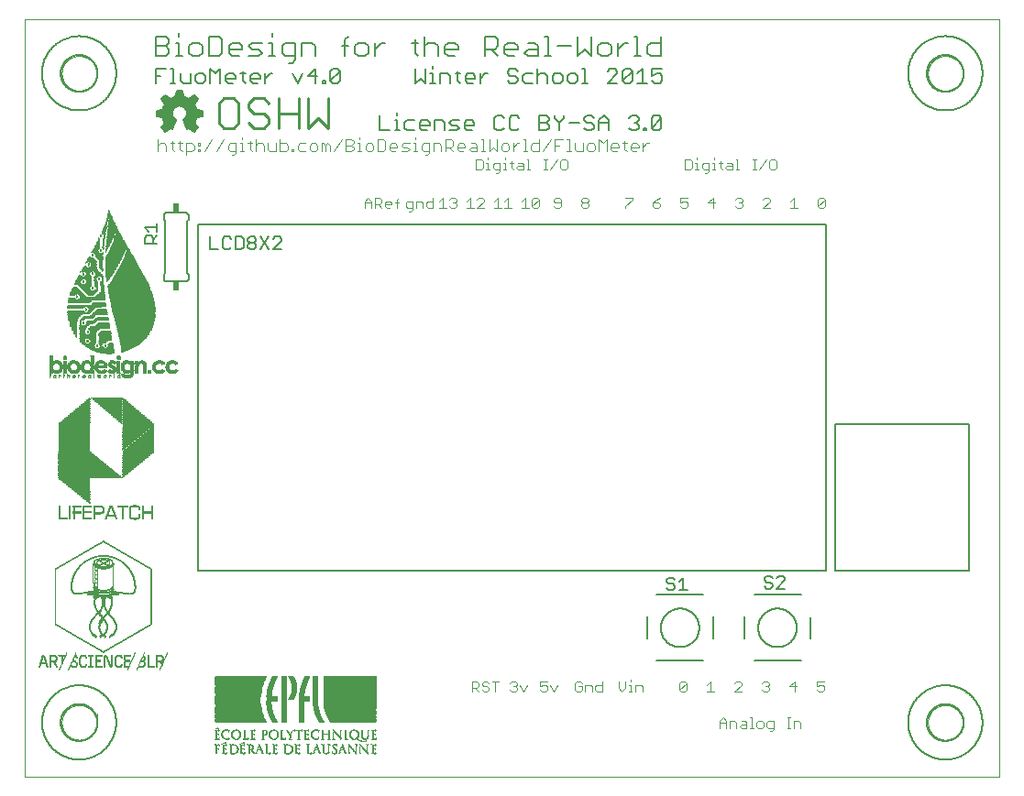
<source format=gto>
G75*
%MOIN*%
%OFA0B0*%
%FSLAX25Y25*%
%IPPOS*%
%LPD*%
%AMOC8*
5,1,8,0,0,1.08239X$1,22.5*
%
%ADD10C,0.00900*%
%ADD11C,0.00500*%
%ADD12C,0.00394*%
%ADD13C,0.00400*%
%ADD14C,0.00600*%
%ADD15C,0.00000*%
%ADD16C,0.00300*%
%ADD17R,0.02400X0.03400*%
%ADD18C,0.00800*%
%ADD19R,0.00142X0.00047*%
%ADD20R,0.00189X0.00047*%
%ADD21R,0.00236X0.00047*%
%ADD22R,0.00661X0.00047*%
%ADD23R,0.00472X0.00047*%
%ADD24R,0.00520X0.00047*%
%ADD25R,0.00378X0.00047*%
%ADD26R,0.00331X0.00047*%
%ADD27R,0.01087X0.00047*%
%ADD28R,0.00850X0.00047*%
%ADD29R,0.01748X0.00047*%
%ADD30R,0.02409X0.00047*%
%ADD31R,0.00756X0.00047*%
%ADD32R,0.00898X0.00047*%
%ADD33R,0.01701X0.00047*%
%ADD34R,0.00425X0.00047*%
%ADD35R,0.01370X0.00047*%
%ADD36R,0.01134X0.00047*%
%ADD37R,0.01843X0.00047*%
%ADD38R,0.02504X0.00047*%
%ADD39R,0.01795X0.00047*%
%ADD40R,0.01890X0.00047*%
%ADD41R,0.01559X0.00047*%
%ADD42R,0.01323X0.00047*%
%ADD43R,0.02551X0.00047*%
%ADD44R,0.01984X0.00047*%
%ADD45R,0.01512X0.00047*%
%ADD46R,0.00945X0.00047*%
%ADD47R,0.01465X0.00047*%
%ADD48R,0.02126X0.00047*%
%ADD49R,0.01606X0.00047*%
%ADD50R,0.01654X0.00047*%
%ADD51R,0.01937X0.00047*%
%ADD52R,0.02173X0.00047*%
%ADD53R,0.02031X0.00047*%
%ADD54R,0.02220X0.00047*%
%ADD55R,0.00992X0.00047*%
%ADD56R,0.02268X0.00047*%
%ADD57R,0.02079X0.00047*%
%ADD58R,0.01039X0.00047*%
%ADD59R,0.02315X0.00047*%
%ADD60R,0.02457X0.00047*%
%ADD61R,0.00709X0.00047*%
%ADD62R,0.00283X0.00047*%
%ADD63R,0.00567X0.00047*%
%ADD64R,0.00614X0.00047*%
%ADD65R,0.02693X0.00047*%
%ADD66R,0.02646X0.00047*%
%ADD67R,0.02598X0.00047*%
%ADD68R,0.00803X0.00047*%
%ADD69R,0.02362X0.00047*%
%ADD70R,0.01228X0.00047*%
%ADD71R,0.01417X0.00047*%
%ADD72R,0.01181X0.00047*%
%ADD73R,0.01276X0.00047*%
%ADD74R,0.02835X0.00047*%
%ADD75R,0.02882X0.00047*%
%ADD76R,0.02929X0.00047*%
%ADD77R,0.02976X0.00047*%
%ADD78R,0.03024X0.00047*%
%ADD79R,0.06898X0.00047*%
%ADD80R,0.06850X0.00047*%
%ADD81R,0.06803X0.00047*%
%ADD82R,0.06756X0.00047*%
%ADD83R,0.06709X0.00047*%
%ADD84R,0.06661X0.00047*%
%ADD85R,0.06614X0.00047*%
%ADD86R,0.06520X0.00047*%
%ADD87R,0.06472X0.00047*%
%ADD88R,0.06425X0.00047*%
%ADD89R,0.06378X0.00047*%
%ADD90R,0.03543X0.00047*%
%ADD91R,0.03969X0.00047*%
%ADD92R,0.03354X0.00047*%
%ADD93R,0.03921X0.00047*%
%ADD94R,0.03260X0.00047*%
%ADD95R,0.02787X0.00047*%
%ADD96R,0.03118X0.00047*%
%ADD97R,0.03071X0.00047*%
%ADD98R,0.03496X0.00047*%
%ADD99R,0.03307X0.00047*%
%ADD100R,0.03402X0.00047*%
%ADD101R,0.03685X0.00047*%
%ADD102R,0.03213X0.00047*%
%ADD103R,0.02740X0.00047*%
%ADD104R,0.03165X0.00047*%
%ADD105R,0.03827X0.00047*%
%ADD106R,0.04205X0.00047*%
%ADD107R,0.04346X0.00047*%
%ADD108R,0.04535X0.00047*%
%ADD109R,0.04063X0.00047*%
%ADD110R,0.03780X0.00047*%
%ADD111R,0.03638X0.00047*%
%ADD112R,0.04157X0.00047*%
%ADD113R,0.04299X0.00047*%
%ADD114R,0.00094X0.00047*%
%ADD115R,0.00047X0.00047*%
%ADD116R,0.05717X0.00047*%
%ADD117R,0.05339X0.00047*%
%ADD118R,0.04913X0.00047*%
%ADD119R,0.04441X0.00047*%
%ADD120R,0.00724X0.00091*%
%ADD121R,0.01177X0.00091*%
%ADD122R,0.00815X0.00091*%
%ADD123R,0.00996X0.00091*%
%ADD124R,0.00906X0.00091*%
%ADD125R,0.00091X0.00091*%
%ADD126R,0.01720X0.00091*%
%ADD127R,0.02173X0.00091*%
%ADD128R,0.01902X0.00091*%
%ADD129R,0.01811X0.00091*%
%ADD130R,0.00634X0.00091*%
%ADD131R,0.01358X0.00091*%
%ADD132R,0.01268X0.00091*%
%ADD133R,0.00181X0.00091*%
%ADD134R,0.00272X0.00091*%
%ADD135R,0.00543X0.00091*%
%ADD136R,0.00453X0.00091*%
%ADD137R,0.00362X0.00091*%
%ADD138R,0.01630X0.00091*%
%ADD139R,0.01539X0.00091*%
%ADD140R,0.01449X0.00091*%
%ADD141R,0.02083X0.00091*%
%ADD142R,0.01087X0.00091*%
%ADD143R,0.01992X0.00091*%
%ADD144R,0.02626X0.00091*%
%ADD145R,0.02807X0.00091*%
%ADD146R,0.02717X0.00091*%
%ADD147R,0.18925X0.00091*%
%ADD148R,0.16933X0.00091*%
%ADD149R,0.18835X0.00091*%
%ADD150R,0.17024X0.00091*%
%ADD151R,0.18744X0.00091*%
%ADD152R,0.17114X0.00091*%
%ADD153R,0.18654X0.00091*%
%ADD154R,0.17205X0.00091*%
%ADD155R,0.18563X0.00091*%
%ADD156R,0.17295X0.00091*%
%ADD157R,0.18472X0.00091*%
%ADD158R,0.17386X0.00091*%
%ADD159R,0.18382X0.00091*%
%ADD160R,0.17476X0.00091*%
%ADD161R,0.18291X0.00091*%
%ADD162R,0.17567X0.00091*%
%ADD163R,0.18201X0.00091*%
%ADD164R,0.17657X0.00091*%
%ADD165R,0.18110X0.00091*%
%ADD166R,0.17748X0.00091*%
%ADD167R,0.18020X0.00091*%
%ADD168R,0.17839X0.00091*%
%ADD169R,0.17929X0.00091*%
%ADD170R,0.19016X0.00091*%
%ADD171R,0.19106X0.00091*%
%ADD172R,0.16843X0.00091*%
%ADD173R,0.19197X0.00091*%
%ADD174R,0.16752X0.00091*%
%ADD175R,0.03984X0.00091*%
%ADD176R,0.03894X0.00091*%
%ADD177R,0.03591X0.00047*%
%ADD178R,0.03874X0.00047*%
%ADD179R,0.04252X0.00047*%
%ADD180R,0.03449X0.00047*%
%ADD181R,0.04016X0.00047*%
%ADD182R,0.04110X0.00047*%
%ADD183R,0.03732X0.00047*%
%ADD184R,0.04394X0.00047*%
%ADD185R,0.04724X0.00047*%
%ADD186R,0.04772X0.00047*%
%ADD187R,0.04677X0.00047*%
%ADD188R,0.04630X0.00047*%
%ADD189R,0.04819X0.00047*%
%ADD190R,0.05008X0.00047*%
%ADD191R,0.05244X0.00047*%
%ADD192R,0.05433X0.00047*%
%ADD193R,0.05622X0.00047*%
%ADD194R,0.05764X0.00047*%
%ADD195R,0.05906X0.00047*%
%ADD196R,0.06047X0.00047*%
%ADD197R,0.06236X0.00047*%
%ADD198R,0.06992X0.00047*%
%ADD199R,0.07087X0.00047*%
%ADD200R,0.07228X0.00047*%
%ADD201R,0.07276X0.00047*%
%ADD202R,0.07417X0.00047*%
%ADD203R,0.07512X0.00047*%
%ADD204R,0.07606X0.00047*%
%ADD205R,0.07748X0.00047*%
%ADD206R,0.07843X0.00047*%
%ADD207R,0.07890X0.00047*%
%ADD208R,0.07984X0.00047*%
%ADD209R,0.08079X0.00047*%
%ADD210R,0.08173X0.00047*%
%ADD211R,0.08268X0.00047*%
%ADD212R,0.08362X0.00047*%
%ADD213R,0.08409X0.00047*%
%ADD214R,0.08504X0.00047*%
%ADD215R,0.08598X0.00047*%
%ADD216R,0.08646X0.00047*%
%ADD217R,0.05811X0.00047*%
%ADD218R,0.05480X0.00047*%
%ADD219R,0.05386X0.00047*%
%ADD220R,0.04961X0.00047*%
%ADD221R,0.05102X0.00047*%
%ADD222R,0.05197X0.00047*%
%ADD223R,0.05291X0.00047*%
%ADD224R,0.05575X0.00047*%
%ADD225R,0.05858X0.00047*%
%ADD226R,0.06094X0.00047*%
%ADD227R,0.06189X0.00047*%
%ADD228R,0.06331X0.00047*%
%ADD229R,0.06567X0.00047*%
%ADD230R,0.06945X0.00047*%
%ADD231R,0.07181X0.00047*%
%ADD232R,0.07370X0.00047*%
%ADD233R,0.07559X0.00047*%
%ADD234R,0.07654X0.00047*%
%ADD235R,0.07701X0.00047*%
%ADD236R,0.07795X0.00047*%
%ADD237R,0.08031X0.00047*%
%ADD238R,0.08126X0.00047*%
%ADD239R,0.08220X0.00047*%
%ADD240R,0.08315X0.00047*%
%ADD241R,0.08457X0.00047*%
%ADD242R,0.08551X0.00047*%
%ADD243R,0.08693X0.00047*%
%ADD244R,0.08740X0.00047*%
%ADD245R,0.08787X0.00047*%
%ADD246R,0.08835X0.00047*%
%ADD247R,0.08882X0.00047*%
%ADD248R,0.08976X0.00047*%
%ADD249R,0.09024X0.00047*%
%ADD250R,0.04866X0.00047*%
%ADD251R,0.09071X0.00047*%
%ADD252R,0.09165X0.00047*%
%ADD253R,0.09213X0.00047*%
%ADD254R,0.09260X0.00047*%
%ADD255R,0.09307X0.00047*%
%ADD256R,0.09402X0.00047*%
%ADD257R,0.09449X0.00047*%
%ADD258R,0.09496X0.00047*%
%ADD259R,0.05953X0.00047*%
%ADD260R,0.09543X0.00047*%
%ADD261R,0.09591X0.00047*%
%ADD262R,0.09685X0.00047*%
%ADD263R,0.09732X0.00047*%
%ADD264R,0.09780X0.00047*%
%ADD265R,0.09874X0.00047*%
%ADD266R,0.09921X0.00047*%
%ADD267R,0.09969X0.00047*%
%ADD268R,0.10016X0.00047*%
%ADD269R,0.10063X0.00047*%
%ADD270R,0.10110X0.00047*%
%ADD271R,0.10157X0.00047*%
%ADD272R,0.10205X0.00047*%
%ADD273R,0.10299X0.00047*%
%ADD274R,0.10346X0.00047*%
%ADD275R,0.10394X0.00047*%
%ADD276R,0.10488X0.00047*%
%ADD277R,0.10535X0.00047*%
%ADD278R,0.10583X0.00047*%
%ADD279R,0.10677X0.00047*%
%ADD280R,0.10724X0.00047*%
%ADD281R,0.10772X0.00047*%
%ADD282R,0.10866X0.00047*%
%ADD283R,0.10913X0.00047*%
%ADD284R,0.10961X0.00047*%
%ADD285R,0.11008X0.00047*%
%ADD286R,0.11055X0.00047*%
%ADD287R,0.11102X0.00047*%
%ADD288R,0.04583X0.00047*%
%ADD289R,0.11197X0.00047*%
%ADD290R,0.11244X0.00047*%
%ADD291R,0.04488X0.00047*%
%ADD292R,0.11291X0.00047*%
%ADD293R,0.11386X0.00047*%
%ADD294R,0.11433X0.00047*%
%ADD295R,0.11528X0.00047*%
%ADD296R,0.11575X0.00047*%
%ADD297R,0.11622X0.00047*%
%ADD298R,0.11669X0.00047*%
%ADD299R,0.11717X0.00047*%
%ADD300R,0.11764X0.00047*%
%ADD301R,0.11858X0.00047*%
%ADD302R,0.11906X0.00047*%
%ADD303R,0.12000X0.00047*%
%ADD304R,0.12047X0.00047*%
%ADD305R,0.12094X0.00047*%
%ADD306R,0.12142X0.00047*%
%ADD307R,0.12189X0.00047*%
%ADD308R,0.12236X0.00047*%
%ADD309R,0.12283X0.00047*%
%ADD310R,0.12331X0.00047*%
%ADD311R,0.12378X0.00047*%
%ADD312R,0.12425X0.00047*%
%ADD313R,0.12472X0.00047*%
%ADD314R,0.12567X0.00047*%
%ADD315R,0.12614X0.00047*%
%ADD316R,0.12661X0.00047*%
%ADD317R,0.12709X0.00047*%
%ADD318R,0.12756X0.00047*%
%ADD319R,0.12803X0.00047*%
%ADD320R,0.12850X0.00047*%
%ADD321R,0.12945X0.00047*%
%ADD322R,0.07465X0.00047*%
%ADD323R,0.12992X0.00047*%
%ADD324R,0.13039X0.00047*%
%ADD325R,0.13087X0.00047*%
%ADD326R,0.07134X0.00047*%
%ADD327R,0.13181X0.00047*%
%ADD328R,0.13228X0.00047*%
%ADD329R,0.13276X0.00047*%
%ADD330R,0.13323X0.00047*%
%ADD331R,0.13417X0.00047*%
%ADD332R,0.05055X0.00047*%
%ADD333R,0.13512X0.00047*%
%ADD334R,0.13559X0.00047*%
%ADD335R,0.13606X0.00047*%
%ADD336R,0.13654X0.00047*%
%ADD337R,0.13701X0.00047*%
%ADD338R,0.13748X0.00047*%
%ADD339R,0.13795X0.00047*%
%ADD340R,0.13843X0.00047*%
%ADD341R,0.13890X0.00047*%
%ADD342R,0.13937X0.00047*%
%ADD343R,0.14031X0.00047*%
%ADD344R,0.14126X0.00047*%
%ADD345R,0.14173X0.00047*%
%ADD346R,0.14220X0.00047*%
%ADD347R,0.14268X0.00047*%
%ADD348R,0.14315X0.00047*%
%ADD349R,0.14362X0.00047*%
%ADD350R,0.14409X0.00047*%
%ADD351R,0.14457X0.00047*%
%ADD352R,0.14504X0.00047*%
%ADD353R,0.14551X0.00047*%
%ADD354R,0.14598X0.00047*%
%ADD355R,0.14646X0.00047*%
%ADD356R,0.14740X0.00047*%
%ADD357R,0.14787X0.00047*%
%ADD358R,0.14835X0.00047*%
%ADD359R,0.14882X0.00047*%
%ADD360R,0.14929X0.00047*%
%ADD361R,0.14976X0.00047*%
%ADD362R,0.15024X0.00047*%
%ADD363R,0.15071X0.00047*%
%ADD364R,0.15118X0.00047*%
%ADD365R,0.15165X0.00047*%
%ADD366R,0.15213X0.00047*%
%ADD367R,0.15260X0.00047*%
%ADD368R,0.15307X0.00047*%
%ADD369R,0.15354X0.00047*%
%ADD370R,0.05150X0.00047*%
%ADD371R,0.05669X0.00047*%
%ADD372R,0.15402X0.00047*%
%ADD373R,0.05528X0.00047*%
%ADD374R,0.15449X0.00047*%
%ADD375R,0.15496X0.00047*%
%ADD376R,0.15543X0.00047*%
%ADD377R,0.15591X0.00047*%
%ADD378R,0.15685X0.00047*%
%ADD379R,0.06283X0.00047*%
%ADD380R,0.06142X0.00047*%
%ADD381R,0.15732X0.00047*%
%ADD382R,0.15780X0.00047*%
%ADD383R,0.15827X0.00047*%
%ADD384R,0.15874X0.00047*%
%ADD385R,0.15921X0.00047*%
%ADD386R,0.15969X0.00047*%
%ADD387R,0.16016X0.00047*%
%ADD388R,0.06000X0.00047*%
%ADD389R,0.16063X0.00047*%
%ADD390R,0.16110X0.00047*%
%ADD391R,0.16157X0.00047*%
%ADD392R,0.14079X0.00047*%
%ADD393R,0.16205X0.00047*%
%ADD394R,0.07937X0.00047*%
%ADD395R,0.16252X0.00047*%
%ADD396R,0.13465X0.00047*%
%ADD397R,0.09827X0.00047*%
%ADD398R,0.09638X0.00047*%
%ADD399R,0.09354X0.00047*%
%ADD400R,0.09118X0.00047*%
%ADD401R,0.15638X0.00047*%
%ADD402R,0.14693X0.00047*%
%ADD403R,0.13984X0.00047*%
%ADD404R,0.13370X0.00047*%
%ADD405R,0.12520X0.00047*%
%ADD406R,0.11953X0.00047*%
%ADD407R,0.11339X0.00047*%
%ADD408R,0.11150X0.00047*%
%ADD409R,0.10819X0.00047*%
%ADD410R,0.10630X0.00047*%
%ADD411R,0.10441X0.00047*%
%ADD412R,0.08929X0.00047*%
%ADD413R,0.07323X0.00047*%
%ADD414R,0.07039X0.00047*%
%ADD415R,0.00957X0.00035*%
%ADD416R,0.00106X0.00035*%
%ADD417R,0.03118X0.00035*%
%ADD418R,0.00531X0.00035*%
%ADD419R,0.00496X0.00035*%
%ADD420R,0.03189X0.00035*%
%ADD421R,0.00567X0.00035*%
%ADD422R,0.01807X0.00035*%
%ADD423R,0.00602X0.00035*%
%ADD424R,0.03260X0.00035*%
%ADD425R,0.02232X0.00035*%
%ADD426R,0.00638X0.00035*%
%ADD427R,0.02551X0.00035*%
%ADD428R,0.02764X0.00035*%
%ADD429R,0.02941X0.00035*%
%ADD430R,0.03295X0.00035*%
%ADD431R,0.03366X0.00035*%
%ADD432R,0.03437X0.00035*%
%ADD433R,0.03508X0.00035*%
%ADD434R,0.03543X0.00035*%
%ADD435R,0.03614X0.00035*%
%ADD436R,0.01205X0.00035*%
%ADD437R,0.00035X0.00035*%
%ADD438R,0.01240X0.00035*%
%ADD439R,0.01028X0.00035*%
%ADD440R,0.03154X0.00035*%
%ADD441R,0.00921X0.00035*%
%ADD442R,0.00850X0.00035*%
%ADD443R,0.00815X0.00035*%
%ADD444R,0.00780X0.00035*%
%ADD445R,0.00744X0.00035*%
%ADD446R,0.00709X0.00035*%
%ADD447R,0.00673X0.00035*%
%ADD448R,0.03756X0.00035*%
%ADD449R,0.03720X0.00035*%
%ADD450R,0.03685X0.00035*%
%ADD451R,0.03472X0.00035*%
%ADD452R,0.02055X0.00035*%
%ADD453R,0.02693X0.00035*%
%ADD454R,0.03083X0.00035*%
%ADD455R,0.03331X0.00035*%
%ADD456R,0.03402X0.00035*%
%ADD457R,0.03579X0.00035*%
%ADD458R,0.04110X0.00035*%
%ADD459R,0.01276X0.00035*%
%ADD460R,0.01665X0.00035*%
%ADD461R,0.01098X0.00035*%
%ADD462R,0.03862X0.00035*%
%ADD463R,0.00886X0.00035*%
%ADD464R,0.02445X0.00035*%
%ADD465R,0.02587X0.00035*%
%ADD466R,0.01134X0.00035*%
%ADD467R,0.01169X0.00035*%
%ADD468R,0.03898X0.00035*%
%ADD469R,0.01063X0.00035*%
%ADD470R,0.01346X0.00035*%
%ADD471R,0.00992X0.00035*%
%ADD472R,0.03047X0.00035*%
%ADD473R,0.03224X0.00035*%
%ADD474R,0.02799X0.00035*%
%ADD475R,0.02622X0.00035*%
%ADD476R,0.03012X0.00035*%
%ADD477R,0.02374X0.00035*%
%ADD478R,0.02835X0.00035*%
%ADD479R,0.02091X0.00035*%
%ADD480R,0.00071X0.00035*%
%ADD481R,0.00142X0.00035*%
%ADD482R,0.00177X0.00035*%
%ADD483R,0.00213X0.00035*%
%ADD484R,0.00248X0.00035*%
%ADD485R,0.00319X0.00035*%
%ADD486R,0.00354X0.00035*%
%ADD487R,0.00390X0.00035*%
%ADD488R,0.00425X0.00035*%
%ADD489R,0.00461X0.00035*%
%ADD490R,0.01311X0.00035*%
%ADD491R,0.01382X0.00035*%
%ADD492R,0.01453X0.00035*%
%ADD493R,0.01488X0.00035*%
%ADD494R,0.01524X0.00035*%
%ADD495R,0.01559X0.00035*%
%ADD496R,0.01630X0.00035*%
%ADD497R,0.01701X0.00035*%
%ADD498R,0.01736X0.00035*%
%ADD499R,0.01772X0.00035*%
%ADD500R,0.01843X0.00035*%
%ADD501R,0.01878X0.00035*%
%ADD502R,0.01913X0.00035*%
%ADD503R,0.01949X0.00035*%
%ADD504R,0.02020X0.00035*%
%ADD505R,0.02126X0.00035*%
%ADD506R,0.02197X0.00035*%
%ADD507R,0.02268X0.00035*%
%ADD508R,0.02303X0.00035*%
%ADD509R,0.02339X0.00035*%
%ADD510R,0.02409X0.00035*%
%ADD511R,0.02480X0.00035*%
%ADD512R,0.02516X0.00035*%
%ADD513R,0.02657X0.00035*%
%ADD514R,0.02870X0.00035*%
%ADD515R,0.02976X0.00035*%
%ADD516R,0.03650X0.00035*%
%ADD517R,0.03791X0.00035*%
%ADD518R,0.03827X0.00035*%
%ADD519R,0.03933X0.00035*%
%ADD520R,0.03969X0.00035*%
%ADD521R,0.04004X0.00035*%
%ADD522R,0.04075X0.00035*%
%ADD523R,0.04146X0.00035*%
%ADD524R,0.04181X0.00035*%
%ADD525R,0.04217X0.00035*%
%ADD526R,0.04287X0.00035*%
%ADD527R,0.04323X0.00035*%
%ADD528R,0.04358X0.00035*%
%ADD529R,0.04394X0.00035*%
%ADD530R,0.04465X0.00035*%
%ADD531R,0.04500X0.00035*%
%ADD532R,0.04535X0.00035*%
%ADD533R,0.04571X0.00035*%
%ADD534R,0.04642X0.00035*%
%ADD535R,0.04677X0.00035*%
%ADD536R,0.04713X0.00035*%
%ADD537R,0.04748X0.00035*%
%ADD538R,0.04783X0.00035*%
%ADD539R,0.04854X0.00035*%
%ADD540R,0.04890X0.00035*%
%ADD541R,0.04925X0.00035*%
%ADD542R,0.04961X0.00035*%
%ADD543R,0.05031X0.00035*%
%ADD544R,0.05067X0.00035*%
%ADD545R,0.05102X0.00035*%
%ADD546R,0.05138X0.00035*%
%ADD547R,0.05209X0.00035*%
%ADD548R,0.05244X0.00035*%
%ADD549R,0.05280X0.00035*%
%ADD550R,0.05315X0.00035*%
%ADD551R,0.05386X0.00035*%
%ADD552R,0.05421X0.00035*%
%ADD553R,0.05457X0.00035*%
%ADD554R,0.05492X0.00035*%
%ADD555R,0.05528X0.00035*%
%ADD556R,0.05598X0.00035*%
%ADD557R,0.05634X0.00035*%
%ADD558R,0.05669X0.00035*%
%ADD559R,0.05705X0.00035*%
%ADD560R,0.05776X0.00035*%
%ADD561R,0.05811X0.00035*%
%ADD562R,0.05846X0.00035*%
%ADD563R,0.05917X0.00035*%
%ADD564R,0.05953X0.00035*%
%ADD565R,0.05988X0.00035*%
%ADD566R,0.06024X0.00035*%
%ADD567R,0.06094X0.00035*%
%ADD568R,0.06130X0.00035*%
%ADD569R,0.06165X0.00035*%
%ADD570R,0.06201X0.00035*%
%ADD571R,0.06236X0.00035*%
%ADD572R,0.06307X0.00035*%
%ADD573R,0.06343X0.00035*%
%ADD574R,0.06378X0.00035*%
%ADD575R,0.06413X0.00035*%
%ADD576R,0.06484X0.00035*%
%ADD577R,0.06520X0.00035*%
%ADD578R,0.06555X0.00035*%
%ADD579R,0.06591X0.00035*%
%ADD580R,0.06661X0.00035*%
%ADD581R,0.06697X0.00035*%
%ADD582R,0.06732X0.00035*%
%ADD583R,0.06768X0.00035*%
%ADD584R,0.06803X0.00035*%
%ADD585R,0.06874X0.00035*%
%ADD586R,0.06909X0.00035*%
%ADD587R,0.06945X0.00035*%
%ADD588R,0.06980X0.00035*%
%ADD589R,0.07051X0.00035*%
%ADD590R,0.07087X0.00035*%
%ADD591R,0.07122X0.00035*%
%ADD592R,0.07157X0.00035*%
%ADD593R,0.07228X0.00035*%
%ADD594R,0.07264X0.00035*%
%ADD595R,0.07299X0.00035*%
%ADD596R,0.07335X0.00035*%
%ADD597R,0.07370X0.00035*%
%ADD598R,0.07441X0.00035*%
%ADD599R,0.07476X0.00035*%
%ADD600R,0.07512X0.00035*%
%ADD601R,0.07547X0.00035*%
%ADD602R,0.07618X0.00035*%
%ADD603R,0.07654X0.00035*%
%ADD604R,0.07689X0.00035*%
%ADD605R,0.07724X0.00035*%
%ADD606R,0.07795X0.00035*%
%ADD607R,0.07831X0.00035*%
%ADD608R,0.07866X0.00035*%
%ADD609R,0.07902X0.00035*%
%ADD610R,0.07937X0.00035*%
%ADD611R,0.08008X0.00035*%
%ADD612R,0.08043X0.00035*%
%ADD613R,0.08079X0.00035*%
%ADD614R,0.08114X0.00035*%
%ADD615R,0.08185X0.00035*%
%ADD616R,0.08220X0.00035*%
%ADD617R,0.08256X0.00035*%
%ADD618R,0.08291X0.00035*%
%ADD619R,0.08362X0.00035*%
%ADD620R,0.08398X0.00035*%
%ADD621R,0.08433X0.00035*%
%ADD622R,0.08469X0.00035*%
%ADD623R,0.08504X0.00035*%
%ADD624R,0.08575X0.00035*%
%ADD625R,0.08610X0.00035*%
%ADD626R,0.08646X0.00035*%
%ADD627R,0.08681X0.00035*%
%ADD628R,0.08752X0.00035*%
%ADD629R,0.08787X0.00035*%
%ADD630R,0.08823X0.00035*%
%ADD631R,0.08858X0.00035*%
%ADD632R,0.08929X0.00035*%
%ADD633R,0.08965X0.00035*%
%ADD634R,0.09000X0.00035*%
%ADD635R,0.09035X0.00035*%
%ADD636R,0.09106X0.00035*%
%ADD637R,0.09142X0.00035*%
%ADD638R,0.09177X0.00035*%
%ADD639R,0.09213X0.00035*%
%ADD640R,0.09248X0.00035*%
%ADD641R,0.09319X0.00035*%
%ADD642R,0.09354X0.00035*%
%ADD643R,0.09390X0.00035*%
%ADD644R,0.09425X0.00035*%
%ADD645R,0.09496X0.00035*%
%ADD646R,0.09531X0.00035*%
%ADD647R,0.09567X0.00035*%
%ADD648R,0.09602X0.00035*%
%ADD649R,0.09673X0.00035*%
%ADD650R,0.09709X0.00035*%
%ADD651R,0.09744X0.00035*%
%ADD652R,0.09780X0.00035*%
%ADD653R,0.09815X0.00035*%
%ADD654R,0.09886X0.00035*%
%ADD655R,0.09921X0.00035*%
%ADD656R,0.09957X0.00035*%
%ADD657R,0.09992X0.00035*%
%ADD658R,0.10063X0.00035*%
%ADD659R,0.10098X0.00035*%
%ADD660R,0.10134X0.00035*%
%ADD661R,0.10169X0.00035*%
%ADD662R,0.10240X0.00035*%
%ADD663R,0.10276X0.00035*%
%ADD664R,0.10311X0.00035*%
%ADD665R,0.10346X0.00035*%
%ADD666R,0.10382X0.00035*%
%ADD667R,0.10453X0.00035*%
%ADD668R,0.10488X0.00035*%
%ADD669R,0.10524X0.00035*%
%ADD670R,0.10559X0.00035*%
%ADD671R,0.10630X0.00035*%
%ADD672R,0.10665X0.00035*%
%ADD673R,0.10701X0.00035*%
%ADD674R,0.10736X0.00035*%
%ADD675R,0.10807X0.00035*%
%ADD676R,0.10843X0.00035*%
%ADD677R,0.10878X0.00035*%
%ADD678R,0.10913X0.00035*%
%ADD679R,0.10949X0.00035*%
%ADD680R,0.11020X0.00035*%
%ADD681R,0.11055X0.00035*%
%ADD682R,0.11091X0.00035*%
%ADD683R,0.11126X0.00035*%
%ADD684R,0.11197X0.00035*%
%ADD685R,0.11232X0.00035*%
%ADD686R,0.11268X0.00035*%
%ADD687R,0.11303X0.00035*%
%ADD688R,0.18035X0.00035*%
%ADD689R,0.23102X0.00035*%
%ADD690R,0.23031X0.00035*%
%ADD691R,0.22996X0.00035*%
%ADD692R,0.22961X0.00035*%
%ADD693R,0.22925X0.00035*%
%ADD694R,0.00283X0.00035*%
%ADD695R,0.22854X0.00035*%
%ADD696R,0.22819X0.00035*%
%ADD697R,0.22783X0.00035*%
%ADD698R,0.22748X0.00035*%
%ADD699R,0.22677X0.00035*%
%ADD700R,0.22642X0.00035*%
%ADD701R,0.22606X0.00035*%
%ADD702R,0.22571X0.00035*%
%ADD703R,0.22535X0.00035*%
%ADD704R,0.22465X0.00035*%
%ADD705R,0.22429X0.00035*%
%ADD706R,0.22394X0.00035*%
%ADD707R,0.22358X0.00035*%
%ADD708R,0.22287X0.00035*%
%ADD709R,0.22252X0.00035*%
%ADD710R,0.22217X0.00035*%
%ADD711R,0.22181X0.00035*%
%ADD712R,0.22110X0.00035*%
%ADD713R,0.22075X0.00035*%
%ADD714R,0.22039X0.00035*%
%ADD715R,0.22004X0.00035*%
%ADD716R,0.21933X0.00035*%
%ADD717R,0.21898X0.00035*%
%ADD718R,0.21862X0.00035*%
%ADD719R,0.21827X0.00035*%
%ADD720R,0.21791X0.00035*%
%ADD721R,0.01417X0.00035*%
%ADD722R,0.21720X0.00035*%
%ADD723R,0.21685X0.00035*%
%ADD724R,0.21650X0.00035*%
%ADD725R,0.21614X0.00035*%
%ADD726R,0.21543X0.00035*%
%ADD727R,0.21508X0.00035*%
%ADD728R,0.21472X0.00035*%
%ADD729R,0.21437X0.00035*%
%ADD730R,0.21366X0.00035*%
%ADD731R,0.21331X0.00035*%
%ADD732R,0.21295X0.00035*%
%ADD733R,0.21260X0.00035*%
%ADD734R,0.21189X0.00035*%
%ADD735R,0.21154X0.00035*%
%ADD736R,0.21118X0.00035*%
%ADD737R,0.21083X0.00035*%
%ADD738R,0.21047X0.00035*%
%ADD739R,0.20976X0.00035*%
%ADD740R,0.20941X0.00035*%
%ADD741R,0.20906X0.00035*%
%ADD742R,0.20870X0.00035*%
%ADD743R,0.20799X0.00035*%
%ADD744R,0.20764X0.00035*%
%ADD745R,0.20728X0.00035*%
%ADD746R,0.20693X0.00035*%
%ADD747R,0.20622X0.00035*%
%ADD748R,0.20587X0.00035*%
%ADD749R,0.20551X0.00035*%
%ADD750R,0.20516X0.00035*%
%ADD751R,0.20445X0.00035*%
%ADD752R,0.20409X0.00035*%
%ADD753R,0.02728X0.00035*%
%ADD754R,0.20374X0.00035*%
%ADD755R,0.20339X0.00035*%
%ADD756R,0.20268X0.00035*%
%ADD757R,0.20232X0.00035*%
%ADD758R,0.02906X0.00035*%
%ADD759R,0.20197X0.00035*%
%ADD760R,0.20161X0.00035*%
%ADD761R,0.20126X0.00035*%
%ADD762R,0.20055X0.00035*%
%ADD763R,0.20020X0.00035*%
%ADD764R,0.19984X0.00035*%
%ADD765R,0.19949X0.00035*%
%ADD766R,0.19878X0.00035*%
%ADD767R,0.19843X0.00035*%
%ADD768R,0.19807X0.00035*%
%ADD769R,0.19772X0.00035*%
%ADD770R,0.19701X0.00035*%
%ADD771R,0.19665X0.00035*%
%ADD772R,0.19630X0.00035*%
%ADD773R,0.19594X0.00035*%
%ADD774R,0.19559X0.00035*%
%ADD775R,0.19488X0.00035*%
%ADD776R,0.19453X0.00035*%
%ADD777R,0.19417X0.00035*%
%ADD778R,0.19382X0.00035*%
%ADD779R,0.19311X0.00035*%
%ADD780R,0.19276X0.00035*%
%ADD781R,0.19240X0.00035*%
%ADD782R,0.19205X0.00035*%
%ADD783R,0.19134X0.00035*%
%ADD784R,0.19098X0.00035*%
%ADD785R,0.04039X0.00035*%
%ADD786R,0.19063X0.00035*%
%ADD787R,0.19028X0.00035*%
%ADD788R,0.18957X0.00035*%
%ADD789R,0.18921X0.00035*%
%ADD790R,0.18886X0.00035*%
%ADD791R,0.04252X0.00035*%
%ADD792R,0.18850X0.00035*%
%ADD793R,0.18780X0.00035*%
%ADD794R,0.18744X0.00035*%
%ADD795R,0.18709X0.00035*%
%ADD796R,0.04429X0.00035*%
%ADD797R,0.18673X0.00035*%
%ADD798R,0.18638X0.00035*%
%ADD799R,0.18567X0.00035*%
%ADD800R,0.18531X0.00035*%
%ADD801R,0.04606X0.00035*%
%ADD802R,0.18496X0.00035*%
%ADD803R,0.18461X0.00035*%
%ADD804R,0.18390X0.00035*%
%ADD805R,0.18354X0.00035*%
%ADD806R,0.18319X0.00035*%
%ADD807R,0.04819X0.00035*%
%ADD808R,0.18283X0.00035*%
%ADD809R,0.18213X0.00035*%
%ADD810R,0.18177X0.00035*%
%ADD811R,0.18142X0.00035*%
%ADD812R,0.04996X0.00035*%
%ADD813R,0.18106X0.00035*%
%ADD814R,0.18000X0.00035*%
%ADD815R,0.17965X0.00035*%
%ADD816R,0.05173X0.00035*%
%ADD817R,0.17929X0.00035*%
%ADD818R,0.17894X0.00035*%
%ADD819R,0.17823X0.00035*%
%ADD820R,0.17787X0.00035*%
%ADD821R,0.05350X0.00035*%
%ADD822R,0.17752X0.00035*%
%ADD823R,0.17717X0.00035*%
%ADD824R,0.17646X0.00035*%
%ADD825R,0.17610X0.00035*%
%ADD826R,0.17575X0.00035*%
%ADD827R,0.05563X0.00035*%
%ADD828R,0.17539X0.00035*%
%ADD829R,0.17433X0.00035*%
%ADD830R,0.17398X0.00035*%
%ADD831R,0.17362X0.00035*%
%ADD832R,0.05740X0.00035*%
%ADD833R,0.17327X0.00035*%
%ADD834R,0.17256X0.00035*%
%ADD835R,0.17220X0.00035*%
%ADD836R,0.05882X0.00035*%
%ADD837R,0.17185X0.00035*%
%ADD838R,0.17150X0.00035*%
%ADD839R,0.17114X0.00035*%
%ADD840R,0.17043X0.00035*%
%ADD841R,0.17008X0.00035*%
%ADD842R,0.16972X0.00035*%
%ADD843R,0.16937X0.00035*%
%ADD844R,0.16866X0.00035*%
%ADD845R,0.16831X0.00035*%
%ADD846R,0.06272X0.00035*%
%ADD847R,0.16795X0.00035*%
%ADD848R,0.16760X0.00035*%
%ADD849R,0.16689X0.00035*%
%ADD850R,0.16654X0.00035*%
%ADD851R,0.16618X0.00035*%
%ADD852R,0.16583X0.00035*%
%ADD853R,0.16512X0.00035*%
%ADD854R,0.16476X0.00035*%
%ADD855R,0.16441X0.00035*%
%ADD856R,0.16406X0.00035*%
%ADD857R,0.16370X0.00035*%
%ADD858R,0.16299X0.00035*%
%ADD859R,0.16264X0.00035*%
%ADD860R,0.16228X0.00035*%
%ADD861R,0.16193X0.00035*%
%ADD862R,0.16122X0.00035*%
%ADD863R,0.16087X0.00035*%
%ADD864R,0.16051X0.00035*%
%ADD865R,0.07016X0.00035*%
%ADD866R,0.16016X0.00035*%
%ADD867R,0.15945X0.00035*%
%ADD868R,0.15909X0.00035*%
%ADD869R,0.15874X0.00035*%
%ADD870R,0.07193X0.00035*%
%ADD871R,0.15839X0.00035*%
%ADD872R,0.15768X0.00035*%
%ADD873R,0.15732X0.00035*%
%ADD874R,0.15697X0.00035*%
%ADD875R,0.15661X0.00035*%
%ADD876R,0.07406X0.00035*%
%ADD877R,0.15626X0.00035*%
%ADD878R,0.15555X0.00035*%
%ADD879R,0.15520X0.00035*%
%ADD880R,0.15484X0.00035*%
%ADD881R,0.07583X0.00035*%
%ADD882R,0.15449X0.00035*%
%ADD883R,0.15378X0.00035*%
%ADD884R,0.15343X0.00035*%
%ADD885R,0.15307X0.00035*%
%ADD886R,0.07760X0.00035*%
%ADD887R,0.15272X0.00035*%
%ADD888R,0.15201X0.00035*%
%ADD889R,0.15165X0.00035*%
%ADD890R,0.15130X0.00035*%
%ADD891R,0.15094X0.00035*%
%ADD892R,0.07972X0.00035*%
%ADD893R,0.15024X0.00035*%
%ADD894R,0.14988X0.00035*%
%ADD895R,0.14953X0.00035*%
%ADD896R,0.14917X0.00035*%
%ADD897R,0.08150X0.00035*%
%ADD898R,0.14846X0.00035*%
%ADD899R,0.14811X0.00035*%
%ADD900R,0.14776X0.00035*%
%ADD901R,0.14740X0.00035*%
%ADD902R,0.08327X0.00035*%
%ADD903R,0.14705X0.00035*%
%ADD904R,0.14634X0.00035*%
%ADD905R,0.14598X0.00035*%
%ADD906R,0.14563X0.00035*%
%ADD907R,0.14528X0.00035*%
%ADD908R,0.08539X0.00035*%
%ADD909R,0.14457X0.00035*%
%ADD910R,0.14421X0.00035*%
%ADD911R,0.14386X0.00035*%
%ADD912R,0.14350X0.00035*%
%ADD913R,0.08717X0.00035*%
%ADD914R,0.14280X0.00035*%
%ADD915R,0.14244X0.00035*%
%ADD916R,0.14209X0.00035*%
%ADD917R,0.14173X0.00035*%
%ADD918R,0.08894X0.00035*%
%ADD919R,0.14102X0.00035*%
%ADD920R,0.14067X0.00035*%
%ADD921R,0.14031X0.00035*%
%ADD922R,0.13996X0.00035*%
%ADD923R,0.09071X0.00035*%
%ADD924R,0.13925X0.00035*%
%ADD925R,0.13890X0.00035*%
%ADD926R,0.13854X0.00035*%
%ADD927R,0.13819X0.00035*%
%ADD928R,0.13783X0.00035*%
%ADD929R,0.09283X0.00035*%
%ADD930R,0.13713X0.00035*%
%ADD931R,0.13677X0.00035*%
%ADD932R,0.13642X0.00035*%
%ADD933R,0.13606X0.00035*%
%ADD934R,0.09461X0.00035*%
%ADD935R,0.13535X0.00035*%
%ADD936R,0.13500X0.00035*%
%ADD937R,0.13465X0.00035*%
%ADD938R,0.13429X0.00035*%
%ADD939R,0.09638X0.00035*%
%ADD940R,0.13358X0.00035*%
%ADD941R,0.13323X0.00035*%
%ADD942R,0.13287X0.00035*%
%ADD943R,0.13252X0.00035*%
%ADD944R,0.13217X0.00035*%
%ADD945R,0.09850X0.00035*%
%ADD946R,0.13146X0.00035*%
%ADD947R,0.13110X0.00035*%
%ADD948R,0.13075X0.00035*%
%ADD949R,0.13039X0.00035*%
%ADD950R,0.10028X0.00035*%
%ADD951R,0.12969X0.00035*%
%ADD952R,0.12933X0.00035*%
%ADD953R,0.12898X0.00035*%
%ADD954R,0.12862X0.00035*%
%ADD955R,0.12791X0.00035*%
%ADD956R,0.10205X0.00035*%
%ADD957R,0.12756X0.00035*%
%ADD958R,0.12720X0.00035*%
%ADD959R,0.12685X0.00035*%
%ADD960R,0.12614X0.00035*%
%ADD961R,0.12579X0.00035*%
%ADD962R,0.10417X0.00035*%
%ADD963R,0.12543X0.00035*%
%ADD964R,0.12508X0.00035*%
%ADD965R,0.12472X0.00035*%
%ADD966R,0.12402X0.00035*%
%ADD967R,0.10594X0.00035*%
%ADD968R,0.12366X0.00035*%
%ADD969R,0.12331X0.00035*%
%ADD970R,0.12295X0.00035*%
%ADD971R,0.12224X0.00035*%
%ADD972R,0.10772X0.00035*%
%ADD973R,0.12189X0.00035*%
%ADD974R,0.12154X0.00035*%
%ADD975R,0.12118X0.00035*%
%ADD976R,0.12047X0.00035*%
%ADD977R,0.12012X0.00035*%
%ADD978R,0.10984X0.00035*%
%ADD979R,0.11976X0.00035*%
%ADD980R,0.11941X0.00035*%
%ADD981R,0.11870X0.00035*%
%ADD982R,0.11835X0.00035*%
%ADD983R,0.11161X0.00035*%
%ADD984R,0.11799X0.00035*%
%ADD985R,0.11764X0.00035*%
%ADD986R,0.11693X0.00035*%
%ADD987R,0.11657X0.00035*%
%ADD988R,0.11622X0.00035*%
%ADD989R,0.11587X0.00035*%
%ADD990R,0.11551X0.00035*%
%ADD991R,0.11480X0.00035*%
%ADD992R,0.11445X0.00035*%
%ADD993R,0.01594X0.00035*%
%ADD994R,0.01984X0.00035*%
%ADD995R,0.02161X0.00035*%
%ADD996R,0.06839X0.00035*%
%ADD997R,0.06626X0.00035*%
%ADD998R,0.06449X0.00035*%
%ADD999R,0.06059X0.00035*%
%ADD1000R,0.11374X0.00035*%
%ADD1001R,0.11339X0.00035*%
D10*
X0093072Y0247727D02*
X0096713Y0247727D01*
X0098533Y0249547D01*
X0098533Y0256827D01*
X0096713Y0258648D01*
X0093072Y0258648D01*
X0091252Y0256827D01*
X0091252Y0249547D01*
X0093072Y0247727D01*
X0102128Y0249547D02*
X0103948Y0247727D01*
X0107588Y0247727D01*
X0109408Y0249547D01*
X0109408Y0251367D01*
X0107588Y0253187D01*
X0103948Y0253187D01*
X0102128Y0255007D01*
X0102128Y0256827D01*
X0103948Y0258648D01*
X0107588Y0258648D01*
X0109408Y0256827D01*
X0113003Y0258648D02*
X0113003Y0247727D01*
X0113003Y0253187D02*
X0120283Y0253187D01*
X0120283Y0247727D02*
X0120283Y0258648D01*
X0123879Y0258648D02*
X0123879Y0247727D01*
X0127519Y0251367D01*
X0131159Y0247727D01*
X0131159Y0258648D01*
D11*
X0129917Y0264019D02*
X0129015Y0264019D01*
X0129015Y0264920D01*
X0129917Y0264920D01*
X0129917Y0264019D01*
X0131734Y0264920D02*
X0135341Y0268527D01*
X0135341Y0264920D01*
X0134439Y0264019D01*
X0132636Y0264019D01*
X0131734Y0264920D01*
X0131734Y0268527D01*
X0132636Y0269429D01*
X0134439Y0269429D01*
X0135341Y0268527D01*
X0127184Y0266724D02*
X0123577Y0266724D01*
X0126283Y0269429D01*
X0126283Y0264019D01*
X0121747Y0267625D02*
X0119943Y0264019D01*
X0118140Y0267625D01*
X0110876Y0267625D02*
X0109974Y0267625D01*
X0108171Y0265822D01*
X0108171Y0264019D02*
X0108171Y0267625D01*
X0106340Y0266724D02*
X0106340Y0265822D01*
X0102733Y0265822D01*
X0102733Y0264920D02*
X0102733Y0266724D01*
X0103635Y0267625D01*
X0105438Y0267625D01*
X0106340Y0266724D01*
X0105438Y0264019D02*
X0103635Y0264019D01*
X0102733Y0264920D01*
X0100911Y0264019D02*
X0100009Y0264920D01*
X0100009Y0268527D01*
X0099108Y0267625D02*
X0100911Y0267625D01*
X0097277Y0266724D02*
X0097277Y0265822D01*
X0093670Y0265822D01*
X0093670Y0264920D02*
X0093670Y0266724D01*
X0094572Y0267625D01*
X0096375Y0267625D01*
X0097277Y0266724D01*
X0096375Y0264019D02*
X0094572Y0264019D01*
X0093670Y0264920D01*
X0091839Y0264019D02*
X0091839Y0269429D01*
X0090036Y0267625D01*
X0088232Y0269429D01*
X0088232Y0264019D01*
X0086401Y0264920D02*
X0086401Y0266724D01*
X0085500Y0267625D01*
X0083696Y0267625D01*
X0082795Y0266724D01*
X0082795Y0264920D01*
X0083696Y0264019D01*
X0085500Y0264019D01*
X0086401Y0264920D01*
X0080964Y0264019D02*
X0080964Y0267625D01*
X0080964Y0264019D02*
X0078259Y0264019D01*
X0077357Y0264920D01*
X0077357Y0267625D01*
X0074633Y0269429D02*
X0073732Y0269429D01*
X0074633Y0269429D02*
X0074633Y0264019D01*
X0073732Y0264019D02*
X0075535Y0264019D01*
X0070097Y0266724D02*
X0068294Y0266724D01*
X0068294Y0264019D02*
X0068294Y0269429D01*
X0071901Y0269429D01*
X0068822Y0213190D02*
X0068822Y0210187D01*
X0068822Y0211688D02*
X0064319Y0211688D01*
X0065820Y0210187D01*
X0066571Y0208586D02*
X0067321Y0207835D01*
X0067321Y0205583D01*
X0067321Y0207084D02*
X0068822Y0208586D01*
X0066571Y0208586D02*
X0065069Y0208586D01*
X0064319Y0207835D01*
X0064319Y0205583D01*
X0068822Y0205583D01*
X0083792Y0212587D02*
X0083792Y0086603D01*
X0312139Y0086603D01*
X0312139Y0212587D01*
X0083792Y0212587D01*
X0088057Y0208250D02*
X0088057Y0203746D01*
X0091059Y0203746D01*
X0092661Y0204497D02*
X0093411Y0203746D01*
X0094913Y0203746D01*
X0095663Y0204497D01*
X0097265Y0203746D02*
X0099516Y0203746D01*
X0100267Y0204497D01*
X0100267Y0207500D01*
X0099516Y0208250D01*
X0097265Y0208250D01*
X0097265Y0203746D01*
X0101868Y0204497D02*
X0101868Y0205248D01*
X0102619Y0205998D01*
X0104120Y0205998D01*
X0104871Y0205248D01*
X0104871Y0204497D01*
X0104120Y0203746D01*
X0102619Y0203746D01*
X0101868Y0204497D01*
X0102619Y0205998D02*
X0101868Y0206749D01*
X0101868Y0207500D01*
X0102619Y0208250D01*
X0104120Y0208250D01*
X0104871Y0207500D01*
X0104871Y0206749D01*
X0104120Y0205998D01*
X0106472Y0203746D02*
X0109475Y0208250D01*
X0111076Y0207500D02*
X0111827Y0208250D01*
X0113328Y0208250D01*
X0114079Y0207500D01*
X0114079Y0206749D01*
X0111076Y0203746D01*
X0114079Y0203746D01*
X0109475Y0203746D02*
X0106472Y0208250D01*
X0095663Y0207500D02*
X0094913Y0208250D01*
X0093411Y0208250D01*
X0092661Y0207500D01*
X0092661Y0204497D01*
X0149807Y0246948D02*
X0153414Y0246948D01*
X0155245Y0246948D02*
X0157049Y0246948D01*
X0156147Y0246948D02*
X0156147Y0250555D01*
X0155245Y0250555D01*
X0156147Y0252359D02*
X0156147Y0253260D01*
X0158870Y0249653D02*
X0158870Y0247850D01*
X0159772Y0246948D01*
X0162477Y0246948D01*
X0164308Y0247850D02*
X0164308Y0249653D01*
X0165210Y0250555D01*
X0167013Y0250555D01*
X0167915Y0249653D01*
X0167915Y0248752D01*
X0164308Y0248752D01*
X0164308Y0247850D02*
X0165210Y0246948D01*
X0167013Y0246948D01*
X0169746Y0246948D02*
X0169746Y0250555D01*
X0172451Y0250555D01*
X0173352Y0249653D01*
X0173352Y0246948D01*
X0175183Y0246948D02*
X0177889Y0246948D01*
X0178790Y0247850D01*
X0177889Y0248752D01*
X0176085Y0248752D01*
X0175183Y0249653D01*
X0176085Y0250555D01*
X0178790Y0250555D01*
X0180621Y0249653D02*
X0180621Y0247850D01*
X0181523Y0246948D01*
X0183326Y0246948D01*
X0184228Y0248752D02*
X0180621Y0248752D01*
X0180621Y0249653D02*
X0181523Y0250555D01*
X0183326Y0250555D01*
X0184228Y0249653D01*
X0184228Y0248752D01*
X0191497Y0247850D02*
X0192398Y0246948D01*
X0194202Y0246948D01*
X0195103Y0247850D01*
X0196934Y0247850D02*
X0197836Y0246948D01*
X0199639Y0246948D01*
X0200541Y0247850D01*
X0196934Y0247850D02*
X0196934Y0251457D01*
X0197836Y0252359D01*
X0199639Y0252359D01*
X0200541Y0251457D01*
X0195103Y0251457D02*
X0194202Y0252359D01*
X0192398Y0252359D01*
X0191497Y0251457D01*
X0191497Y0247850D01*
X0207810Y0246948D02*
X0210515Y0246948D01*
X0211416Y0247850D01*
X0211416Y0248752D01*
X0210515Y0249653D01*
X0207810Y0249653D01*
X0207810Y0246948D02*
X0207810Y0252359D01*
X0210515Y0252359D01*
X0211416Y0251457D01*
X0211416Y0250555D01*
X0210515Y0249653D01*
X0213247Y0251457D02*
X0215051Y0249653D01*
X0215051Y0246948D01*
X0215051Y0249653D02*
X0216854Y0251457D01*
X0216854Y0252359D01*
X0218685Y0249653D02*
X0222292Y0249653D01*
X0224123Y0250555D02*
X0224123Y0251457D01*
X0225025Y0252359D01*
X0226828Y0252359D01*
X0227730Y0251457D01*
X0226828Y0249653D02*
X0227730Y0248752D01*
X0227730Y0247850D01*
X0226828Y0246948D01*
X0225025Y0246948D01*
X0224123Y0247850D01*
X0225025Y0249653D02*
X0226828Y0249653D01*
X0225025Y0249653D02*
X0224123Y0250555D01*
X0229561Y0250555D02*
X0229561Y0246948D01*
X0229561Y0249653D02*
X0233167Y0249653D01*
X0233167Y0250555D02*
X0233167Y0246948D01*
X0233167Y0250555D02*
X0231364Y0252359D01*
X0229561Y0250555D01*
X0240436Y0251457D02*
X0241338Y0252359D01*
X0243141Y0252359D01*
X0244043Y0251457D01*
X0244043Y0250555D01*
X0243141Y0249653D01*
X0244043Y0248752D01*
X0244043Y0247850D01*
X0243141Y0246948D01*
X0241338Y0246948D01*
X0240436Y0247850D01*
X0242239Y0249653D02*
X0243141Y0249653D01*
X0245874Y0247850D02*
X0246775Y0247850D01*
X0246775Y0246948D01*
X0245874Y0246948D01*
X0245874Y0247850D01*
X0248593Y0247850D02*
X0252199Y0251457D01*
X0252199Y0247850D01*
X0251298Y0246948D01*
X0249494Y0246948D01*
X0248593Y0247850D01*
X0248593Y0251457D01*
X0249494Y0252359D01*
X0251298Y0252359D01*
X0252199Y0251457D01*
X0251584Y0264019D02*
X0249781Y0264019D01*
X0248879Y0264920D01*
X0248879Y0266724D02*
X0250683Y0267625D01*
X0251584Y0267625D01*
X0252486Y0266724D01*
X0252486Y0264920D01*
X0251584Y0264019D01*
X0248879Y0266724D02*
X0248879Y0269429D01*
X0252486Y0269429D01*
X0245245Y0269429D02*
X0245245Y0264019D01*
X0243442Y0264019D02*
X0247048Y0264019D01*
X0243442Y0267625D02*
X0245245Y0269429D01*
X0241611Y0268527D02*
X0238004Y0264920D01*
X0238906Y0264019D01*
X0240709Y0264019D01*
X0241611Y0264920D01*
X0241611Y0268527D01*
X0240709Y0269429D01*
X0238906Y0269429D01*
X0238004Y0268527D01*
X0238004Y0264920D01*
X0236173Y0264019D02*
X0232566Y0264019D01*
X0236173Y0267625D01*
X0236173Y0268527D01*
X0235271Y0269429D01*
X0233468Y0269429D01*
X0232566Y0268527D01*
X0224405Y0269429D02*
X0224405Y0264019D01*
X0223503Y0264019D02*
X0225307Y0264019D01*
X0221672Y0264920D02*
X0221672Y0266724D01*
X0220771Y0267625D01*
X0218967Y0267625D01*
X0218066Y0266724D01*
X0218066Y0264920D01*
X0218967Y0264019D01*
X0220771Y0264019D01*
X0221672Y0264920D01*
X0216235Y0264920D02*
X0216235Y0266724D01*
X0215333Y0267625D01*
X0213530Y0267625D01*
X0212628Y0266724D01*
X0212628Y0264920D01*
X0213530Y0264019D01*
X0215333Y0264019D01*
X0216235Y0264920D01*
X0210797Y0264019D02*
X0210797Y0266724D01*
X0209895Y0267625D01*
X0208092Y0267625D01*
X0207190Y0266724D01*
X0205359Y0267625D02*
X0202654Y0267625D01*
X0201753Y0266724D01*
X0201753Y0264920D01*
X0202654Y0264019D01*
X0205359Y0264019D01*
X0207190Y0264019D02*
X0207190Y0269429D01*
X0199922Y0268527D02*
X0199020Y0269429D01*
X0197216Y0269429D01*
X0196315Y0268527D01*
X0196315Y0267625D01*
X0197216Y0266724D01*
X0199020Y0266724D01*
X0199922Y0265822D01*
X0199922Y0264920D01*
X0199020Y0264019D01*
X0197216Y0264019D01*
X0196315Y0264920D01*
X0189051Y0267625D02*
X0188149Y0267625D01*
X0186346Y0265822D01*
X0186346Y0264019D02*
X0186346Y0267625D01*
X0184515Y0266724D02*
X0184515Y0265822D01*
X0180908Y0265822D01*
X0180908Y0264920D02*
X0180908Y0266724D01*
X0181810Y0267625D01*
X0183613Y0267625D01*
X0184515Y0266724D01*
X0183613Y0264019D02*
X0181810Y0264019D01*
X0180908Y0264920D01*
X0179086Y0264019D02*
X0178185Y0264920D01*
X0178185Y0268527D01*
X0179086Y0267625D02*
X0177283Y0267625D01*
X0175452Y0266724D02*
X0175452Y0264019D01*
X0175452Y0266724D02*
X0174550Y0267625D01*
X0171845Y0267625D01*
X0171845Y0264019D01*
X0170023Y0264019D02*
X0168220Y0264019D01*
X0169122Y0264019D02*
X0169122Y0267625D01*
X0168220Y0267625D01*
X0169122Y0269429D02*
X0169122Y0270330D01*
X0166389Y0269429D02*
X0166389Y0264019D01*
X0164586Y0265822D01*
X0162782Y0264019D01*
X0162782Y0269429D01*
X0149807Y0252359D02*
X0149807Y0246948D01*
X0158870Y0249653D02*
X0159772Y0250555D01*
X0162477Y0250555D01*
X0213247Y0251457D02*
X0213247Y0252359D01*
X0223503Y0269429D02*
X0224405Y0269429D01*
X0254876Y0084152D02*
X0254126Y0083402D01*
X0254126Y0082651D01*
X0254876Y0081900D01*
X0256378Y0081900D01*
X0257128Y0081150D01*
X0257128Y0080399D01*
X0256378Y0079648D01*
X0254876Y0079648D01*
X0254126Y0080399D01*
X0254876Y0084152D02*
X0256378Y0084152D01*
X0257128Y0083402D01*
X0258730Y0082651D02*
X0260231Y0084152D01*
X0260231Y0079648D01*
X0258730Y0079648D02*
X0261732Y0079648D01*
X0289593Y0080950D02*
X0290344Y0080200D01*
X0291845Y0080200D01*
X0292596Y0080950D01*
X0292596Y0081701D01*
X0291845Y0082452D01*
X0290344Y0082452D01*
X0289593Y0083202D01*
X0289593Y0083953D01*
X0290344Y0084703D01*
X0291845Y0084703D01*
X0292596Y0083953D01*
X0294197Y0083953D02*
X0294948Y0084703D01*
X0296449Y0084703D01*
X0297200Y0083953D01*
X0297200Y0083202D01*
X0294197Y0080200D01*
X0297200Y0080200D01*
D12*
X0020800Y0011800D02*
X0020800Y0287391D01*
X0375131Y0287391D01*
X0375131Y0011800D01*
X0020800Y0011800D01*
D13*
X0069228Y0239362D02*
X0069228Y0243690D01*
X0069950Y0242248D02*
X0071392Y0242248D01*
X0072114Y0241526D01*
X0072114Y0239362D01*
X0074300Y0240084D02*
X0075021Y0239362D01*
X0074300Y0240084D02*
X0074300Y0242969D01*
X0073579Y0242248D02*
X0075021Y0242248D01*
X0076479Y0242248D02*
X0077921Y0242248D01*
X0077200Y0242969D02*
X0077200Y0240084D01*
X0077921Y0239362D01*
X0079379Y0239362D02*
X0081543Y0239362D01*
X0082264Y0240084D01*
X0082264Y0241526D01*
X0081543Y0242248D01*
X0079379Y0242248D01*
X0079379Y0237920D01*
X0083729Y0239362D02*
X0083729Y0240084D01*
X0084450Y0240084D01*
X0084450Y0239362D01*
X0083729Y0239362D01*
X0083729Y0241526D02*
X0083729Y0242248D01*
X0084450Y0242248D01*
X0084450Y0241526D01*
X0083729Y0241526D01*
X0085904Y0239362D02*
X0088789Y0243690D01*
X0093140Y0243690D02*
X0090254Y0239362D01*
X0094604Y0240084D02*
X0095326Y0239362D01*
X0097490Y0239362D01*
X0097490Y0238641D02*
X0097490Y0242248D01*
X0095326Y0242248D01*
X0094604Y0241526D01*
X0094604Y0240084D01*
X0096047Y0237920D02*
X0096768Y0237920D01*
X0097490Y0238641D01*
X0098955Y0239362D02*
X0100397Y0239362D01*
X0099676Y0239362D02*
X0099676Y0242248D01*
X0098955Y0242248D01*
X0099676Y0243690D02*
X0099676Y0244412D01*
X0101855Y0242248D02*
X0103297Y0242248D01*
X0102576Y0242969D02*
X0102576Y0240084D01*
X0103297Y0239362D01*
X0104755Y0239362D02*
X0104755Y0243690D01*
X0105476Y0242248D02*
X0106919Y0242248D01*
X0107640Y0241526D01*
X0107640Y0239362D01*
X0109105Y0240084D02*
X0109826Y0239362D01*
X0111990Y0239362D01*
X0111990Y0242248D01*
X0113455Y0242248D02*
X0115619Y0242248D01*
X0116340Y0241526D01*
X0116340Y0240084D01*
X0115619Y0239362D01*
X0113455Y0239362D01*
X0113455Y0243690D01*
X0109105Y0242248D02*
X0109105Y0240084D01*
X0105476Y0242248D02*
X0104755Y0241526D01*
X0117805Y0240084D02*
X0117805Y0239362D01*
X0118527Y0239362D01*
X0118527Y0240084D01*
X0117805Y0240084D01*
X0119980Y0240084D02*
X0120702Y0239362D01*
X0122866Y0239362D01*
X0124331Y0240084D02*
X0125052Y0239362D01*
X0126495Y0239362D01*
X0127216Y0240084D01*
X0127216Y0241526D01*
X0126495Y0242248D01*
X0125052Y0242248D01*
X0124331Y0241526D01*
X0124331Y0240084D01*
X0122866Y0242248D02*
X0120702Y0242248D01*
X0119980Y0241526D01*
X0119980Y0240084D01*
X0128681Y0239362D02*
X0128681Y0242248D01*
X0129402Y0242248D01*
X0130123Y0241526D01*
X0130845Y0242248D01*
X0131566Y0241526D01*
X0131566Y0239362D01*
X0130123Y0239362D02*
X0130123Y0241526D01*
X0133031Y0239362D02*
X0135916Y0243690D01*
X0137381Y0243690D02*
X0139545Y0243690D01*
X0140266Y0242969D01*
X0140266Y0242248D01*
X0139545Y0241526D01*
X0137381Y0241526D01*
X0137381Y0239362D02*
X0139545Y0239362D01*
X0140266Y0240084D01*
X0140266Y0240805D01*
X0139545Y0241526D01*
X0141731Y0242248D02*
X0142453Y0242248D01*
X0142453Y0239362D01*
X0143174Y0239362D02*
X0141731Y0239362D01*
X0144631Y0240084D02*
X0145353Y0239362D01*
X0146795Y0239362D01*
X0147517Y0240084D01*
X0147517Y0241526D01*
X0146795Y0242248D01*
X0145353Y0242248D01*
X0144631Y0241526D01*
X0144631Y0240084D01*
X0142453Y0243690D02*
X0142453Y0244412D01*
X0137381Y0243690D02*
X0137381Y0239362D01*
X0148981Y0239362D02*
X0148981Y0243690D01*
X0151146Y0243690D01*
X0151867Y0242969D01*
X0151867Y0240084D01*
X0151146Y0239362D01*
X0148981Y0239362D01*
X0153332Y0240084D02*
X0154053Y0239362D01*
X0155496Y0239362D01*
X0156217Y0240805D02*
X0153332Y0240805D01*
X0153332Y0241526D02*
X0154053Y0242248D01*
X0155496Y0242248D01*
X0156217Y0241526D01*
X0156217Y0240805D01*
X0157682Y0241526D02*
X0158403Y0242248D01*
X0160567Y0242248D01*
X0162032Y0242248D02*
X0162753Y0242248D01*
X0162753Y0239362D01*
X0162032Y0239362D02*
X0163475Y0239362D01*
X0164932Y0240084D02*
X0165653Y0239362D01*
X0167818Y0239362D01*
X0167818Y0238641D02*
X0167818Y0242248D01*
X0165653Y0242248D01*
X0164932Y0241526D01*
X0164932Y0240084D01*
X0166375Y0237920D02*
X0167096Y0237920D01*
X0167818Y0238641D01*
X0169282Y0239362D02*
X0169282Y0242248D01*
X0171446Y0242248D01*
X0172168Y0241526D01*
X0172168Y0239362D01*
X0173632Y0239362D02*
X0173632Y0243690D01*
X0175797Y0243690D01*
X0176518Y0242969D01*
X0176518Y0241526D01*
X0175797Y0240805D01*
X0173632Y0240805D01*
X0175075Y0240805D02*
X0176518Y0239362D01*
X0177983Y0240084D02*
X0178704Y0239362D01*
X0180147Y0239362D01*
X0180868Y0240805D02*
X0177983Y0240805D01*
X0177983Y0241526D02*
X0178704Y0242248D01*
X0180147Y0242248D01*
X0180868Y0241526D01*
X0180868Y0240805D01*
X0182333Y0240084D02*
X0183054Y0240805D01*
X0185218Y0240805D01*
X0185218Y0241526D02*
X0185218Y0239362D01*
X0183054Y0239362D01*
X0182333Y0240084D01*
X0183054Y0242248D02*
X0184497Y0242248D01*
X0185218Y0241526D01*
X0186683Y0239362D02*
X0188126Y0239362D01*
X0187404Y0239362D02*
X0187404Y0243690D01*
X0186683Y0243690D01*
X0189583Y0243690D02*
X0189583Y0239362D01*
X0191026Y0240805D01*
X0192468Y0239362D01*
X0192468Y0243690D01*
X0193933Y0241526D02*
X0193933Y0240084D01*
X0194655Y0239362D01*
X0196097Y0239362D01*
X0196819Y0240084D01*
X0196819Y0241526D01*
X0196097Y0242248D01*
X0194655Y0242248D01*
X0193933Y0241526D01*
X0198283Y0240805D02*
X0199726Y0242248D01*
X0200447Y0242248D01*
X0201909Y0243690D02*
X0202630Y0243690D01*
X0202630Y0239362D01*
X0201909Y0239362D02*
X0203351Y0239362D01*
X0204809Y0240084D02*
X0204809Y0241526D01*
X0205530Y0242248D01*
X0207694Y0242248D01*
X0207694Y0243690D02*
X0207694Y0239362D01*
X0205530Y0239362D01*
X0204809Y0240084D01*
X0209159Y0239362D02*
X0212044Y0243690D01*
X0213509Y0243690D02*
X0216394Y0243690D01*
X0217859Y0243690D02*
X0218581Y0243690D01*
X0218581Y0239362D01*
X0219302Y0239362D02*
X0217859Y0239362D01*
X0220759Y0240084D02*
X0221481Y0239362D01*
X0223645Y0239362D01*
X0223645Y0242248D01*
X0225109Y0241526D02*
X0225109Y0240084D01*
X0225831Y0239362D01*
X0227274Y0239362D01*
X0227995Y0240084D01*
X0227995Y0241526D01*
X0227274Y0242248D01*
X0225831Y0242248D01*
X0225109Y0241526D01*
X0220759Y0242248D02*
X0220759Y0240084D01*
X0214952Y0241526D02*
X0213509Y0241526D01*
X0213509Y0239362D02*
X0213509Y0243690D01*
X0198283Y0242248D02*
X0198283Y0239362D01*
X0177983Y0240084D02*
X0177983Y0241526D01*
X0162753Y0243690D02*
X0162753Y0244412D01*
X0159846Y0240805D02*
X0158403Y0240805D01*
X0157682Y0241526D01*
X0157682Y0239362D02*
X0159846Y0239362D01*
X0160567Y0240084D01*
X0159846Y0240805D01*
X0153332Y0240084D02*
X0153332Y0241526D01*
X0229460Y0239362D02*
X0229460Y0243690D01*
X0230902Y0242248D01*
X0232345Y0243690D01*
X0232345Y0239362D01*
X0233810Y0240084D02*
X0234531Y0239362D01*
X0235974Y0239362D01*
X0236695Y0240805D02*
X0233810Y0240805D01*
X0233810Y0241526D02*
X0234531Y0242248D01*
X0235974Y0242248D01*
X0236695Y0241526D01*
X0236695Y0240805D01*
X0238160Y0242248D02*
X0239603Y0242248D01*
X0238881Y0242969D02*
X0238881Y0240084D01*
X0239603Y0239362D01*
X0241060Y0240084D02*
X0241781Y0239362D01*
X0243224Y0239362D01*
X0243945Y0240805D02*
X0241060Y0240805D01*
X0241060Y0241526D02*
X0241781Y0242248D01*
X0243224Y0242248D01*
X0243945Y0241526D01*
X0243945Y0240805D01*
X0245410Y0240805D02*
X0246853Y0242248D01*
X0247574Y0242248D01*
X0245410Y0242248D02*
X0245410Y0239362D01*
X0241060Y0240084D02*
X0241060Y0241526D01*
X0233810Y0241526D02*
X0233810Y0240084D01*
X0069950Y0242248D02*
X0069228Y0241526D01*
D14*
X0071848Y0246532D02*
X0070448Y0247932D01*
X0071648Y0249732D01*
X0071958Y0250008D02*
X0075334Y0250008D01*
X0075648Y0250532D02*
X0074148Y0248032D01*
X0073648Y0248032D01*
X0072148Y0247032D01*
X0071148Y0248032D01*
X0072148Y0249532D01*
X0071148Y0252032D01*
X0069148Y0252532D01*
X0069148Y0254032D01*
X0071148Y0254032D01*
X0072148Y0256532D01*
X0070648Y0258532D01*
X0072148Y0259532D01*
X0073648Y0258032D01*
X0075648Y0259032D01*
X0076148Y0261032D01*
X0077648Y0261032D01*
X0078148Y0259032D01*
X0080148Y0258032D01*
X0082148Y0259532D01*
X0083148Y0258532D01*
X0082148Y0256532D01*
X0083148Y0254032D01*
X0085148Y0254032D01*
X0085148Y0252532D01*
X0082648Y0252032D01*
X0082148Y0249532D01*
X0083148Y0248032D01*
X0082148Y0247032D01*
X0080648Y0248032D01*
X0079648Y0247532D01*
X0078648Y0250532D01*
X0080148Y0252532D01*
X0079648Y0255032D01*
X0077648Y0256032D01*
X0075648Y0256032D01*
X0074148Y0254532D01*
X0074148Y0251532D01*
X0075648Y0250532D01*
X0075537Y0250606D02*
X0071719Y0250606D01*
X0071479Y0251205D02*
X0074639Y0251205D01*
X0074148Y0251803D02*
X0071240Y0251803D01*
X0070848Y0251732D02*
X0068648Y0252132D01*
X0068648Y0254132D01*
X0070948Y0254532D01*
X0071214Y0254197D02*
X0074148Y0254197D01*
X0074148Y0253599D02*
X0069148Y0253599D01*
X0069148Y0253000D02*
X0074148Y0253000D01*
X0074148Y0252402D02*
X0069670Y0252402D01*
X0071454Y0254796D02*
X0074412Y0254796D01*
X0075011Y0255394D02*
X0071693Y0255394D01*
X0071933Y0255993D02*
X0075609Y0255993D01*
X0077727Y0255993D02*
X0082364Y0255993D01*
X0082248Y0256432D02*
X0083648Y0258332D01*
X0082248Y0259732D01*
X0080248Y0258432D01*
X0080621Y0258387D02*
X0083076Y0258387D01*
X0082777Y0257788D02*
X0071206Y0257788D01*
X0070757Y0258387D02*
X0073294Y0258387D01*
X0073748Y0258432D02*
X0071848Y0259732D01*
X0070448Y0258332D01*
X0071748Y0256432D01*
X0072104Y0256591D02*
X0082178Y0256591D01*
X0082477Y0257190D02*
X0071655Y0257190D01*
X0071328Y0258985D02*
X0072695Y0258985D01*
X0074358Y0258387D02*
X0079439Y0258387D01*
X0078448Y0259132D02*
X0077948Y0261532D01*
X0076048Y0261532D01*
X0075548Y0259132D01*
X0075555Y0258985D02*
X0078242Y0258985D01*
X0078010Y0259584D02*
X0075786Y0259584D01*
X0075936Y0260182D02*
X0077861Y0260182D01*
X0077711Y0260781D02*
X0076086Y0260781D01*
X0081419Y0258985D02*
X0082695Y0258985D01*
X0082604Y0255394D02*
X0078924Y0255394D01*
X0079696Y0254796D02*
X0082843Y0254796D01*
X0083148Y0254532D02*
X0085348Y0254132D01*
X0085348Y0252132D01*
X0083148Y0251732D01*
X0082603Y0251803D02*
X0079602Y0251803D01*
X0080051Y0252402D02*
X0084497Y0252402D01*
X0085148Y0253000D02*
X0080055Y0253000D01*
X0079935Y0253599D02*
X0085148Y0253599D01*
X0083082Y0254197D02*
X0079815Y0254197D01*
X0082299Y0256416D02*
X0082382Y0256293D01*
X0082462Y0256168D01*
X0082539Y0256041D01*
X0082613Y0255912D01*
X0082683Y0255782D01*
X0082750Y0255649D01*
X0082814Y0255516D01*
X0082875Y0255380D01*
X0082932Y0255243D01*
X0082986Y0255105D01*
X0083037Y0254966D01*
X0083084Y0254825D01*
X0083127Y0254683D01*
X0083167Y0254540D01*
X0082483Y0251205D02*
X0079153Y0251205D01*
X0078704Y0250606D02*
X0082363Y0250606D01*
X0082244Y0250008D02*
X0078823Y0250008D01*
X0079023Y0249409D02*
X0082230Y0249409D01*
X0082348Y0249732D02*
X0083648Y0247932D01*
X0082248Y0246532D01*
X0080448Y0247732D01*
X0079648Y0247332D01*
X0078248Y0250732D01*
X0079222Y0248810D02*
X0082629Y0248810D01*
X0083028Y0248212D02*
X0079422Y0248212D01*
X0079621Y0247613D02*
X0079812Y0247613D01*
X0081276Y0247613D02*
X0082730Y0247613D01*
X0075848Y0250732D02*
X0074348Y0247332D01*
X0073648Y0247732D01*
X0071848Y0246532D01*
X0071567Y0247613D02*
X0073021Y0247613D01*
X0074256Y0248212D02*
X0071268Y0248212D01*
X0071667Y0248810D02*
X0074616Y0248810D01*
X0074975Y0249409D02*
X0072066Y0249409D01*
X0071673Y0249780D02*
X0071592Y0249908D01*
X0071513Y0250038D01*
X0071438Y0250170D01*
X0071367Y0250303D01*
X0071298Y0250438D01*
X0071233Y0250575D01*
X0071172Y0250714D01*
X0071113Y0250854D01*
X0071059Y0250995D01*
X0071007Y0251138D01*
X0070960Y0251281D01*
X0070916Y0251426D01*
X0070875Y0251572D01*
X0073773Y0258390D02*
X0073900Y0258463D01*
X0074029Y0258534D01*
X0074159Y0258602D01*
X0074291Y0258666D01*
X0074425Y0258728D01*
X0074560Y0258786D01*
X0074696Y0258841D01*
X0074834Y0258893D01*
X0074972Y0258942D01*
X0075112Y0258987D01*
X0075253Y0259030D01*
X0075395Y0259068D01*
X0075537Y0259104D01*
X0075848Y0250732D02*
X0075756Y0250779D01*
X0075666Y0250830D01*
X0075578Y0250884D01*
X0075492Y0250941D01*
X0075409Y0251001D01*
X0075327Y0251065D01*
X0075249Y0251132D01*
X0075172Y0251201D01*
X0075099Y0251273D01*
X0075028Y0251349D01*
X0074960Y0251426D01*
X0074895Y0251507D01*
X0074833Y0251589D01*
X0074775Y0251674D01*
X0074719Y0251761D01*
X0074667Y0251850D01*
X0074619Y0251941D01*
X0074573Y0252034D01*
X0074532Y0252128D01*
X0074494Y0252224D01*
X0074459Y0252322D01*
X0074429Y0252420D01*
X0074402Y0252520D01*
X0074378Y0252620D01*
X0074359Y0252722D01*
X0074344Y0252824D01*
X0074332Y0252926D01*
X0074324Y0253029D01*
X0074320Y0253132D01*
X0074321Y0253236D01*
X0074325Y0253339D01*
X0074332Y0253442D01*
X0074344Y0253544D01*
X0074360Y0253646D01*
X0074379Y0253748D01*
X0074403Y0253848D01*
X0074430Y0253948D01*
X0074460Y0254046D01*
X0074495Y0254143D01*
X0074533Y0254239D01*
X0074575Y0254334D01*
X0074620Y0254426D01*
X0074669Y0254517D01*
X0074721Y0254606D01*
X0074777Y0254693D01*
X0074836Y0254778D01*
X0074898Y0254861D01*
X0074963Y0254941D01*
X0075031Y0255018D01*
X0075102Y0255093D01*
X0075175Y0255166D01*
X0075252Y0255235D01*
X0075331Y0255302D01*
X0075412Y0255365D01*
X0075496Y0255425D01*
X0075582Y0255482D01*
X0075670Y0255536D01*
X0075760Y0255587D01*
X0075852Y0255634D01*
X0075945Y0255677D01*
X0076040Y0255717D01*
X0076137Y0255753D01*
X0076235Y0255786D01*
X0076334Y0255815D01*
X0076434Y0255840D01*
X0076535Y0255861D01*
X0076637Y0255879D01*
X0076739Y0255892D01*
X0076842Y0255902D01*
X0076945Y0255908D01*
X0077048Y0255910D01*
X0077151Y0255908D01*
X0077254Y0255902D01*
X0077357Y0255892D01*
X0077459Y0255879D01*
X0077561Y0255861D01*
X0077662Y0255840D01*
X0077762Y0255815D01*
X0077861Y0255786D01*
X0077959Y0255753D01*
X0078056Y0255717D01*
X0078151Y0255677D01*
X0078244Y0255634D01*
X0078336Y0255587D01*
X0078426Y0255536D01*
X0078514Y0255482D01*
X0078600Y0255425D01*
X0078684Y0255365D01*
X0078765Y0255302D01*
X0078844Y0255235D01*
X0078921Y0255166D01*
X0078994Y0255093D01*
X0079065Y0255018D01*
X0079133Y0254941D01*
X0079198Y0254861D01*
X0079260Y0254778D01*
X0079319Y0254693D01*
X0079375Y0254606D01*
X0079427Y0254517D01*
X0079476Y0254426D01*
X0079521Y0254334D01*
X0079563Y0254239D01*
X0079601Y0254143D01*
X0079636Y0254046D01*
X0079666Y0253948D01*
X0079693Y0253848D01*
X0079717Y0253748D01*
X0079736Y0253646D01*
X0079752Y0253544D01*
X0079764Y0253442D01*
X0079771Y0253339D01*
X0079775Y0253236D01*
X0079776Y0253132D01*
X0079772Y0253029D01*
X0079764Y0252926D01*
X0079752Y0252824D01*
X0079737Y0252722D01*
X0079718Y0252620D01*
X0079694Y0252520D01*
X0079667Y0252420D01*
X0079637Y0252322D01*
X0079602Y0252224D01*
X0079564Y0252128D01*
X0079523Y0252034D01*
X0079477Y0251941D01*
X0079429Y0251850D01*
X0079377Y0251761D01*
X0079321Y0251674D01*
X0079263Y0251589D01*
X0079201Y0251507D01*
X0079136Y0251426D01*
X0079068Y0251349D01*
X0078997Y0251273D01*
X0078924Y0251201D01*
X0078847Y0251132D01*
X0078769Y0251065D01*
X0078687Y0251001D01*
X0078604Y0250941D01*
X0078518Y0250884D01*
X0078430Y0250830D01*
X0078340Y0250779D01*
X0078248Y0250732D01*
X0070930Y0254554D02*
X0070971Y0254706D01*
X0071015Y0254858D01*
X0071063Y0255009D01*
X0071114Y0255158D01*
X0071170Y0255306D01*
X0071229Y0255452D01*
X0071292Y0255597D01*
X0071358Y0255741D01*
X0071428Y0255882D01*
X0071501Y0256022D01*
X0071578Y0256160D01*
X0071659Y0256296D01*
X0071743Y0256430D01*
X0083138Y0251740D02*
X0083104Y0251590D01*
X0083067Y0251441D01*
X0083025Y0251293D01*
X0082981Y0251146D01*
X0082932Y0251000D01*
X0082880Y0250855D01*
X0082825Y0250712D01*
X0082766Y0250570D01*
X0082703Y0250429D01*
X0082637Y0250290D01*
X0082568Y0250153D01*
X0082495Y0250018D01*
X0082419Y0249884D01*
X0082340Y0249752D01*
X0080241Y0258432D02*
X0080112Y0258506D01*
X0079981Y0258578D01*
X0079848Y0258646D01*
X0079714Y0258711D01*
X0079579Y0258772D01*
X0079442Y0258831D01*
X0079303Y0258886D01*
X0079164Y0258938D01*
X0079023Y0258986D01*
X0078881Y0259031D01*
X0078738Y0259073D01*
X0078594Y0259111D01*
X0078449Y0259146D01*
X0078021Y0273911D02*
X0075594Y0273911D01*
X0076808Y0273911D02*
X0076808Y0278765D01*
X0075594Y0278765D01*
X0073198Y0278765D02*
X0071984Y0277551D01*
X0068344Y0277551D01*
X0068344Y0273911D02*
X0071984Y0273911D01*
X0073198Y0275124D01*
X0073198Y0276338D01*
X0071984Y0277551D01*
X0073198Y0278765D02*
X0073198Y0279978D01*
X0071984Y0281191D01*
X0068344Y0281191D01*
X0068344Y0273911D01*
X0076808Y0281191D02*
X0076808Y0282405D01*
X0081641Y0278765D02*
X0080428Y0277551D01*
X0080428Y0275124D01*
X0081641Y0273911D01*
X0084068Y0273911D01*
X0085281Y0275124D01*
X0085281Y0277551D01*
X0084068Y0278765D01*
X0081641Y0278765D01*
X0087678Y0281191D02*
X0087678Y0273911D01*
X0091318Y0273911D01*
X0092532Y0275124D01*
X0092532Y0279978D01*
X0091318Y0281191D01*
X0087678Y0281191D01*
X0094928Y0277551D02*
X0096142Y0278765D01*
X0098569Y0278765D01*
X0099782Y0277551D01*
X0099782Y0276338D01*
X0094928Y0276338D01*
X0094928Y0277551D02*
X0094928Y0275124D01*
X0096142Y0273911D01*
X0098569Y0273911D01*
X0102179Y0273911D02*
X0105819Y0273911D01*
X0107032Y0275124D01*
X0105819Y0276338D01*
X0103392Y0276338D01*
X0102179Y0277551D01*
X0103392Y0278765D01*
X0107032Y0278765D01*
X0109429Y0278765D02*
X0110642Y0278765D01*
X0110642Y0273911D01*
X0109429Y0273911D02*
X0111856Y0273911D01*
X0114263Y0275124D02*
X0115476Y0273911D01*
X0119116Y0273911D01*
X0119116Y0272698D02*
X0119116Y0278765D01*
X0115476Y0278765D01*
X0114263Y0277551D01*
X0114263Y0275124D01*
X0117903Y0271484D02*
X0119116Y0272698D01*
X0117903Y0271484D02*
X0116689Y0271484D01*
X0121513Y0273911D02*
X0121513Y0278765D01*
X0125153Y0278765D01*
X0126366Y0277551D01*
X0126366Y0273911D01*
X0136013Y0277551D02*
X0138440Y0277551D01*
X0140847Y0277551D02*
X0140847Y0275124D01*
X0142060Y0273911D01*
X0144487Y0273911D01*
X0145700Y0275124D01*
X0145700Y0277551D01*
X0144487Y0278765D01*
X0142060Y0278765D01*
X0140847Y0277551D01*
X0137227Y0279978D02*
X0137227Y0273911D01*
X0137227Y0279978D02*
X0138440Y0281191D01*
X0148097Y0278765D02*
X0148097Y0273911D01*
X0148097Y0276338D02*
X0150524Y0278765D01*
X0151737Y0278765D01*
X0161389Y0278765D02*
X0163816Y0278765D01*
X0162603Y0279978D02*
X0162603Y0275124D01*
X0163816Y0273911D01*
X0166223Y0273911D02*
X0166223Y0281191D01*
X0167436Y0278765D02*
X0169863Y0278765D01*
X0171076Y0277551D01*
X0171076Y0273911D01*
X0173473Y0275124D02*
X0173473Y0277551D01*
X0174687Y0278765D01*
X0177113Y0278765D01*
X0178327Y0277551D01*
X0178327Y0276338D01*
X0173473Y0276338D01*
X0173473Y0275124D02*
X0174687Y0273911D01*
X0177113Y0273911D01*
X0187974Y0273911D02*
X0187974Y0281191D01*
X0191614Y0281191D01*
X0192827Y0279978D01*
X0192827Y0277551D01*
X0191614Y0276338D01*
X0187974Y0276338D01*
X0190401Y0276338D02*
X0192827Y0273911D01*
X0195224Y0275124D02*
X0195224Y0277551D01*
X0196437Y0278765D01*
X0198864Y0278765D01*
X0200078Y0277551D01*
X0200078Y0276338D01*
X0195224Y0276338D01*
X0195224Y0275124D02*
X0196437Y0273911D01*
X0198864Y0273911D01*
X0202474Y0275124D02*
X0203688Y0276338D01*
X0207328Y0276338D01*
X0207328Y0277551D02*
X0207328Y0273911D01*
X0203688Y0273911D01*
X0202474Y0275124D01*
X0203688Y0278765D02*
X0206114Y0278765D01*
X0207328Y0277551D01*
X0209725Y0273911D02*
X0212151Y0273911D01*
X0210938Y0273911D02*
X0210938Y0281191D01*
X0209725Y0281191D01*
X0214558Y0277551D02*
X0219412Y0277551D01*
X0221808Y0273911D02*
X0224235Y0276338D01*
X0226662Y0273911D01*
X0226662Y0281191D01*
X0230272Y0278765D02*
X0229059Y0277551D01*
X0229059Y0275124D01*
X0230272Y0273911D01*
X0232699Y0273911D01*
X0233912Y0275124D01*
X0233912Y0277551D01*
X0232699Y0278765D01*
X0230272Y0278765D01*
X0236309Y0278765D02*
X0236309Y0273911D01*
X0236309Y0276338D02*
X0238736Y0278765D01*
X0239949Y0278765D01*
X0242351Y0281191D02*
X0243564Y0281191D01*
X0243564Y0273911D01*
X0242351Y0273911D02*
X0244778Y0273911D01*
X0247184Y0275124D02*
X0247184Y0277551D01*
X0248398Y0278765D01*
X0252038Y0278765D01*
X0252038Y0281191D02*
X0252038Y0273911D01*
X0248398Y0273911D01*
X0247184Y0275124D01*
X0221808Y0273911D02*
X0221808Y0281191D01*
X0167436Y0278765D02*
X0166223Y0277551D01*
X0110642Y0281191D02*
X0110642Y0282405D01*
X0026985Y0267706D02*
X0026989Y0268037D01*
X0027001Y0268368D01*
X0027022Y0268699D01*
X0027050Y0269029D01*
X0027087Y0269359D01*
X0027131Y0269687D01*
X0027184Y0270014D01*
X0027244Y0270340D01*
X0027313Y0270664D01*
X0027390Y0270986D01*
X0027474Y0271307D01*
X0027566Y0271625D01*
X0027666Y0271941D01*
X0027774Y0272254D01*
X0027890Y0272565D01*
X0028013Y0272872D01*
X0028143Y0273177D01*
X0028281Y0273478D01*
X0028426Y0273776D01*
X0028579Y0274070D01*
X0028739Y0274360D01*
X0028906Y0274646D01*
X0029079Y0274928D01*
X0029260Y0275206D01*
X0029448Y0275479D01*
X0029642Y0275748D01*
X0029842Y0276012D01*
X0030049Y0276270D01*
X0030263Y0276524D01*
X0030482Y0276772D01*
X0030708Y0277015D01*
X0030939Y0277252D01*
X0031176Y0277483D01*
X0031419Y0277709D01*
X0031667Y0277928D01*
X0031921Y0278142D01*
X0032179Y0278349D01*
X0032443Y0278549D01*
X0032712Y0278743D01*
X0032985Y0278931D01*
X0033263Y0279112D01*
X0033545Y0279285D01*
X0033831Y0279452D01*
X0034121Y0279612D01*
X0034415Y0279765D01*
X0034713Y0279910D01*
X0035014Y0280048D01*
X0035319Y0280178D01*
X0035626Y0280301D01*
X0035937Y0280417D01*
X0036250Y0280525D01*
X0036566Y0280625D01*
X0036884Y0280717D01*
X0037205Y0280801D01*
X0037527Y0280878D01*
X0037851Y0280947D01*
X0038177Y0281007D01*
X0038504Y0281060D01*
X0038832Y0281104D01*
X0039162Y0281141D01*
X0039492Y0281169D01*
X0039823Y0281190D01*
X0040154Y0281202D01*
X0040485Y0281206D01*
X0040816Y0281202D01*
X0041147Y0281190D01*
X0041478Y0281169D01*
X0041808Y0281141D01*
X0042138Y0281104D01*
X0042466Y0281060D01*
X0042793Y0281007D01*
X0043119Y0280947D01*
X0043443Y0280878D01*
X0043765Y0280801D01*
X0044086Y0280717D01*
X0044404Y0280625D01*
X0044720Y0280525D01*
X0045033Y0280417D01*
X0045344Y0280301D01*
X0045651Y0280178D01*
X0045956Y0280048D01*
X0046257Y0279910D01*
X0046555Y0279765D01*
X0046849Y0279612D01*
X0047139Y0279452D01*
X0047425Y0279285D01*
X0047707Y0279112D01*
X0047985Y0278931D01*
X0048258Y0278743D01*
X0048527Y0278549D01*
X0048791Y0278349D01*
X0049049Y0278142D01*
X0049303Y0277928D01*
X0049551Y0277709D01*
X0049794Y0277483D01*
X0050031Y0277252D01*
X0050262Y0277015D01*
X0050488Y0276772D01*
X0050707Y0276524D01*
X0050921Y0276270D01*
X0051128Y0276012D01*
X0051328Y0275748D01*
X0051522Y0275479D01*
X0051710Y0275206D01*
X0051891Y0274928D01*
X0052064Y0274646D01*
X0052231Y0274360D01*
X0052391Y0274070D01*
X0052544Y0273776D01*
X0052689Y0273478D01*
X0052827Y0273177D01*
X0052957Y0272872D01*
X0053080Y0272565D01*
X0053196Y0272254D01*
X0053304Y0271941D01*
X0053404Y0271625D01*
X0053496Y0271307D01*
X0053580Y0270986D01*
X0053657Y0270664D01*
X0053726Y0270340D01*
X0053786Y0270014D01*
X0053839Y0269687D01*
X0053883Y0269359D01*
X0053920Y0269029D01*
X0053948Y0268699D01*
X0053969Y0268368D01*
X0053981Y0268037D01*
X0053985Y0267706D01*
X0053981Y0267375D01*
X0053969Y0267044D01*
X0053948Y0266713D01*
X0053920Y0266383D01*
X0053883Y0266053D01*
X0053839Y0265725D01*
X0053786Y0265398D01*
X0053726Y0265072D01*
X0053657Y0264748D01*
X0053580Y0264426D01*
X0053496Y0264105D01*
X0053404Y0263787D01*
X0053304Y0263471D01*
X0053196Y0263158D01*
X0053080Y0262847D01*
X0052957Y0262540D01*
X0052827Y0262235D01*
X0052689Y0261934D01*
X0052544Y0261636D01*
X0052391Y0261342D01*
X0052231Y0261052D01*
X0052064Y0260766D01*
X0051891Y0260484D01*
X0051710Y0260206D01*
X0051522Y0259933D01*
X0051328Y0259664D01*
X0051128Y0259400D01*
X0050921Y0259142D01*
X0050707Y0258888D01*
X0050488Y0258640D01*
X0050262Y0258397D01*
X0050031Y0258160D01*
X0049794Y0257929D01*
X0049551Y0257703D01*
X0049303Y0257484D01*
X0049049Y0257270D01*
X0048791Y0257063D01*
X0048527Y0256863D01*
X0048258Y0256669D01*
X0047985Y0256481D01*
X0047707Y0256300D01*
X0047425Y0256127D01*
X0047139Y0255960D01*
X0046849Y0255800D01*
X0046555Y0255647D01*
X0046257Y0255502D01*
X0045956Y0255364D01*
X0045651Y0255234D01*
X0045344Y0255111D01*
X0045033Y0254995D01*
X0044720Y0254887D01*
X0044404Y0254787D01*
X0044086Y0254695D01*
X0043765Y0254611D01*
X0043443Y0254534D01*
X0043119Y0254465D01*
X0042793Y0254405D01*
X0042466Y0254352D01*
X0042138Y0254308D01*
X0041808Y0254271D01*
X0041478Y0254243D01*
X0041147Y0254222D01*
X0040816Y0254210D01*
X0040485Y0254206D01*
X0040154Y0254210D01*
X0039823Y0254222D01*
X0039492Y0254243D01*
X0039162Y0254271D01*
X0038832Y0254308D01*
X0038504Y0254352D01*
X0038177Y0254405D01*
X0037851Y0254465D01*
X0037527Y0254534D01*
X0037205Y0254611D01*
X0036884Y0254695D01*
X0036566Y0254787D01*
X0036250Y0254887D01*
X0035937Y0254995D01*
X0035626Y0255111D01*
X0035319Y0255234D01*
X0035014Y0255364D01*
X0034713Y0255502D01*
X0034415Y0255647D01*
X0034121Y0255800D01*
X0033831Y0255960D01*
X0033545Y0256127D01*
X0033263Y0256300D01*
X0032985Y0256481D01*
X0032712Y0256669D01*
X0032443Y0256863D01*
X0032179Y0257063D01*
X0031921Y0257270D01*
X0031667Y0257484D01*
X0031419Y0257703D01*
X0031176Y0257929D01*
X0030939Y0258160D01*
X0030708Y0258397D01*
X0030482Y0258640D01*
X0030263Y0258888D01*
X0030049Y0259142D01*
X0029842Y0259400D01*
X0029642Y0259664D01*
X0029448Y0259933D01*
X0029260Y0260206D01*
X0029079Y0260484D01*
X0028906Y0260766D01*
X0028739Y0261052D01*
X0028579Y0261342D01*
X0028426Y0261636D01*
X0028281Y0261934D01*
X0028143Y0262235D01*
X0028013Y0262540D01*
X0027890Y0262847D01*
X0027774Y0263158D01*
X0027666Y0263471D01*
X0027566Y0263787D01*
X0027474Y0264105D01*
X0027390Y0264426D01*
X0027313Y0264748D01*
X0027244Y0265072D01*
X0027184Y0265398D01*
X0027131Y0265725D01*
X0027087Y0266053D01*
X0027050Y0266383D01*
X0027022Y0266713D01*
X0027001Y0267044D01*
X0026989Y0267375D01*
X0026985Y0267706D01*
X0072289Y0217009D02*
X0079289Y0217009D01*
X0079349Y0217007D01*
X0079410Y0217002D01*
X0079469Y0216993D01*
X0079528Y0216980D01*
X0079587Y0216964D01*
X0079644Y0216944D01*
X0079699Y0216921D01*
X0079754Y0216894D01*
X0079806Y0216865D01*
X0079857Y0216832D01*
X0079906Y0216796D01*
X0079952Y0216758D01*
X0079996Y0216716D01*
X0080038Y0216672D01*
X0080076Y0216626D01*
X0080112Y0216577D01*
X0080145Y0216526D01*
X0080174Y0216474D01*
X0080201Y0216419D01*
X0080224Y0216364D01*
X0080244Y0216307D01*
X0080260Y0216248D01*
X0080273Y0216189D01*
X0080282Y0216130D01*
X0080287Y0216069D01*
X0080289Y0216009D01*
X0080289Y0214509D01*
X0079789Y0214009D01*
X0079789Y0195009D01*
X0080289Y0194509D01*
X0080289Y0193009D01*
X0080287Y0192949D01*
X0080282Y0192888D01*
X0080273Y0192829D01*
X0080260Y0192770D01*
X0080244Y0192711D01*
X0080224Y0192654D01*
X0080201Y0192599D01*
X0080174Y0192544D01*
X0080145Y0192492D01*
X0080112Y0192441D01*
X0080076Y0192392D01*
X0080038Y0192346D01*
X0079996Y0192302D01*
X0079952Y0192260D01*
X0079906Y0192222D01*
X0079857Y0192186D01*
X0079806Y0192153D01*
X0079754Y0192124D01*
X0079699Y0192097D01*
X0079644Y0192074D01*
X0079587Y0192054D01*
X0079528Y0192038D01*
X0079469Y0192025D01*
X0079410Y0192016D01*
X0079349Y0192011D01*
X0079289Y0192009D01*
X0072289Y0192009D01*
X0072229Y0192011D01*
X0072168Y0192016D01*
X0072109Y0192025D01*
X0072050Y0192038D01*
X0071991Y0192054D01*
X0071934Y0192074D01*
X0071879Y0192097D01*
X0071824Y0192124D01*
X0071772Y0192153D01*
X0071721Y0192186D01*
X0071672Y0192222D01*
X0071626Y0192260D01*
X0071582Y0192302D01*
X0071540Y0192346D01*
X0071502Y0192392D01*
X0071466Y0192441D01*
X0071433Y0192492D01*
X0071404Y0192544D01*
X0071377Y0192599D01*
X0071354Y0192654D01*
X0071334Y0192711D01*
X0071318Y0192770D01*
X0071305Y0192829D01*
X0071296Y0192888D01*
X0071291Y0192949D01*
X0071289Y0193009D01*
X0071289Y0194509D01*
X0071789Y0195009D01*
X0071789Y0214009D01*
X0071289Y0214509D01*
X0071289Y0216009D01*
X0071291Y0216069D01*
X0071296Y0216130D01*
X0071305Y0216189D01*
X0071318Y0216248D01*
X0071334Y0216307D01*
X0071354Y0216364D01*
X0071377Y0216419D01*
X0071404Y0216474D01*
X0071433Y0216526D01*
X0071466Y0216577D01*
X0071502Y0216626D01*
X0071540Y0216672D01*
X0071582Y0216716D01*
X0071626Y0216758D01*
X0071672Y0216796D01*
X0071721Y0216832D01*
X0071772Y0216865D01*
X0071824Y0216894D01*
X0071879Y0216921D01*
X0071934Y0216944D01*
X0071991Y0216964D01*
X0072050Y0216980D01*
X0072109Y0216993D01*
X0072168Y0217002D01*
X0072229Y0217007D01*
X0072289Y0217009D01*
X0026985Y0031485D02*
X0026989Y0031816D01*
X0027001Y0032147D01*
X0027022Y0032478D01*
X0027050Y0032808D01*
X0027087Y0033138D01*
X0027131Y0033466D01*
X0027184Y0033793D01*
X0027244Y0034119D01*
X0027313Y0034443D01*
X0027390Y0034765D01*
X0027474Y0035086D01*
X0027566Y0035404D01*
X0027666Y0035720D01*
X0027774Y0036033D01*
X0027890Y0036344D01*
X0028013Y0036651D01*
X0028143Y0036956D01*
X0028281Y0037257D01*
X0028426Y0037555D01*
X0028579Y0037849D01*
X0028739Y0038139D01*
X0028906Y0038425D01*
X0029079Y0038707D01*
X0029260Y0038985D01*
X0029448Y0039258D01*
X0029642Y0039527D01*
X0029842Y0039791D01*
X0030049Y0040049D01*
X0030263Y0040303D01*
X0030482Y0040551D01*
X0030708Y0040794D01*
X0030939Y0041031D01*
X0031176Y0041262D01*
X0031419Y0041488D01*
X0031667Y0041707D01*
X0031921Y0041921D01*
X0032179Y0042128D01*
X0032443Y0042328D01*
X0032712Y0042522D01*
X0032985Y0042710D01*
X0033263Y0042891D01*
X0033545Y0043064D01*
X0033831Y0043231D01*
X0034121Y0043391D01*
X0034415Y0043544D01*
X0034713Y0043689D01*
X0035014Y0043827D01*
X0035319Y0043957D01*
X0035626Y0044080D01*
X0035937Y0044196D01*
X0036250Y0044304D01*
X0036566Y0044404D01*
X0036884Y0044496D01*
X0037205Y0044580D01*
X0037527Y0044657D01*
X0037851Y0044726D01*
X0038177Y0044786D01*
X0038504Y0044839D01*
X0038832Y0044883D01*
X0039162Y0044920D01*
X0039492Y0044948D01*
X0039823Y0044969D01*
X0040154Y0044981D01*
X0040485Y0044985D01*
X0040816Y0044981D01*
X0041147Y0044969D01*
X0041478Y0044948D01*
X0041808Y0044920D01*
X0042138Y0044883D01*
X0042466Y0044839D01*
X0042793Y0044786D01*
X0043119Y0044726D01*
X0043443Y0044657D01*
X0043765Y0044580D01*
X0044086Y0044496D01*
X0044404Y0044404D01*
X0044720Y0044304D01*
X0045033Y0044196D01*
X0045344Y0044080D01*
X0045651Y0043957D01*
X0045956Y0043827D01*
X0046257Y0043689D01*
X0046555Y0043544D01*
X0046849Y0043391D01*
X0047139Y0043231D01*
X0047425Y0043064D01*
X0047707Y0042891D01*
X0047985Y0042710D01*
X0048258Y0042522D01*
X0048527Y0042328D01*
X0048791Y0042128D01*
X0049049Y0041921D01*
X0049303Y0041707D01*
X0049551Y0041488D01*
X0049794Y0041262D01*
X0050031Y0041031D01*
X0050262Y0040794D01*
X0050488Y0040551D01*
X0050707Y0040303D01*
X0050921Y0040049D01*
X0051128Y0039791D01*
X0051328Y0039527D01*
X0051522Y0039258D01*
X0051710Y0038985D01*
X0051891Y0038707D01*
X0052064Y0038425D01*
X0052231Y0038139D01*
X0052391Y0037849D01*
X0052544Y0037555D01*
X0052689Y0037257D01*
X0052827Y0036956D01*
X0052957Y0036651D01*
X0053080Y0036344D01*
X0053196Y0036033D01*
X0053304Y0035720D01*
X0053404Y0035404D01*
X0053496Y0035086D01*
X0053580Y0034765D01*
X0053657Y0034443D01*
X0053726Y0034119D01*
X0053786Y0033793D01*
X0053839Y0033466D01*
X0053883Y0033138D01*
X0053920Y0032808D01*
X0053948Y0032478D01*
X0053969Y0032147D01*
X0053981Y0031816D01*
X0053985Y0031485D01*
X0053981Y0031154D01*
X0053969Y0030823D01*
X0053948Y0030492D01*
X0053920Y0030162D01*
X0053883Y0029832D01*
X0053839Y0029504D01*
X0053786Y0029177D01*
X0053726Y0028851D01*
X0053657Y0028527D01*
X0053580Y0028205D01*
X0053496Y0027884D01*
X0053404Y0027566D01*
X0053304Y0027250D01*
X0053196Y0026937D01*
X0053080Y0026626D01*
X0052957Y0026319D01*
X0052827Y0026014D01*
X0052689Y0025713D01*
X0052544Y0025415D01*
X0052391Y0025121D01*
X0052231Y0024831D01*
X0052064Y0024545D01*
X0051891Y0024263D01*
X0051710Y0023985D01*
X0051522Y0023712D01*
X0051328Y0023443D01*
X0051128Y0023179D01*
X0050921Y0022921D01*
X0050707Y0022667D01*
X0050488Y0022419D01*
X0050262Y0022176D01*
X0050031Y0021939D01*
X0049794Y0021708D01*
X0049551Y0021482D01*
X0049303Y0021263D01*
X0049049Y0021049D01*
X0048791Y0020842D01*
X0048527Y0020642D01*
X0048258Y0020448D01*
X0047985Y0020260D01*
X0047707Y0020079D01*
X0047425Y0019906D01*
X0047139Y0019739D01*
X0046849Y0019579D01*
X0046555Y0019426D01*
X0046257Y0019281D01*
X0045956Y0019143D01*
X0045651Y0019013D01*
X0045344Y0018890D01*
X0045033Y0018774D01*
X0044720Y0018666D01*
X0044404Y0018566D01*
X0044086Y0018474D01*
X0043765Y0018390D01*
X0043443Y0018313D01*
X0043119Y0018244D01*
X0042793Y0018184D01*
X0042466Y0018131D01*
X0042138Y0018087D01*
X0041808Y0018050D01*
X0041478Y0018022D01*
X0041147Y0018001D01*
X0040816Y0017989D01*
X0040485Y0017985D01*
X0040154Y0017989D01*
X0039823Y0018001D01*
X0039492Y0018022D01*
X0039162Y0018050D01*
X0038832Y0018087D01*
X0038504Y0018131D01*
X0038177Y0018184D01*
X0037851Y0018244D01*
X0037527Y0018313D01*
X0037205Y0018390D01*
X0036884Y0018474D01*
X0036566Y0018566D01*
X0036250Y0018666D01*
X0035937Y0018774D01*
X0035626Y0018890D01*
X0035319Y0019013D01*
X0035014Y0019143D01*
X0034713Y0019281D01*
X0034415Y0019426D01*
X0034121Y0019579D01*
X0033831Y0019739D01*
X0033545Y0019906D01*
X0033263Y0020079D01*
X0032985Y0020260D01*
X0032712Y0020448D01*
X0032443Y0020642D01*
X0032179Y0020842D01*
X0031921Y0021049D01*
X0031667Y0021263D01*
X0031419Y0021482D01*
X0031176Y0021708D01*
X0030939Y0021939D01*
X0030708Y0022176D01*
X0030482Y0022419D01*
X0030263Y0022667D01*
X0030049Y0022921D01*
X0029842Y0023179D01*
X0029642Y0023443D01*
X0029448Y0023712D01*
X0029260Y0023985D01*
X0029079Y0024263D01*
X0028906Y0024545D01*
X0028739Y0024831D01*
X0028579Y0025121D01*
X0028426Y0025415D01*
X0028281Y0025713D01*
X0028143Y0026014D01*
X0028013Y0026319D01*
X0027890Y0026626D01*
X0027774Y0026937D01*
X0027666Y0027250D01*
X0027566Y0027566D01*
X0027474Y0027884D01*
X0027390Y0028205D01*
X0027313Y0028527D01*
X0027244Y0028851D01*
X0027184Y0029177D01*
X0027131Y0029504D01*
X0027087Y0029832D01*
X0027050Y0030162D01*
X0027022Y0030492D01*
X0027001Y0030823D01*
X0026989Y0031154D01*
X0026985Y0031485D01*
X0341946Y0031485D02*
X0341950Y0031816D01*
X0341962Y0032147D01*
X0341983Y0032478D01*
X0342011Y0032808D01*
X0342048Y0033138D01*
X0342092Y0033466D01*
X0342145Y0033793D01*
X0342205Y0034119D01*
X0342274Y0034443D01*
X0342351Y0034765D01*
X0342435Y0035086D01*
X0342527Y0035404D01*
X0342627Y0035720D01*
X0342735Y0036033D01*
X0342851Y0036344D01*
X0342974Y0036651D01*
X0343104Y0036956D01*
X0343242Y0037257D01*
X0343387Y0037555D01*
X0343540Y0037849D01*
X0343700Y0038139D01*
X0343867Y0038425D01*
X0344040Y0038707D01*
X0344221Y0038985D01*
X0344409Y0039258D01*
X0344603Y0039527D01*
X0344803Y0039791D01*
X0345010Y0040049D01*
X0345224Y0040303D01*
X0345443Y0040551D01*
X0345669Y0040794D01*
X0345900Y0041031D01*
X0346137Y0041262D01*
X0346380Y0041488D01*
X0346628Y0041707D01*
X0346882Y0041921D01*
X0347140Y0042128D01*
X0347404Y0042328D01*
X0347673Y0042522D01*
X0347946Y0042710D01*
X0348224Y0042891D01*
X0348506Y0043064D01*
X0348792Y0043231D01*
X0349082Y0043391D01*
X0349376Y0043544D01*
X0349674Y0043689D01*
X0349975Y0043827D01*
X0350280Y0043957D01*
X0350587Y0044080D01*
X0350898Y0044196D01*
X0351211Y0044304D01*
X0351527Y0044404D01*
X0351845Y0044496D01*
X0352166Y0044580D01*
X0352488Y0044657D01*
X0352812Y0044726D01*
X0353138Y0044786D01*
X0353465Y0044839D01*
X0353793Y0044883D01*
X0354123Y0044920D01*
X0354453Y0044948D01*
X0354784Y0044969D01*
X0355115Y0044981D01*
X0355446Y0044985D01*
X0355777Y0044981D01*
X0356108Y0044969D01*
X0356439Y0044948D01*
X0356769Y0044920D01*
X0357099Y0044883D01*
X0357427Y0044839D01*
X0357754Y0044786D01*
X0358080Y0044726D01*
X0358404Y0044657D01*
X0358726Y0044580D01*
X0359047Y0044496D01*
X0359365Y0044404D01*
X0359681Y0044304D01*
X0359994Y0044196D01*
X0360305Y0044080D01*
X0360612Y0043957D01*
X0360917Y0043827D01*
X0361218Y0043689D01*
X0361516Y0043544D01*
X0361810Y0043391D01*
X0362100Y0043231D01*
X0362386Y0043064D01*
X0362668Y0042891D01*
X0362946Y0042710D01*
X0363219Y0042522D01*
X0363488Y0042328D01*
X0363752Y0042128D01*
X0364010Y0041921D01*
X0364264Y0041707D01*
X0364512Y0041488D01*
X0364755Y0041262D01*
X0364992Y0041031D01*
X0365223Y0040794D01*
X0365449Y0040551D01*
X0365668Y0040303D01*
X0365882Y0040049D01*
X0366089Y0039791D01*
X0366289Y0039527D01*
X0366483Y0039258D01*
X0366671Y0038985D01*
X0366852Y0038707D01*
X0367025Y0038425D01*
X0367192Y0038139D01*
X0367352Y0037849D01*
X0367505Y0037555D01*
X0367650Y0037257D01*
X0367788Y0036956D01*
X0367918Y0036651D01*
X0368041Y0036344D01*
X0368157Y0036033D01*
X0368265Y0035720D01*
X0368365Y0035404D01*
X0368457Y0035086D01*
X0368541Y0034765D01*
X0368618Y0034443D01*
X0368687Y0034119D01*
X0368747Y0033793D01*
X0368800Y0033466D01*
X0368844Y0033138D01*
X0368881Y0032808D01*
X0368909Y0032478D01*
X0368930Y0032147D01*
X0368942Y0031816D01*
X0368946Y0031485D01*
X0368942Y0031154D01*
X0368930Y0030823D01*
X0368909Y0030492D01*
X0368881Y0030162D01*
X0368844Y0029832D01*
X0368800Y0029504D01*
X0368747Y0029177D01*
X0368687Y0028851D01*
X0368618Y0028527D01*
X0368541Y0028205D01*
X0368457Y0027884D01*
X0368365Y0027566D01*
X0368265Y0027250D01*
X0368157Y0026937D01*
X0368041Y0026626D01*
X0367918Y0026319D01*
X0367788Y0026014D01*
X0367650Y0025713D01*
X0367505Y0025415D01*
X0367352Y0025121D01*
X0367192Y0024831D01*
X0367025Y0024545D01*
X0366852Y0024263D01*
X0366671Y0023985D01*
X0366483Y0023712D01*
X0366289Y0023443D01*
X0366089Y0023179D01*
X0365882Y0022921D01*
X0365668Y0022667D01*
X0365449Y0022419D01*
X0365223Y0022176D01*
X0364992Y0021939D01*
X0364755Y0021708D01*
X0364512Y0021482D01*
X0364264Y0021263D01*
X0364010Y0021049D01*
X0363752Y0020842D01*
X0363488Y0020642D01*
X0363219Y0020448D01*
X0362946Y0020260D01*
X0362668Y0020079D01*
X0362386Y0019906D01*
X0362100Y0019739D01*
X0361810Y0019579D01*
X0361516Y0019426D01*
X0361218Y0019281D01*
X0360917Y0019143D01*
X0360612Y0019013D01*
X0360305Y0018890D01*
X0359994Y0018774D01*
X0359681Y0018666D01*
X0359365Y0018566D01*
X0359047Y0018474D01*
X0358726Y0018390D01*
X0358404Y0018313D01*
X0358080Y0018244D01*
X0357754Y0018184D01*
X0357427Y0018131D01*
X0357099Y0018087D01*
X0356769Y0018050D01*
X0356439Y0018022D01*
X0356108Y0018001D01*
X0355777Y0017989D01*
X0355446Y0017985D01*
X0355115Y0017989D01*
X0354784Y0018001D01*
X0354453Y0018022D01*
X0354123Y0018050D01*
X0353793Y0018087D01*
X0353465Y0018131D01*
X0353138Y0018184D01*
X0352812Y0018244D01*
X0352488Y0018313D01*
X0352166Y0018390D01*
X0351845Y0018474D01*
X0351527Y0018566D01*
X0351211Y0018666D01*
X0350898Y0018774D01*
X0350587Y0018890D01*
X0350280Y0019013D01*
X0349975Y0019143D01*
X0349674Y0019281D01*
X0349376Y0019426D01*
X0349082Y0019579D01*
X0348792Y0019739D01*
X0348506Y0019906D01*
X0348224Y0020079D01*
X0347946Y0020260D01*
X0347673Y0020448D01*
X0347404Y0020642D01*
X0347140Y0020842D01*
X0346882Y0021049D01*
X0346628Y0021263D01*
X0346380Y0021482D01*
X0346137Y0021708D01*
X0345900Y0021939D01*
X0345669Y0022176D01*
X0345443Y0022419D01*
X0345224Y0022667D01*
X0345010Y0022921D01*
X0344803Y0023179D01*
X0344603Y0023443D01*
X0344409Y0023712D01*
X0344221Y0023985D01*
X0344040Y0024263D01*
X0343867Y0024545D01*
X0343700Y0024831D01*
X0343540Y0025121D01*
X0343387Y0025415D01*
X0343242Y0025713D01*
X0343104Y0026014D01*
X0342974Y0026319D01*
X0342851Y0026626D01*
X0342735Y0026937D01*
X0342627Y0027250D01*
X0342527Y0027566D01*
X0342435Y0027884D01*
X0342351Y0028205D01*
X0342274Y0028527D01*
X0342205Y0028851D01*
X0342145Y0029177D01*
X0342092Y0029504D01*
X0342048Y0029832D01*
X0342011Y0030162D01*
X0341983Y0030492D01*
X0341962Y0030823D01*
X0341950Y0031154D01*
X0341946Y0031485D01*
X0341946Y0267706D02*
X0341950Y0268037D01*
X0341962Y0268368D01*
X0341983Y0268699D01*
X0342011Y0269029D01*
X0342048Y0269359D01*
X0342092Y0269687D01*
X0342145Y0270014D01*
X0342205Y0270340D01*
X0342274Y0270664D01*
X0342351Y0270986D01*
X0342435Y0271307D01*
X0342527Y0271625D01*
X0342627Y0271941D01*
X0342735Y0272254D01*
X0342851Y0272565D01*
X0342974Y0272872D01*
X0343104Y0273177D01*
X0343242Y0273478D01*
X0343387Y0273776D01*
X0343540Y0274070D01*
X0343700Y0274360D01*
X0343867Y0274646D01*
X0344040Y0274928D01*
X0344221Y0275206D01*
X0344409Y0275479D01*
X0344603Y0275748D01*
X0344803Y0276012D01*
X0345010Y0276270D01*
X0345224Y0276524D01*
X0345443Y0276772D01*
X0345669Y0277015D01*
X0345900Y0277252D01*
X0346137Y0277483D01*
X0346380Y0277709D01*
X0346628Y0277928D01*
X0346882Y0278142D01*
X0347140Y0278349D01*
X0347404Y0278549D01*
X0347673Y0278743D01*
X0347946Y0278931D01*
X0348224Y0279112D01*
X0348506Y0279285D01*
X0348792Y0279452D01*
X0349082Y0279612D01*
X0349376Y0279765D01*
X0349674Y0279910D01*
X0349975Y0280048D01*
X0350280Y0280178D01*
X0350587Y0280301D01*
X0350898Y0280417D01*
X0351211Y0280525D01*
X0351527Y0280625D01*
X0351845Y0280717D01*
X0352166Y0280801D01*
X0352488Y0280878D01*
X0352812Y0280947D01*
X0353138Y0281007D01*
X0353465Y0281060D01*
X0353793Y0281104D01*
X0354123Y0281141D01*
X0354453Y0281169D01*
X0354784Y0281190D01*
X0355115Y0281202D01*
X0355446Y0281206D01*
X0355777Y0281202D01*
X0356108Y0281190D01*
X0356439Y0281169D01*
X0356769Y0281141D01*
X0357099Y0281104D01*
X0357427Y0281060D01*
X0357754Y0281007D01*
X0358080Y0280947D01*
X0358404Y0280878D01*
X0358726Y0280801D01*
X0359047Y0280717D01*
X0359365Y0280625D01*
X0359681Y0280525D01*
X0359994Y0280417D01*
X0360305Y0280301D01*
X0360612Y0280178D01*
X0360917Y0280048D01*
X0361218Y0279910D01*
X0361516Y0279765D01*
X0361810Y0279612D01*
X0362100Y0279452D01*
X0362386Y0279285D01*
X0362668Y0279112D01*
X0362946Y0278931D01*
X0363219Y0278743D01*
X0363488Y0278549D01*
X0363752Y0278349D01*
X0364010Y0278142D01*
X0364264Y0277928D01*
X0364512Y0277709D01*
X0364755Y0277483D01*
X0364992Y0277252D01*
X0365223Y0277015D01*
X0365449Y0276772D01*
X0365668Y0276524D01*
X0365882Y0276270D01*
X0366089Y0276012D01*
X0366289Y0275748D01*
X0366483Y0275479D01*
X0366671Y0275206D01*
X0366852Y0274928D01*
X0367025Y0274646D01*
X0367192Y0274360D01*
X0367352Y0274070D01*
X0367505Y0273776D01*
X0367650Y0273478D01*
X0367788Y0273177D01*
X0367918Y0272872D01*
X0368041Y0272565D01*
X0368157Y0272254D01*
X0368265Y0271941D01*
X0368365Y0271625D01*
X0368457Y0271307D01*
X0368541Y0270986D01*
X0368618Y0270664D01*
X0368687Y0270340D01*
X0368747Y0270014D01*
X0368800Y0269687D01*
X0368844Y0269359D01*
X0368881Y0269029D01*
X0368909Y0268699D01*
X0368930Y0268368D01*
X0368942Y0268037D01*
X0368946Y0267706D01*
X0368942Y0267375D01*
X0368930Y0267044D01*
X0368909Y0266713D01*
X0368881Y0266383D01*
X0368844Y0266053D01*
X0368800Y0265725D01*
X0368747Y0265398D01*
X0368687Y0265072D01*
X0368618Y0264748D01*
X0368541Y0264426D01*
X0368457Y0264105D01*
X0368365Y0263787D01*
X0368265Y0263471D01*
X0368157Y0263158D01*
X0368041Y0262847D01*
X0367918Y0262540D01*
X0367788Y0262235D01*
X0367650Y0261934D01*
X0367505Y0261636D01*
X0367352Y0261342D01*
X0367192Y0261052D01*
X0367025Y0260766D01*
X0366852Y0260484D01*
X0366671Y0260206D01*
X0366483Y0259933D01*
X0366289Y0259664D01*
X0366089Y0259400D01*
X0365882Y0259142D01*
X0365668Y0258888D01*
X0365449Y0258640D01*
X0365223Y0258397D01*
X0364992Y0258160D01*
X0364755Y0257929D01*
X0364512Y0257703D01*
X0364264Y0257484D01*
X0364010Y0257270D01*
X0363752Y0257063D01*
X0363488Y0256863D01*
X0363219Y0256669D01*
X0362946Y0256481D01*
X0362668Y0256300D01*
X0362386Y0256127D01*
X0362100Y0255960D01*
X0361810Y0255800D01*
X0361516Y0255647D01*
X0361218Y0255502D01*
X0360917Y0255364D01*
X0360612Y0255234D01*
X0360305Y0255111D01*
X0359994Y0254995D01*
X0359681Y0254887D01*
X0359365Y0254787D01*
X0359047Y0254695D01*
X0358726Y0254611D01*
X0358404Y0254534D01*
X0358080Y0254465D01*
X0357754Y0254405D01*
X0357427Y0254352D01*
X0357099Y0254308D01*
X0356769Y0254271D01*
X0356439Y0254243D01*
X0356108Y0254222D01*
X0355777Y0254210D01*
X0355446Y0254206D01*
X0355115Y0254210D01*
X0354784Y0254222D01*
X0354453Y0254243D01*
X0354123Y0254271D01*
X0353793Y0254308D01*
X0353465Y0254352D01*
X0353138Y0254405D01*
X0352812Y0254465D01*
X0352488Y0254534D01*
X0352166Y0254611D01*
X0351845Y0254695D01*
X0351527Y0254787D01*
X0351211Y0254887D01*
X0350898Y0254995D01*
X0350587Y0255111D01*
X0350280Y0255234D01*
X0349975Y0255364D01*
X0349674Y0255502D01*
X0349376Y0255647D01*
X0349082Y0255800D01*
X0348792Y0255960D01*
X0348506Y0256127D01*
X0348224Y0256300D01*
X0347946Y0256481D01*
X0347673Y0256669D01*
X0347404Y0256863D01*
X0347140Y0257063D01*
X0346882Y0257270D01*
X0346628Y0257484D01*
X0346380Y0257703D01*
X0346137Y0257929D01*
X0345900Y0258160D01*
X0345669Y0258397D01*
X0345443Y0258640D01*
X0345224Y0258888D01*
X0345010Y0259142D01*
X0344803Y0259400D01*
X0344603Y0259664D01*
X0344409Y0259933D01*
X0344221Y0260206D01*
X0344040Y0260484D01*
X0343867Y0260766D01*
X0343700Y0261052D01*
X0343540Y0261342D01*
X0343387Y0261636D01*
X0343242Y0261934D01*
X0343104Y0262235D01*
X0342974Y0262540D01*
X0342851Y0262847D01*
X0342735Y0263158D01*
X0342627Y0263471D01*
X0342527Y0263787D01*
X0342435Y0264105D01*
X0342351Y0264426D01*
X0342274Y0264748D01*
X0342205Y0265072D01*
X0342145Y0265398D01*
X0342092Y0265725D01*
X0342048Y0266053D01*
X0342011Y0266383D01*
X0341983Y0266713D01*
X0341962Y0267044D01*
X0341950Y0267375D01*
X0341946Y0267706D01*
D15*
X0349147Y0267706D02*
X0349149Y0267864D01*
X0349155Y0268022D01*
X0349165Y0268180D01*
X0349179Y0268338D01*
X0349197Y0268495D01*
X0349218Y0268652D01*
X0349244Y0268808D01*
X0349274Y0268964D01*
X0349307Y0269119D01*
X0349345Y0269272D01*
X0349386Y0269425D01*
X0349431Y0269577D01*
X0349480Y0269728D01*
X0349533Y0269877D01*
X0349589Y0270025D01*
X0349649Y0270171D01*
X0349713Y0270316D01*
X0349781Y0270459D01*
X0349852Y0270601D01*
X0349926Y0270741D01*
X0350004Y0270878D01*
X0350086Y0271014D01*
X0350170Y0271148D01*
X0350259Y0271279D01*
X0350350Y0271408D01*
X0350445Y0271535D01*
X0350542Y0271660D01*
X0350643Y0271782D01*
X0350747Y0271901D01*
X0350854Y0272018D01*
X0350964Y0272132D01*
X0351077Y0272243D01*
X0351192Y0272352D01*
X0351310Y0272457D01*
X0351431Y0272559D01*
X0351554Y0272659D01*
X0351680Y0272755D01*
X0351808Y0272848D01*
X0351938Y0272938D01*
X0352071Y0273024D01*
X0352206Y0273108D01*
X0352342Y0273187D01*
X0352481Y0273264D01*
X0352622Y0273336D01*
X0352764Y0273406D01*
X0352908Y0273471D01*
X0353054Y0273533D01*
X0353201Y0273591D01*
X0353350Y0273646D01*
X0353500Y0273697D01*
X0353651Y0273744D01*
X0353803Y0273787D01*
X0353956Y0273826D01*
X0354111Y0273862D01*
X0354266Y0273893D01*
X0354422Y0273921D01*
X0354578Y0273945D01*
X0354735Y0273965D01*
X0354893Y0273981D01*
X0355050Y0273993D01*
X0355209Y0274001D01*
X0355367Y0274005D01*
X0355525Y0274005D01*
X0355683Y0274001D01*
X0355842Y0273993D01*
X0355999Y0273981D01*
X0356157Y0273965D01*
X0356314Y0273945D01*
X0356470Y0273921D01*
X0356626Y0273893D01*
X0356781Y0273862D01*
X0356936Y0273826D01*
X0357089Y0273787D01*
X0357241Y0273744D01*
X0357392Y0273697D01*
X0357542Y0273646D01*
X0357691Y0273591D01*
X0357838Y0273533D01*
X0357984Y0273471D01*
X0358128Y0273406D01*
X0358270Y0273336D01*
X0358411Y0273264D01*
X0358550Y0273187D01*
X0358686Y0273108D01*
X0358821Y0273024D01*
X0358954Y0272938D01*
X0359084Y0272848D01*
X0359212Y0272755D01*
X0359338Y0272659D01*
X0359461Y0272559D01*
X0359582Y0272457D01*
X0359700Y0272352D01*
X0359815Y0272243D01*
X0359928Y0272132D01*
X0360038Y0272018D01*
X0360145Y0271901D01*
X0360249Y0271782D01*
X0360350Y0271660D01*
X0360447Y0271535D01*
X0360542Y0271408D01*
X0360633Y0271279D01*
X0360722Y0271148D01*
X0360806Y0271014D01*
X0360888Y0270878D01*
X0360966Y0270741D01*
X0361040Y0270601D01*
X0361111Y0270459D01*
X0361179Y0270316D01*
X0361243Y0270171D01*
X0361303Y0270025D01*
X0361359Y0269877D01*
X0361412Y0269728D01*
X0361461Y0269577D01*
X0361506Y0269425D01*
X0361547Y0269272D01*
X0361585Y0269119D01*
X0361618Y0268964D01*
X0361648Y0268808D01*
X0361674Y0268652D01*
X0361695Y0268495D01*
X0361713Y0268338D01*
X0361727Y0268180D01*
X0361737Y0268022D01*
X0361743Y0267864D01*
X0361745Y0267706D01*
X0361743Y0267548D01*
X0361737Y0267390D01*
X0361727Y0267232D01*
X0361713Y0267074D01*
X0361695Y0266917D01*
X0361674Y0266760D01*
X0361648Y0266604D01*
X0361618Y0266448D01*
X0361585Y0266293D01*
X0361547Y0266140D01*
X0361506Y0265987D01*
X0361461Y0265835D01*
X0361412Y0265684D01*
X0361359Y0265535D01*
X0361303Y0265387D01*
X0361243Y0265241D01*
X0361179Y0265096D01*
X0361111Y0264953D01*
X0361040Y0264811D01*
X0360966Y0264671D01*
X0360888Y0264534D01*
X0360806Y0264398D01*
X0360722Y0264264D01*
X0360633Y0264133D01*
X0360542Y0264004D01*
X0360447Y0263877D01*
X0360350Y0263752D01*
X0360249Y0263630D01*
X0360145Y0263511D01*
X0360038Y0263394D01*
X0359928Y0263280D01*
X0359815Y0263169D01*
X0359700Y0263060D01*
X0359582Y0262955D01*
X0359461Y0262853D01*
X0359338Y0262753D01*
X0359212Y0262657D01*
X0359084Y0262564D01*
X0358954Y0262474D01*
X0358821Y0262388D01*
X0358686Y0262304D01*
X0358550Y0262225D01*
X0358411Y0262148D01*
X0358270Y0262076D01*
X0358128Y0262006D01*
X0357984Y0261941D01*
X0357838Y0261879D01*
X0357691Y0261821D01*
X0357542Y0261766D01*
X0357392Y0261715D01*
X0357241Y0261668D01*
X0357089Y0261625D01*
X0356936Y0261586D01*
X0356781Y0261550D01*
X0356626Y0261519D01*
X0356470Y0261491D01*
X0356314Y0261467D01*
X0356157Y0261447D01*
X0355999Y0261431D01*
X0355842Y0261419D01*
X0355683Y0261411D01*
X0355525Y0261407D01*
X0355367Y0261407D01*
X0355209Y0261411D01*
X0355050Y0261419D01*
X0354893Y0261431D01*
X0354735Y0261447D01*
X0354578Y0261467D01*
X0354422Y0261491D01*
X0354266Y0261519D01*
X0354111Y0261550D01*
X0353956Y0261586D01*
X0353803Y0261625D01*
X0353651Y0261668D01*
X0353500Y0261715D01*
X0353350Y0261766D01*
X0353201Y0261821D01*
X0353054Y0261879D01*
X0352908Y0261941D01*
X0352764Y0262006D01*
X0352622Y0262076D01*
X0352481Y0262148D01*
X0352342Y0262225D01*
X0352206Y0262304D01*
X0352071Y0262388D01*
X0351938Y0262474D01*
X0351808Y0262564D01*
X0351680Y0262657D01*
X0351554Y0262753D01*
X0351431Y0262853D01*
X0351310Y0262955D01*
X0351192Y0263060D01*
X0351077Y0263169D01*
X0350964Y0263280D01*
X0350854Y0263394D01*
X0350747Y0263511D01*
X0350643Y0263630D01*
X0350542Y0263752D01*
X0350445Y0263877D01*
X0350350Y0264004D01*
X0350259Y0264133D01*
X0350170Y0264264D01*
X0350086Y0264398D01*
X0350004Y0264534D01*
X0349926Y0264671D01*
X0349852Y0264811D01*
X0349781Y0264953D01*
X0349713Y0265096D01*
X0349649Y0265241D01*
X0349589Y0265387D01*
X0349533Y0265535D01*
X0349480Y0265684D01*
X0349431Y0265835D01*
X0349386Y0265987D01*
X0349345Y0266140D01*
X0349307Y0266293D01*
X0349274Y0266448D01*
X0349244Y0266604D01*
X0349218Y0266760D01*
X0349197Y0266917D01*
X0349179Y0267074D01*
X0349165Y0267232D01*
X0349155Y0267390D01*
X0349149Y0267548D01*
X0349147Y0267706D01*
X0034186Y0267706D02*
X0034188Y0267864D01*
X0034194Y0268022D01*
X0034204Y0268180D01*
X0034218Y0268338D01*
X0034236Y0268495D01*
X0034257Y0268652D01*
X0034283Y0268808D01*
X0034313Y0268964D01*
X0034346Y0269119D01*
X0034384Y0269272D01*
X0034425Y0269425D01*
X0034470Y0269577D01*
X0034519Y0269728D01*
X0034572Y0269877D01*
X0034628Y0270025D01*
X0034688Y0270171D01*
X0034752Y0270316D01*
X0034820Y0270459D01*
X0034891Y0270601D01*
X0034965Y0270741D01*
X0035043Y0270878D01*
X0035125Y0271014D01*
X0035209Y0271148D01*
X0035298Y0271279D01*
X0035389Y0271408D01*
X0035484Y0271535D01*
X0035581Y0271660D01*
X0035682Y0271782D01*
X0035786Y0271901D01*
X0035893Y0272018D01*
X0036003Y0272132D01*
X0036116Y0272243D01*
X0036231Y0272352D01*
X0036349Y0272457D01*
X0036470Y0272559D01*
X0036593Y0272659D01*
X0036719Y0272755D01*
X0036847Y0272848D01*
X0036977Y0272938D01*
X0037110Y0273024D01*
X0037245Y0273108D01*
X0037381Y0273187D01*
X0037520Y0273264D01*
X0037661Y0273336D01*
X0037803Y0273406D01*
X0037947Y0273471D01*
X0038093Y0273533D01*
X0038240Y0273591D01*
X0038389Y0273646D01*
X0038539Y0273697D01*
X0038690Y0273744D01*
X0038842Y0273787D01*
X0038995Y0273826D01*
X0039150Y0273862D01*
X0039305Y0273893D01*
X0039461Y0273921D01*
X0039617Y0273945D01*
X0039774Y0273965D01*
X0039932Y0273981D01*
X0040089Y0273993D01*
X0040248Y0274001D01*
X0040406Y0274005D01*
X0040564Y0274005D01*
X0040722Y0274001D01*
X0040881Y0273993D01*
X0041038Y0273981D01*
X0041196Y0273965D01*
X0041353Y0273945D01*
X0041509Y0273921D01*
X0041665Y0273893D01*
X0041820Y0273862D01*
X0041975Y0273826D01*
X0042128Y0273787D01*
X0042280Y0273744D01*
X0042431Y0273697D01*
X0042581Y0273646D01*
X0042730Y0273591D01*
X0042877Y0273533D01*
X0043023Y0273471D01*
X0043167Y0273406D01*
X0043309Y0273336D01*
X0043450Y0273264D01*
X0043589Y0273187D01*
X0043725Y0273108D01*
X0043860Y0273024D01*
X0043993Y0272938D01*
X0044123Y0272848D01*
X0044251Y0272755D01*
X0044377Y0272659D01*
X0044500Y0272559D01*
X0044621Y0272457D01*
X0044739Y0272352D01*
X0044854Y0272243D01*
X0044967Y0272132D01*
X0045077Y0272018D01*
X0045184Y0271901D01*
X0045288Y0271782D01*
X0045389Y0271660D01*
X0045486Y0271535D01*
X0045581Y0271408D01*
X0045672Y0271279D01*
X0045761Y0271148D01*
X0045845Y0271014D01*
X0045927Y0270878D01*
X0046005Y0270741D01*
X0046079Y0270601D01*
X0046150Y0270459D01*
X0046218Y0270316D01*
X0046282Y0270171D01*
X0046342Y0270025D01*
X0046398Y0269877D01*
X0046451Y0269728D01*
X0046500Y0269577D01*
X0046545Y0269425D01*
X0046586Y0269272D01*
X0046624Y0269119D01*
X0046657Y0268964D01*
X0046687Y0268808D01*
X0046713Y0268652D01*
X0046734Y0268495D01*
X0046752Y0268338D01*
X0046766Y0268180D01*
X0046776Y0268022D01*
X0046782Y0267864D01*
X0046784Y0267706D01*
X0046782Y0267548D01*
X0046776Y0267390D01*
X0046766Y0267232D01*
X0046752Y0267074D01*
X0046734Y0266917D01*
X0046713Y0266760D01*
X0046687Y0266604D01*
X0046657Y0266448D01*
X0046624Y0266293D01*
X0046586Y0266140D01*
X0046545Y0265987D01*
X0046500Y0265835D01*
X0046451Y0265684D01*
X0046398Y0265535D01*
X0046342Y0265387D01*
X0046282Y0265241D01*
X0046218Y0265096D01*
X0046150Y0264953D01*
X0046079Y0264811D01*
X0046005Y0264671D01*
X0045927Y0264534D01*
X0045845Y0264398D01*
X0045761Y0264264D01*
X0045672Y0264133D01*
X0045581Y0264004D01*
X0045486Y0263877D01*
X0045389Y0263752D01*
X0045288Y0263630D01*
X0045184Y0263511D01*
X0045077Y0263394D01*
X0044967Y0263280D01*
X0044854Y0263169D01*
X0044739Y0263060D01*
X0044621Y0262955D01*
X0044500Y0262853D01*
X0044377Y0262753D01*
X0044251Y0262657D01*
X0044123Y0262564D01*
X0043993Y0262474D01*
X0043860Y0262388D01*
X0043725Y0262304D01*
X0043589Y0262225D01*
X0043450Y0262148D01*
X0043309Y0262076D01*
X0043167Y0262006D01*
X0043023Y0261941D01*
X0042877Y0261879D01*
X0042730Y0261821D01*
X0042581Y0261766D01*
X0042431Y0261715D01*
X0042280Y0261668D01*
X0042128Y0261625D01*
X0041975Y0261586D01*
X0041820Y0261550D01*
X0041665Y0261519D01*
X0041509Y0261491D01*
X0041353Y0261467D01*
X0041196Y0261447D01*
X0041038Y0261431D01*
X0040881Y0261419D01*
X0040722Y0261411D01*
X0040564Y0261407D01*
X0040406Y0261407D01*
X0040248Y0261411D01*
X0040089Y0261419D01*
X0039932Y0261431D01*
X0039774Y0261447D01*
X0039617Y0261467D01*
X0039461Y0261491D01*
X0039305Y0261519D01*
X0039150Y0261550D01*
X0038995Y0261586D01*
X0038842Y0261625D01*
X0038690Y0261668D01*
X0038539Y0261715D01*
X0038389Y0261766D01*
X0038240Y0261821D01*
X0038093Y0261879D01*
X0037947Y0261941D01*
X0037803Y0262006D01*
X0037661Y0262076D01*
X0037520Y0262148D01*
X0037381Y0262225D01*
X0037245Y0262304D01*
X0037110Y0262388D01*
X0036977Y0262474D01*
X0036847Y0262564D01*
X0036719Y0262657D01*
X0036593Y0262753D01*
X0036470Y0262853D01*
X0036349Y0262955D01*
X0036231Y0263060D01*
X0036116Y0263169D01*
X0036003Y0263280D01*
X0035893Y0263394D01*
X0035786Y0263511D01*
X0035682Y0263630D01*
X0035581Y0263752D01*
X0035484Y0263877D01*
X0035389Y0264004D01*
X0035298Y0264133D01*
X0035209Y0264264D01*
X0035125Y0264398D01*
X0035043Y0264534D01*
X0034965Y0264671D01*
X0034891Y0264811D01*
X0034820Y0264953D01*
X0034752Y0265096D01*
X0034688Y0265241D01*
X0034628Y0265387D01*
X0034572Y0265535D01*
X0034519Y0265684D01*
X0034470Y0265835D01*
X0034425Y0265987D01*
X0034384Y0266140D01*
X0034346Y0266293D01*
X0034313Y0266448D01*
X0034283Y0266604D01*
X0034257Y0266760D01*
X0034236Y0266917D01*
X0034218Y0267074D01*
X0034204Y0267232D01*
X0034194Y0267390D01*
X0034188Y0267548D01*
X0034186Y0267706D01*
X0046910Y0034720D02*
X0046910Y0030537D01*
X0034186Y0031485D02*
X0034188Y0031643D01*
X0034194Y0031801D01*
X0034204Y0031959D01*
X0034218Y0032117D01*
X0034236Y0032274D01*
X0034257Y0032431D01*
X0034283Y0032587D01*
X0034313Y0032743D01*
X0034346Y0032898D01*
X0034384Y0033051D01*
X0034425Y0033204D01*
X0034470Y0033356D01*
X0034519Y0033507D01*
X0034572Y0033656D01*
X0034628Y0033804D01*
X0034688Y0033950D01*
X0034752Y0034095D01*
X0034820Y0034238D01*
X0034891Y0034380D01*
X0034965Y0034520D01*
X0035043Y0034657D01*
X0035125Y0034793D01*
X0035209Y0034927D01*
X0035298Y0035058D01*
X0035389Y0035187D01*
X0035484Y0035314D01*
X0035581Y0035439D01*
X0035682Y0035561D01*
X0035786Y0035680D01*
X0035893Y0035797D01*
X0036003Y0035911D01*
X0036116Y0036022D01*
X0036231Y0036131D01*
X0036349Y0036236D01*
X0036470Y0036338D01*
X0036593Y0036438D01*
X0036719Y0036534D01*
X0036847Y0036627D01*
X0036977Y0036717D01*
X0037110Y0036803D01*
X0037245Y0036887D01*
X0037381Y0036966D01*
X0037520Y0037043D01*
X0037661Y0037115D01*
X0037803Y0037185D01*
X0037947Y0037250D01*
X0038093Y0037312D01*
X0038240Y0037370D01*
X0038389Y0037425D01*
X0038539Y0037476D01*
X0038690Y0037523D01*
X0038842Y0037566D01*
X0038995Y0037605D01*
X0039150Y0037641D01*
X0039305Y0037672D01*
X0039461Y0037700D01*
X0039617Y0037724D01*
X0039774Y0037744D01*
X0039932Y0037760D01*
X0040089Y0037772D01*
X0040248Y0037780D01*
X0040406Y0037784D01*
X0040564Y0037784D01*
X0040722Y0037780D01*
X0040881Y0037772D01*
X0041038Y0037760D01*
X0041196Y0037744D01*
X0041353Y0037724D01*
X0041509Y0037700D01*
X0041665Y0037672D01*
X0041820Y0037641D01*
X0041975Y0037605D01*
X0042128Y0037566D01*
X0042280Y0037523D01*
X0042431Y0037476D01*
X0042581Y0037425D01*
X0042730Y0037370D01*
X0042877Y0037312D01*
X0043023Y0037250D01*
X0043167Y0037185D01*
X0043309Y0037115D01*
X0043450Y0037043D01*
X0043589Y0036966D01*
X0043725Y0036887D01*
X0043860Y0036803D01*
X0043993Y0036717D01*
X0044123Y0036627D01*
X0044251Y0036534D01*
X0044377Y0036438D01*
X0044500Y0036338D01*
X0044621Y0036236D01*
X0044739Y0036131D01*
X0044854Y0036022D01*
X0044967Y0035911D01*
X0045077Y0035797D01*
X0045184Y0035680D01*
X0045288Y0035561D01*
X0045389Y0035439D01*
X0045486Y0035314D01*
X0045581Y0035187D01*
X0045672Y0035058D01*
X0045761Y0034927D01*
X0045845Y0034793D01*
X0045927Y0034657D01*
X0046005Y0034520D01*
X0046079Y0034380D01*
X0046150Y0034238D01*
X0046218Y0034095D01*
X0046282Y0033950D01*
X0046342Y0033804D01*
X0046398Y0033656D01*
X0046451Y0033507D01*
X0046500Y0033356D01*
X0046545Y0033204D01*
X0046586Y0033051D01*
X0046624Y0032898D01*
X0046657Y0032743D01*
X0046687Y0032587D01*
X0046713Y0032431D01*
X0046734Y0032274D01*
X0046752Y0032117D01*
X0046766Y0031959D01*
X0046776Y0031801D01*
X0046782Y0031643D01*
X0046784Y0031485D01*
X0046782Y0031327D01*
X0046776Y0031169D01*
X0046766Y0031011D01*
X0046752Y0030853D01*
X0046734Y0030696D01*
X0046713Y0030539D01*
X0046687Y0030383D01*
X0046657Y0030227D01*
X0046624Y0030072D01*
X0046586Y0029919D01*
X0046545Y0029766D01*
X0046500Y0029614D01*
X0046451Y0029463D01*
X0046398Y0029314D01*
X0046342Y0029166D01*
X0046282Y0029020D01*
X0046218Y0028875D01*
X0046150Y0028732D01*
X0046079Y0028590D01*
X0046005Y0028450D01*
X0045927Y0028313D01*
X0045845Y0028177D01*
X0045761Y0028043D01*
X0045672Y0027912D01*
X0045581Y0027783D01*
X0045486Y0027656D01*
X0045389Y0027531D01*
X0045288Y0027409D01*
X0045184Y0027290D01*
X0045077Y0027173D01*
X0044967Y0027059D01*
X0044854Y0026948D01*
X0044739Y0026839D01*
X0044621Y0026734D01*
X0044500Y0026632D01*
X0044377Y0026532D01*
X0044251Y0026436D01*
X0044123Y0026343D01*
X0043993Y0026253D01*
X0043860Y0026167D01*
X0043725Y0026083D01*
X0043589Y0026004D01*
X0043450Y0025927D01*
X0043309Y0025855D01*
X0043167Y0025785D01*
X0043023Y0025720D01*
X0042877Y0025658D01*
X0042730Y0025600D01*
X0042581Y0025545D01*
X0042431Y0025494D01*
X0042280Y0025447D01*
X0042128Y0025404D01*
X0041975Y0025365D01*
X0041820Y0025329D01*
X0041665Y0025298D01*
X0041509Y0025270D01*
X0041353Y0025246D01*
X0041196Y0025226D01*
X0041038Y0025210D01*
X0040881Y0025198D01*
X0040722Y0025190D01*
X0040564Y0025186D01*
X0040406Y0025186D01*
X0040248Y0025190D01*
X0040089Y0025198D01*
X0039932Y0025210D01*
X0039774Y0025226D01*
X0039617Y0025246D01*
X0039461Y0025270D01*
X0039305Y0025298D01*
X0039150Y0025329D01*
X0038995Y0025365D01*
X0038842Y0025404D01*
X0038690Y0025447D01*
X0038539Y0025494D01*
X0038389Y0025545D01*
X0038240Y0025600D01*
X0038093Y0025658D01*
X0037947Y0025720D01*
X0037803Y0025785D01*
X0037661Y0025855D01*
X0037520Y0025927D01*
X0037381Y0026004D01*
X0037245Y0026083D01*
X0037110Y0026167D01*
X0036977Y0026253D01*
X0036847Y0026343D01*
X0036719Y0026436D01*
X0036593Y0026532D01*
X0036470Y0026632D01*
X0036349Y0026734D01*
X0036231Y0026839D01*
X0036116Y0026948D01*
X0036003Y0027059D01*
X0035893Y0027173D01*
X0035786Y0027290D01*
X0035682Y0027409D01*
X0035581Y0027531D01*
X0035484Y0027656D01*
X0035389Y0027783D01*
X0035298Y0027912D01*
X0035209Y0028043D01*
X0035125Y0028177D01*
X0035043Y0028313D01*
X0034965Y0028450D01*
X0034891Y0028590D01*
X0034820Y0028732D01*
X0034752Y0028875D01*
X0034688Y0029020D01*
X0034628Y0029166D01*
X0034572Y0029314D01*
X0034519Y0029463D01*
X0034470Y0029614D01*
X0034425Y0029766D01*
X0034384Y0029919D01*
X0034346Y0030072D01*
X0034313Y0030227D01*
X0034283Y0030383D01*
X0034257Y0030539D01*
X0034236Y0030696D01*
X0034218Y0030853D01*
X0034204Y0031011D01*
X0034194Y0031169D01*
X0034188Y0031327D01*
X0034186Y0031485D01*
X0349147Y0031485D02*
X0349149Y0031643D01*
X0349155Y0031801D01*
X0349165Y0031959D01*
X0349179Y0032117D01*
X0349197Y0032274D01*
X0349218Y0032431D01*
X0349244Y0032587D01*
X0349274Y0032743D01*
X0349307Y0032898D01*
X0349345Y0033051D01*
X0349386Y0033204D01*
X0349431Y0033356D01*
X0349480Y0033507D01*
X0349533Y0033656D01*
X0349589Y0033804D01*
X0349649Y0033950D01*
X0349713Y0034095D01*
X0349781Y0034238D01*
X0349852Y0034380D01*
X0349926Y0034520D01*
X0350004Y0034657D01*
X0350086Y0034793D01*
X0350170Y0034927D01*
X0350259Y0035058D01*
X0350350Y0035187D01*
X0350445Y0035314D01*
X0350542Y0035439D01*
X0350643Y0035561D01*
X0350747Y0035680D01*
X0350854Y0035797D01*
X0350964Y0035911D01*
X0351077Y0036022D01*
X0351192Y0036131D01*
X0351310Y0036236D01*
X0351431Y0036338D01*
X0351554Y0036438D01*
X0351680Y0036534D01*
X0351808Y0036627D01*
X0351938Y0036717D01*
X0352071Y0036803D01*
X0352206Y0036887D01*
X0352342Y0036966D01*
X0352481Y0037043D01*
X0352622Y0037115D01*
X0352764Y0037185D01*
X0352908Y0037250D01*
X0353054Y0037312D01*
X0353201Y0037370D01*
X0353350Y0037425D01*
X0353500Y0037476D01*
X0353651Y0037523D01*
X0353803Y0037566D01*
X0353956Y0037605D01*
X0354111Y0037641D01*
X0354266Y0037672D01*
X0354422Y0037700D01*
X0354578Y0037724D01*
X0354735Y0037744D01*
X0354893Y0037760D01*
X0355050Y0037772D01*
X0355209Y0037780D01*
X0355367Y0037784D01*
X0355525Y0037784D01*
X0355683Y0037780D01*
X0355842Y0037772D01*
X0355999Y0037760D01*
X0356157Y0037744D01*
X0356314Y0037724D01*
X0356470Y0037700D01*
X0356626Y0037672D01*
X0356781Y0037641D01*
X0356936Y0037605D01*
X0357089Y0037566D01*
X0357241Y0037523D01*
X0357392Y0037476D01*
X0357542Y0037425D01*
X0357691Y0037370D01*
X0357838Y0037312D01*
X0357984Y0037250D01*
X0358128Y0037185D01*
X0358270Y0037115D01*
X0358411Y0037043D01*
X0358550Y0036966D01*
X0358686Y0036887D01*
X0358821Y0036803D01*
X0358954Y0036717D01*
X0359084Y0036627D01*
X0359212Y0036534D01*
X0359338Y0036438D01*
X0359461Y0036338D01*
X0359582Y0036236D01*
X0359700Y0036131D01*
X0359815Y0036022D01*
X0359928Y0035911D01*
X0360038Y0035797D01*
X0360145Y0035680D01*
X0360249Y0035561D01*
X0360350Y0035439D01*
X0360447Y0035314D01*
X0360542Y0035187D01*
X0360633Y0035058D01*
X0360722Y0034927D01*
X0360806Y0034793D01*
X0360888Y0034657D01*
X0360966Y0034520D01*
X0361040Y0034380D01*
X0361111Y0034238D01*
X0361179Y0034095D01*
X0361243Y0033950D01*
X0361303Y0033804D01*
X0361359Y0033656D01*
X0361412Y0033507D01*
X0361461Y0033356D01*
X0361506Y0033204D01*
X0361547Y0033051D01*
X0361585Y0032898D01*
X0361618Y0032743D01*
X0361648Y0032587D01*
X0361674Y0032431D01*
X0361695Y0032274D01*
X0361713Y0032117D01*
X0361727Y0031959D01*
X0361737Y0031801D01*
X0361743Y0031643D01*
X0361745Y0031485D01*
X0361743Y0031327D01*
X0361737Y0031169D01*
X0361727Y0031011D01*
X0361713Y0030853D01*
X0361695Y0030696D01*
X0361674Y0030539D01*
X0361648Y0030383D01*
X0361618Y0030227D01*
X0361585Y0030072D01*
X0361547Y0029919D01*
X0361506Y0029766D01*
X0361461Y0029614D01*
X0361412Y0029463D01*
X0361359Y0029314D01*
X0361303Y0029166D01*
X0361243Y0029020D01*
X0361179Y0028875D01*
X0361111Y0028732D01*
X0361040Y0028590D01*
X0360966Y0028450D01*
X0360888Y0028313D01*
X0360806Y0028177D01*
X0360722Y0028043D01*
X0360633Y0027912D01*
X0360542Y0027783D01*
X0360447Y0027656D01*
X0360350Y0027531D01*
X0360249Y0027409D01*
X0360145Y0027290D01*
X0360038Y0027173D01*
X0359928Y0027059D01*
X0359815Y0026948D01*
X0359700Y0026839D01*
X0359582Y0026734D01*
X0359461Y0026632D01*
X0359338Y0026532D01*
X0359212Y0026436D01*
X0359084Y0026343D01*
X0358954Y0026253D01*
X0358821Y0026167D01*
X0358686Y0026083D01*
X0358550Y0026004D01*
X0358411Y0025927D01*
X0358270Y0025855D01*
X0358128Y0025785D01*
X0357984Y0025720D01*
X0357838Y0025658D01*
X0357691Y0025600D01*
X0357542Y0025545D01*
X0357392Y0025494D01*
X0357241Y0025447D01*
X0357089Y0025404D01*
X0356936Y0025365D01*
X0356781Y0025329D01*
X0356626Y0025298D01*
X0356470Y0025270D01*
X0356314Y0025246D01*
X0356157Y0025226D01*
X0355999Y0025210D01*
X0355842Y0025198D01*
X0355683Y0025190D01*
X0355525Y0025186D01*
X0355367Y0025186D01*
X0355209Y0025190D01*
X0355050Y0025198D01*
X0354893Y0025210D01*
X0354735Y0025226D01*
X0354578Y0025246D01*
X0354422Y0025270D01*
X0354266Y0025298D01*
X0354111Y0025329D01*
X0353956Y0025365D01*
X0353803Y0025404D01*
X0353651Y0025447D01*
X0353500Y0025494D01*
X0353350Y0025545D01*
X0353201Y0025600D01*
X0353054Y0025658D01*
X0352908Y0025720D01*
X0352764Y0025785D01*
X0352622Y0025855D01*
X0352481Y0025927D01*
X0352342Y0026004D01*
X0352206Y0026083D01*
X0352071Y0026167D01*
X0351938Y0026253D01*
X0351808Y0026343D01*
X0351680Y0026436D01*
X0351554Y0026532D01*
X0351431Y0026632D01*
X0351310Y0026734D01*
X0351192Y0026839D01*
X0351077Y0026948D01*
X0350964Y0027059D01*
X0350854Y0027173D01*
X0350747Y0027290D01*
X0350643Y0027409D01*
X0350542Y0027531D01*
X0350445Y0027656D01*
X0350350Y0027783D01*
X0350259Y0027912D01*
X0350170Y0028043D01*
X0350086Y0028177D01*
X0350004Y0028313D01*
X0349926Y0028450D01*
X0349852Y0028590D01*
X0349781Y0028732D01*
X0349713Y0028875D01*
X0349649Y0029020D01*
X0349589Y0029166D01*
X0349533Y0029314D01*
X0349480Y0029463D01*
X0349431Y0029614D01*
X0349386Y0029766D01*
X0349345Y0029919D01*
X0349307Y0030072D01*
X0349274Y0030227D01*
X0349244Y0030383D01*
X0349218Y0030539D01*
X0349197Y0030696D01*
X0349179Y0030853D01*
X0349165Y0031011D01*
X0349155Y0031169D01*
X0349149Y0031327D01*
X0349147Y0031485D01*
D16*
X0311289Y0043315D02*
X0310672Y0042698D01*
X0309437Y0042698D01*
X0308820Y0043315D01*
X0308820Y0044550D02*
X0310054Y0045167D01*
X0310672Y0045167D01*
X0311289Y0044550D01*
X0311289Y0043315D01*
X0308820Y0044550D02*
X0308820Y0046401D01*
X0311289Y0046401D01*
X0301289Y0044550D02*
X0298820Y0044550D01*
X0300672Y0046401D01*
X0300672Y0042698D01*
X0291289Y0043315D02*
X0290672Y0042698D01*
X0289437Y0042698D01*
X0288820Y0043315D01*
X0290054Y0044550D02*
X0290672Y0044550D01*
X0291289Y0043932D01*
X0291289Y0043315D01*
X0290672Y0044550D02*
X0291289Y0045167D01*
X0291289Y0045784D01*
X0290672Y0046401D01*
X0289437Y0046401D01*
X0288820Y0045784D01*
X0281289Y0045784D02*
X0280672Y0046401D01*
X0279437Y0046401D01*
X0278820Y0045784D01*
X0281289Y0045784D02*
X0281289Y0045167D01*
X0278820Y0042698D01*
X0281289Y0042698D01*
X0271289Y0042698D02*
X0268820Y0042698D01*
X0270054Y0042698D02*
X0270054Y0046401D01*
X0268820Y0045167D01*
X0261289Y0045784D02*
X0258820Y0043315D01*
X0259437Y0042698D01*
X0260672Y0042698D01*
X0261289Y0043315D01*
X0261289Y0045784D01*
X0260672Y0046401D01*
X0259437Y0046401D01*
X0258820Y0045784D01*
X0258820Y0043315D01*
X0245248Y0042698D02*
X0245248Y0044550D01*
X0244630Y0045167D01*
X0242779Y0045167D01*
X0242779Y0042698D01*
X0241558Y0042698D02*
X0240323Y0042698D01*
X0240940Y0042698D02*
X0240940Y0045167D01*
X0240323Y0045167D01*
X0240940Y0046401D02*
X0240940Y0047018D01*
X0239109Y0046401D02*
X0239109Y0043932D01*
X0237875Y0042698D01*
X0236640Y0043932D01*
X0236640Y0046401D01*
X0230695Y0046401D02*
X0230695Y0042698D01*
X0228843Y0042698D01*
X0228226Y0043315D01*
X0228226Y0044550D01*
X0228843Y0045167D01*
X0230695Y0045167D01*
X0227012Y0044550D02*
X0227012Y0042698D01*
X0227012Y0044550D02*
X0226395Y0045167D01*
X0224543Y0045167D01*
X0224543Y0042698D01*
X0223329Y0043315D02*
X0223329Y0044550D01*
X0222094Y0044550D01*
X0220860Y0045784D02*
X0220860Y0043315D01*
X0221477Y0042698D01*
X0222711Y0042698D01*
X0223329Y0043315D01*
X0223329Y0045784D02*
X0222711Y0046401D01*
X0221477Y0046401D01*
X0220860Y0045784D01*
X0214292Y0045167D02*
X0213058Y0042698D01*
X0211823Y0045167D01*
X0210609Y0044550D02*
X0210609Y0043315D01*
X0209992Y0042698D01*
X0208757Y0042698D01*
X0208140Y0043315D01*
X0208140Y0044550D02*
X0209375Y0045167D01*
X0209992Y0045167D01*
X0210609Y0044550D01*
X0210609Y0046401D02*
X0208140Y0046401D01*
X0208140Y0044550D01*
X0203292Y0045167D02*
X0202058Y0042698D01*
X0200823Y0045167D01*
X0199609Y0045167D02*
X0198992Y0044550D01*
X0199609Y0043932D01*
X0199609Y0043315D01*
X0198992Y0042698D01*
X0197757Y0042698D01*
X0197140Y0043315D01*
X0198375Y0044550D02*
X0198992Y0044550D01*
X0199609Y0045167D02*
X0199609Y0045784D01*
X0198992Y0046401D01*
X0197757Y0046401D01*
X0197140Y0045784D01*
X0193115Y0046401D02*
X0190647Y0046401D01*
X0191881Y0046401D02*
X0191881Y0042698D01*
X0189432Y0043315D02*
X0188815Y0042698D01*
X0187581Y0042698D01*
X0186963Y0043315D01*
X0185749Y0042698D02*
X0184515Y0043932D01*
X0185132Y0043932D02*
X0183280Y0043932D01*
X0183280Y0042698D02*
X0183280Y0046401D01*
X0185132Y0046401D01*
X0185749Y0045784D01*
X0185749Y0044550D01*
X0185132Y0043932D01*
X0186963Y0045167D02*
X0187581Y0044550D01*
X0188815Y0044550D01*
X0189432Y0043932D01*
X0189432Y0043315D01*
X0189432Y0045784D02*
X0188815Y0046401D01*
X0187581Y0046401D01*
X0186963Y0045784D01*
X0186963Y0045167D01*
X0273360Y0031987D02*
X0273360Y0029518D01*
X0273360Y0031370D02*
X0275829Y0031370D01*
X0275829Y0031987D02*
X0275829Y0029518D01*
X0277043Y0029518D02*
X0277043Y0031987D01*
X0278895Y0031987D01*
X0279512Y0031370D01*
X0279512Y0029518D01*
X0280726Y0030135D02*
X0281343Y0029518D01*
X0283195Y0029518D01*
X0283195Y0031370D01*
X0282578Y0031987D01*
X0281343Y0031987D01*
X0281343Y0030752D02*
X0283195Y0030752D01*
X0284409Y0029518D02*
X0285644Y0029518D01*
X0285026Y0029518D02*
X0285026Y0033221D01*
X0284409Y0033221D01*
X0286865Y0031370D02*
X0286865Y0030135D01*
X0287482Y0029518D01*
X0288716Y0029518D01*
X0289333Y0030135D01*
X0289333Y0031370D01*
X0288716Y0031987D01*
X0287482Y0031987D01*
X0286865Y0031370D01*
X0290548Y0031370D02*
X0290548Y0030135D01*
X0291165Y0029518D01*
X0293017Y0029518D01*
X0293017Y0028901D02*
X0293017Y0031987D01*
X0291165Y0031987D01*
X0290548Y0031370D01*
X0291782Y0028284D02*
X0292399Y0028284D01*
X0293017Y0028901D01*
X0297914Y0029518D02*
X0299149Y0029518D01*
X0298531Y0029518D02*
X0298531Y0033221D01*
X0297914Y0033221D02*
X0299149Y0033221D01*
X0300370Y0031987D02*
X0302221Y0031987D01*
X0302838Y0031370D01*
X0302838Y0029518D01*
X0300370Y0029518D02*
X0300370Y0031987D01*
X0281343Y0030752D02*
X0280726Y0030135D01*
X0275829Y0031987D02*
X0274594Y0033221D01*
X0273360Y0031987D01*
X0270989Y0218698D02*
X0270989Y0222401D01*
X0269137Y0220550D01*
X0271606Y0220550D01*
X0279137Y0221784D02*
X0279754Y0222401D01*
X0280989Y0222401D01*
X0281606Y0221784D01*
X0281606Y0221167D01*
X0280989Y0220550D01*
X0281606Y0219932D01*
X0281606Y0219315D01*
X0280989Y0218698D01*
X0279754Y0218698D01*
X0279137Y0219315D01*
X0280371Y0220550D02*
X0280989Y0220550D01*
X0289137Y0221784D02*
X0289754Y0222401D01*
X0290989Y0222401D01*
X0291606Y0221784D01*
X0291606Y0221167D01*
X0289137Y0218698D01*
X0291606Y0218698D01*
X0299137Y0218698D02*
X0301606Y0218698D01*
X0300371Y0218698D02*
X0300371Y0222401D01*
X0299137Y0221167D01*
X0309137Y0221784D02*
X0309754Y0222401D01*
X0310989Y0222401D01*
X0311606Y0221784D01*
X0309137Y0219315D01*
X0309754Y0218698D01*
X0310989Y0218698D01*
X0311606Y0219315D01*
X0311606Y0221784D01*
X0309137Y0221784D02*
X0309137Y0219315D01*
X0293982Y0233315D02*
X0293982Y0235784D01*
X0293365Y0236401D01*
X0292130Y0236401D01*
X0291513Y0235784D01*
X0291513Y0233315D01*
X0292130Y0232698D01*
X0293365Y0232698D01*
X0293982Y0233315D01*
X0290299Y0236401D02*
X0287830Y0232698D01*
X0286609Y0232698D02*
X0285374Y0232698D01*
X0285992Y0232698D02*
X0285992Y0236401D01*
X0286609Y0236401D02*
X0285374Y0236401D01*
X0279853Y0236401D02*
X0279853Y0232698D01*
X0279236Y0232698D02*
X0280470Y0232698D01*
X0278021Y0232698D02*
X0278021Y0234550D01*
X0277404Y0235167D01*
X0276170Y0235167D01*
X0276170Y0233932D02*
X0278021Y0233932D01*
X0278021Y0232698D02*
X0276170Y0232698D01*
X0275553Y0233315D01*
X0276170Y0233932D01*
X0274332Y0232698D02*
X0273714Y0233315D01*
X0273714Y0235784D01*
X0273097Y0235167D02*
X0274332Y0235167D01*
X0271259Y0235167D02*
X0271259Y0232698D01*
X0270642Y0232698D02*
X0271876Y0232698D01*
X0269427Y0232698D02*
X0267576Y0232698D01*
X0266959Y0233315D01*
X0266959Y0234550D01*
X0267576Y0235167D01*
X0269427Y0235167D01*
X0269427Y0232081D01*
X0268810Y0231464D01*
X0268193Y0231464D01*
X0265738Y0232698D02*
X0264503Y0232698D01*
X0265120Y0232698D02*
X0265120Y0235167D01*
X0264503Y0235167D01*
X0263289Y0235784D02*
X0262672Y0236401D01*
X0260820Y0236401D01*
X0260820Y0232698D01*
X0262672Y0232698D01*
X0263289Y0233315D01*
X0263289Y0235784D01*
X0265120Y0236401D02*
X0265120Y0237018D01*
X0270642Y0235167D02*
X0271259Y0235167D01*
X0271259Y0236401D02*
X0271259Y0237018D01*
X0279236Y0236401D02*
X0279853Y0236401D01*
X0261606Y0222401D02*
X0259137Y0222401D01*
X0259137Y0220550D01*
X0260371Y0221167D01*
X0260989Y0221167D01*
X0261606Y0220550D01*
X0261606Y0219315D01*
X0260989Y0218698D01*
X0259754Y0218698D01*
X0259137Y0219315D01*
X0251606Y0219315D02*
X0250989Y0218698D01*
X0249754Y0218698D01*
X0249137Y0219315D01*
X0249137Y0220550D01*
X0250989Y0220550D01*
X0251606Y0219932D01*
X0251606Y0219315D01*
X0250371Y0221784D02*
X0251606Y0222401D01*
X0250371Y0221784D02*
X0249137Y0220550D01*
X0241606Y0221784D02*
X0239137Y0219315D01*
X0239137Y0218698D01*
X0241606Y0221784D02*
X0241606Y0222401D01*
X0239137Y0222401D01*
X0225606Y0221784D02*
X0225606Y0221167D01*
X0224989Y0220550D01*
X0223754Y0220550D01*
X0223137Y0221167D01*
X0223137Y0221784D01*
X0223754Y0222401D01*
X0224989Y0222401D01*
X0225606Y0221784D01*
X0224989Y0220550D02*
X0225606Y0219932D01*
X0225606Y0219315D01*
X0224989Y0218698D01*
X0223754Y0218698D01*
X0223137Y0219315D01*
X0223137Y0219932D01*
X0223754Y0220550D01*
X0215606Y0220550D02*
X0213754Y0220550D01*
X0213137Y0221167D01*
X0213137Y0221784D01*
X0213754Y0222401D01*
X0214989Y0222401D01*
X0215606Y0221784D01*
X0215606Y0219315D01*
X0214989Y0218698D01*
X0213754Y0218698D01*
X0213137Y0219315D01*
X0207606Y0219315D02*
X0206989Y0218698D01*
X0205754Y0218698D01*
X0205137Y0219315D01*
X0207606Y0221784D01*
X0207606Y0219315D01*
X0207606Y0221784D02*
X0206989Y0222401D01*
X0205754Y0222401D01*
X0205137Y0221784D01*
X0205137Y0219315D01*
X0203923Y0218698D02*
X0201454Y0218698D01*
X0202688Y0218698D02*
X0202688Y0222401D01*
X0201454Y0221167D01*
X0197606Y0218698D02*
X0195137Y0218698D01*
X0193923Y0218698D02*
X0191454Y0218698D01*
X0192688Y0218698D02*
X0192688Y0222401D01*
X0191454Y0221167D01*
X0195137Y0221167D02*
X0196371Y0222401D01*
X0196371Y0218698D01*
X0187606Y0218698D02*
X0185137Y0218698D01*
X0187606Y0221167D01*
X0187606Y0221784D01*
X0186989Y0222401D01*
X0185754Y0222401D01*
X0185137Y0221784D01*
X0182688Y0222401D02*
X0182688Y0218698D01*
X0181454Y0218698D02*
X0183923Y0218698D01*
X0181454Y0221167D02*
X0182688Y0222401D01*
X0177606Y0221784D02*
X0177606Y0221167D01*
X0176989Y0220550D01*
X0177606Y0219932D01*
X0177606Y0219315D01*
X0176989Y0218698D01*
X0175754Y0218698D01*
X0175137Y0219315D01*
X0173923Y0218698D02*
X0171454Y0218698D01*
X0172688Y0218698D02*
X0172688Y0222401D01*
X0171454Y0221167D01*
X0169106Y0221167D02*
X0167254Y0221167D01*
X0166637Y0220550D01*
X0166637Y0219315D01*
X0167254Y0218698D01*
X0169106Y0218698D01*
X0169106Y0222401D01*
X0165423Y0220550D02*
X0165423Y0218698D01*
X0165423Y0220550D02*
X0164805Y0221167D01*
X0162954Y0221167D01*
X0162954Y0218698D01*
X0161739Y0218698D02*
X0159888Y0218698D01*
X0159271Y0219315D01*
X0159271Y0220550D01*
X0159888Y0221167D01*
X0161739Y0221167D01*
X0161739Y0218081D01*
X0161122Y0217464D01*
X0160505Y0217464D01*
X0155982Y0218698D02*
X0155982Y0221784D01*
X0156599Y0222401D01*
X0156599Y0220550D02*
X0155365Y0220550D01*
X0154150Y0220550D02*
X0154150Y0219932D01*
X0151681Y0219932D01*
X0151681Y0219315D02*
X0151681Y0220550D01*
X0152299Y0221167D01*
X0153533Y0221167D01*
X0154150Y0220550D01*
X0153533Y0218698D02*
X0152299Y0218698D01*
X0151681Y0219315D01*
X0150467Y0218698D02*
X0149233Y0219932D01*
X0149850Y0219932D02*
X0147998Y0219932D01*
X0147998Y0218698D02*
X0147998Y0222401D01*
X0149850Y0222401D01*
X0150467Y0221784D01*
X0150467Y0220550D01*
X0149850Y0219932D01*
X0146784Y0220550D02*
X0144315Y0220550D01*
X0144315Y0221167D02*
X0145550Y0222401D01*
X0146784Y0221167D01*
X0146784Y0218698D01*
X0144315Y0218698D02*
X0144315Y0221167D01*
X0175137Y0221784D02*
X0175754Y0222401D01*
X0176989Y0222401D01*
X0177606Y0221784D01*
X0176989Y0220550D02*
X0176371Y0220550D01*
X0184820Y0232698D02*
X0186672Y0232698D01*
X0187289Y0233315D01*
X0187289Y0235784D01*
X0186672Y0236401D01*
X0184820Y0236401D01*
X0184820Y0232698D01*
X0188503Y0232698D02*
X0189738Y0232698D01*
X0189120Y0232698D02*
X0189120Y0235167D01*
X0188503Y0235167D01*
X0189120Y0236401D02*
X0189120Y0237018D01*
X0191576Y0235167D02*
X0190959Y0234550D01*
X0190959Y0233315D01*
X0191576Y0232698D01*
X0193427Y0232698D01*
X0193427Y0232081D02*
X0193427Y0235167D01*
X0191576Y0235167D01*
X0194642Y0235167D02*
X0195259Y0235167D01*
X0195259Y0232698D01*
X0194642Y0232698D02*
X0195876Y0232698D01*
X0197714Y0233315D02*
X0197714Y0235784D01*
X0197097Y0235167D02*
X0198332Y0235167D01*
X0200170Y0235167D02*
X0201404Y0235167D01*
X0202021Y0234550D01*
X0202021Y0232698D01*
X0200170Y0232698D01*
X0199553Y0233315D01*
X0200170Y0233932D01*
X0202021Y0233932D01*
X0203236Y0232698D02*
X0204470Y0232698D01*
X0203853Y0232698D02*
X0203853Y0236401D01*
X0203236Y0236401D01*
X0198332Y0232698D02*
X0197714Y0233315D01*
X0195259Y0236401D02*
X0195259Y0237018D01*
X0193427Y0232081D02*
X0192810Y0231464D01*
X0192193Y0231464D01*
X0209374Y0232698D02*
X0210609Y0232698D01*
X0209992Y0232698D02*
X0209992Y0236401D01*
X0210609Y0236401D02*
X0209374Y0236401D01*
X0211830Y0232698D02*
X0214299Y0236401D01*
X0215513Y0235784D02*
X0215513Y0233315D01*
X0216130Y0232698D01*
X0217365Y0232698D01*
X0217982Y0233315D01*
X0217982Y0235784D01*
X0217365Y0236401D01*
X0216130Y0236401D01*
X0215513Y0235784D01*
D17*
X0075789Y0218709D03*
X0075789Y0190309D03*
D18*
X0033792Y0267706D02*
X0033794Y0267870D01*
X0033800Y0268034D01*
X0033810Y0268198D01*
X0033824Y0268362D01*
X0033842Y0268525D01*
X0033864Y0268688D01*
X0033891Y0268850D01*
X0033921Y0269012D01*
X0033955Y0269172D01*
X0033993Y0269332D01*
X0034034Y0269491D01*
X0034080Y0269649D01*
X0034130Y0269805D01*
X0034183Y0269961D01*
X0034240Y0270115D01*
X0034301Y0270267D01*
X0034366Y0270418D01*
X0034435Y0270568D01*
X0034507Y0270715D01*
X0034582Y0270861D01*
X0034662Y0271005D01*
X0034744Y0271147D01*
X0034830Y0271287D01*
X0034920Y0271424D01*
X0035013Y0271560D01*
X0035109Y0271693D01*
X0035209Y0271824D01*
X0035311Y0271952D01*
X0035417Y0272078D01*
X0035526Y0272201D01*
X0035638Y0272321D01*
X0035752Y0272439D01*
X0035870Y0272553D01*
X0035990Y0272665D01*
X0036113Y0272774D01*
X0036239Y0272880D01*
X0036367Y0272982D01*
X0036498Y0273082D01*
X0036631Y0273178D01*
X0036767Y0273271D01*
X0036904Y0273361D01*
X0037044Y0273447D01*
X0037186Y0273529D01*
X0037330Y0273609D01*
X0037476Y0273684D01*
X0037623Y0273756D01*
X0037773Y0273825D01*
X0037924Y0273890D01*
X0038076Y0273951D01*
X0038230Y0274008D01*
X0038386Y0274061D01*
X0038542Y0274111D01*
X0038700Y0274157D01*
X0038859Y0274198D01*
X0039019Y0274236D01*
X0039179Y0274270D01*
X0039341Y0274300D01*
X0039503Y0274327D01*
X0039666Y0274349D01*
X0039829Y0274367D01*
X0039993Y0274381D01*
X0040157Y0274391D01*
X0040321Y0274397D01*
X0040485Y0274399D01*
X0040649Y0274397D01*
X0040813Y0274391D01*
X0040977Y0274381D01*
X0041141Y0274367D01*
X0041304Y0274349D01*
X0041467Y0274327D01*
X0041629Y0274300D01*
X0041791Y0274270D01*
X0041951Y0274236D01*
X0042111Y0274198D01*
X0042270Y0274157D01*
X0042428Y0274111D01*
X0042584Y0274061D01*
X0042740Y0274008D01*
X0042894Y0273951D01*
X0043046Y0273890D01*
X0043197Y0273825D01*
X0043347Y0273756D01*
X0043494Y0273684D01*
X0043640Y0273609D01*
X0043784Y0273529D01*
X0043926Y0273447D01*
X0044066Y0273361D01*
X0044203Y0273271D01*
X0044339Y0273178D01*
X0044472Y0273082D01*
X0044603Y0272982D01*
X0044731Y0272880D01*
X0044857Y0272774D01*
X0044980Y0272665D01*
X0045100Y0272553D01*
X0045218Y0272439D01*
X0045332Y0272321D01*
X0045444Y0272201D01*
X0045553Y0272078D01*
X0045659Y0271952D01*
X0045761Y0271824D01*
X0045861Y0271693D01*
X0045957Y0271560D01*
X0046050Y0271424D01*
X0046140Y0271287D01*
X0046226Y0271147D01*
X0046308Y0271005D01*
X0046388Y0270861D01*
X0046463Y0270715D01*
X0046535Y0270568D01*
X0046604Y0270418D01*
X0046669Y0270267D01*
X0046730Y0270115D01*
X0046787Y0269961D01*
X0046840Y0269805D01*
X0046890Y0269649D01*
X0046936Y0269491D01*
X0046977Y0269332D01*
X0047015Y0269172D01*
X0047049Y0269012D01*
X0047079Y0268850D01*
X0047106Y0268688D01*
X0047128Y0268525D01*
X0047146Y0268362D01*
X0047160Y0268198D01*
X0047170Y0268034D01*
X0047176Y0267870D01*
X0047178Y0267706D01*
X0047176Y0267542D01*
X0047170Y0267378D01*
X0047160Y0267214D01*
X0047146Y0267050D01*
X0047128Y0266887D01*
X0047106Y0266724D01*
X0047079Y0266562D01*
X0047049Y0266400D01*
X0047015Y0266240D01*
X0046977Y0266080D01*
X0046936Y0265921D01*
X0046890Y0265763D01*
X0046840Y0265607D01*
X0046787Y0265451D01*
X0046730Y0265297D01*
X0046669Y0265145D01*
X0046604Y0264994D01*
X0046535Y0264844D01*
X0046463Y0264697D01*
X0046388Y0264551D01*
X0046308Y0264407D01*
X0046226Y0264265D01*
X0046140Y0264125D01*
X0046050Y0263988D01*
X0045957Y0263852D01*
X0045861Y0263719D01*
X0045761Y0263588D01*
X0045659Y0263460D01*
X0045553Y0263334D01*
X0045444Y0263211D01*
X0045332Y0263091D01*
X0045218Y0262973D01*
X0045100Y0262859D01*
X0044980Y0262747D01*
X0044857Y0262638D01*
X0044731Y0262532D01*
X0044603Y0262430D01*
X0044472Y0262330D01*
X0044339Y0262234D01*
X0044203Y0262141D01*
X0044066Y0262051D01*
X0043926Y0261965D01*
X0043784Y0261883D01*
X0043640Y0261803D01*
X0043494Y0261728D01*
X0043347Y0261656D01*
X0043197Y0261587D01*
X0043046Y0261522D01*
X0042894Y0261461D01*
X0042740Y0261404D01*
X0042584Y0261351D01*
X0042428Y0261301D01*
X0042270Y0261255D01*
X0042111Y0261214D01*
X0041951Y0261176D01*
X0041791Y0261142D01*
X0041629Y0261112D01*
X0041467Y0261085D01*
X0041304Y0261063D01*
X0041141Y0261045D01*
X0040977Y0261031D01*
X0040813Y0261021D01*
X0040649Y0261015D01*
X0040485Y0261013D01*
X0040321Y0261015D01*
X0040157Y0261021D01*
X0039993Y0261031D01*
X0039829Y0261045D01*
X0039666Y0261063D01*
X0039503Y0261085D01*
X0039341Y0261112D01*
X0039179Y0261142D01*
X0039019Y0261176D01*
X0038859Y0261214D01*
X0038700Y0261255D01*
X0038542Y0261301D01*
X0038386Y0261351D01*
X0038230Y0261404D01*
X0038076Y0261461D01*
X0037924Y0261522D01*
X0037773Y0261587D01*
X0037623Y0261656D01*
X0037476Y0261728D01*
X0037330Y0261803D01*
X0037186Y0261883D01*
X0037044Y0261965D01*
X0036904Y0262051D01*
X0036767Y0262141D01*
X0036631Y0262234D01*
X0036498Y0262330D01*
X0036367Y0262430D01*
X0036239Y0262532D01*
X0036113Y0262638D01*
X0035990Y0262747D01*
X0035870Y0262859D01*
X0035752Y0262973D01*
X0035638Y0263091D01*
X0035526Y0263211D01*
X0035417Y0263334D01*
X0035311Y0263460D01*
X0035209Y0263588D01*
X0035109Y0263719D01*
X0035013Y0263852D01*
X0034920Y0263988D01*
X0034830Y0264125D01*
X0034744Y0264265D01*
X0034662Y0264407D01*
X0034582Y0264551D01*
X0034507Y0264697D01*
X0034435Y0264844D01*
X0034366Y0264994D01*
X0034301Y0265145D01*
X0034240Y0265297D01*
X0034183Y0265451D01*
X0034130Y0265607D01*
X0034080Y0265763D01*
X0034034Y0265921D01*
X0033993Y0266080D01*
X0033955Y0266240D01*
X0033921Y0266400D01*
X0033891Y0266562D01*
X0033864Y0266724D01*
X0033842Y0266887D01*
X0033824Y0267050D01*
X0033810Y0267214D01*
X0033800Y0267378D01*
X0033794Y0267542D01*
X0033792Y0267706D01*
X0250489Y0077934D02*
X0267489Y0077934D01*
X0270989Y0069934D02*
X0270989Y0061887D01*
X0267489Y0053934D02*
X0250489Y0053934D01*
X0246989Y0062005D02*
X0246989Y0069934D01*
X0251989Y0065934D02*
X0251991Y0066106D01*
X0251997Y0066277D01*
X0252008Y0066449D01*
X0252023Y0066620D01*
X0252042Y0066791D01*
X0252065Y0066961D01*
X0252092Y0067131D01*
X0252124Y0067300D01*
X0252159Y0067468D01*
X0252199Y0067635D01*
X0252243Y0067801D01*
X0252290Y0067966D01*
X0252342Y0068130D01*
X0252398Y0068292D01*
X0252458Y0068453D01*
X0252522Y0068613D01*
X0252590Y0068771D01*
X0252661Y0068927D01*
X0252736Y0069081D01*
X0252816Y0069234D01*
X0252898Y0069384D01*
X0252985Y0069533D01*
X0253075Y0069679D01*
X0253169Y0069823D01*
X0253266Y0069965D01*
X0253367Y0070104D01*
X0253471Y0070241D01*
X0253578Y0070375D01*
X0253689Y0070506D01*
X0253802Y0070635D01*
X0253919Y0070761D01*
X0254039Y0070884D01*
X0254162Y0071004D01*
X0254288Y0071121D01*
X0254417Y0071234D01*
X0254548Y0071345D01*
X0254682Y0071452D01*
X0254819Y0071556D01*
X0254958Y0071657D01*
X0255100Y0071754D01*
X0255244Y0071848D01*
X0255390Y0071938D01*
X0255539Y0072025D01*
X0255689Y0072107D01*
X0255842Y0072187D01*
X0255996Y0072262D01*
X0256152Y0072333D01*
X0256310Y0072401D01*
X0256470Y0072465D01*
X0256631Y0072525D01*
X0256793Y0072581D01*
X0256957Y0072633D01*
X0257122Y0072680D01*
X0257288Y0072724D01*
X0257455Y0072764D01*
X0257623Y0072799D01*
X0257792Y0072831D01*
X0257962Y0072858D01*
X0258132Y0072881D01*
X0258303Y0072900D01*
X0258474Y0072915D01*
X0258646Y0072926D01*
X0258817Y0072932D01*
X0258989Y0072934D01*
X0259161Y0072932D01*
X0259332Y0072926D01*
X0259504Y0072915D01*
X0259675Y0072900D01*
X0259846Y0072881D01*
X0260016Y0072858D01*
X0260186Y0072831D01*
X0260355Y0072799D01*
X0260523Y0072764D01*
X0260690Y0072724D01*
X0260856Y0072680D01*
X0261021Y0072633D01*
X0261185Y0072581D01*
X0261347Y0072525D01*
X0261508Y0072465D01*
X0261668Y0072401D01*
X0261826Y0072333D01*
X0261982Y0072262D01*
X0262136Y0072187D01*
X0262289Y0072107D01*
X0262439Y0072025D01*
X0262588Y0071938D01*
X0262734Y0071848D01*
X0262878Y0071754D01*
X0263020Y0071657D01*
X0263159Y0071556D01*
X0263296Y0071452D01*
X0263430Y0071345D01*
X0263561Y0071234D01*
X0263690Y0071121D01*
X0263816Y0071004D01*
X0263939Y0070884D01*
X0264059Y0070761D01*
X0264176Y0070635D01*
X0264289Y0070506D01*
X0264400Y0070375D01*
X0264507Y0070241D01*
X0264611Y0070104D01*
X0264712Y0069965D01*
X0264809Y0069823D01*
X0264903Y0069679D01*
X0264993Y0069533D01*
X0265080Y0069384D01*
X0265162Y0069234D01*
X0265242Y0069081D01*
X0265317Y0068927D01*
X0265388Y0068771D01*
X0265456Y0068613D01*
X0265520Y0068453D01*
X0265580Y0068292D01*
X0265636Y0068130D01*
X0265688Y0067966D01*
X0265735Y0067801D01*
X0265779Y0067635D01*
X0265819Y0067468D01*
X0265854Y0067300D01*
X0265886Y0067131D01*
X0265913Y0066961D01*
X0265936Y0066791D01*
X0265955Y0066620D01*
X0265970Y0066449D01*
X0265981Y0066277D01*
X0265987Y0066106D01*
X0265989Y0065934D01*
X0265987Y0065762D01*
X0265981Y0065591D01*
X0265970Y0065419D01*
X0265955Y0065248D01*
X0265936Y0065077D01*
X0265913Y0064907D01*
X0265886Y0064737D01*
X0265854Y0064568D01*
X0265819Y0064400D01*
X0265779Y0064233D01*
X0265735Y0064067D01*
X0265688Y0063902D01*
X0265636Y0063738D01*
X0265580Y0063576D01*
X0265520Y0063415D01*
X0265456Y0063255D01*
X0265388Y0063097D01*
X0265317Y0062941D01*
X0265242Y0062787D01*
X0265162Y0062634D01*
X0265080Y0062484D01*
X0264993Y0062335D01*
X0264903Y0062189D01*
X0264809Y0062045D01*
X0264712Y0061903D01*
X0264611Y0061764D01*
X0264507Y0061627D01*
X0264400Y0061493D01*
X0264289Y0061362D01*
X0264176Y0061233D01*
X0264059Y0061107D01*
X0263939Y0060984D01*
X0263816Y0060864D01*
X0263690Y0060747D01*
X0263561Y0060634D01*
X0263430Y0060523D01*
X0263296Y0060416D01*
X0263159Y0060312D01*
X0263020Y0060211D01*
X0262878Y0060114D01*
X0262734Y0060020D01*
X0262588Y0059930D01*
X0262439Y0059843D01*
X0262289Y0059761D01*
X0262136Y0059681D01*
X0261982Y0059606D01*
X0261826Y0059535D01*
X0261668Y0059467D01*
X0261508Y0059403D01*
X0261347Y0059343D01*
X0261185Y0059287D01*
X0261021Y0059235D01*
X0260856Y0059188D01*
X0260690Y0059144D01*
X0260523Y0059104D01*
X0260355Y0059069D01*
X0260186Y0059037D01*
X0260016Y0059010D01*
X0259846Y0058987D01*
X0259675Y0058968D01*
X0259504Y0058953D01*
X0259332Y0058942D01*
X0259161Y0058936D01*
X0258989Y0058934D01*
X0258817Y0058936D01*
X0258646Y0058942D01*
X0258474Y0058953D01*
X0258303Y0058968D01*
X0258132Y0058987D01*
X0257962Y0059010D01*
X0257792Y0059037D01*
X0257623Y0059069D01*
X0257455Y0059104D01*
X0257288Y0059144D01*
X0257122Y0059188D01*
X0256957Y0059235D01*
X0256793Y0059287D01*
X0256631Y0059343D01*
X0256470Y0059403D01*
X0256310Y0059467D01*
X0256152Y0059535D01*
X0255996Y0059606D01*
X0255842Y0059681D01*
X0255689Y0059761D01*
X0255539Y0059843D01*
X0255390Y0059930D01*
X0255244Y0060020D01*
X0255100Y0060114D01*
X0254958Y0060211D01*
X0254819Y0060312D01*
X0254682Y0060416D01*
X0254548Y0060523D01*
X0254417Y0060634D01*
X0254288Y0060747D01*
X0254162Y0060864D01*
X0254039Y0060984D01*
X0253919Y0061107D01*
X0253802Y0061233D01*
X0253689Y0061362D01*
X0253578Y0061493D01*
X0253471Y0061627D01*
X0253367Y0061764D01*
X0253266Y0061903D01*
X0253169Y0062045D01*
X0253075Y0062189D01*
X0252985Y0062335D01*
X0252898Y0062484D01*
X0252816Y0062634D01*
X0252736Y0062787D01*
X0252661Y0062941D01*
X0252590Y0063097D01*
X0252522Y0063255D01*
X0252458Y0063415D01*
X0252398Y0063576D01*
X0252342Y0063738D01*
X0252290Y0063902D01*
X0252243Y0064067D01*
X0252199Y0064233D01*
X0252159Y0064400D01*
X0252124Y0064568D01*
X0252092Y0064737D01*
X0252065Y0064907D01*
X0252042Y0065077D01*
X0252023Y0065248D01*
X0252008Y0065419D01*
X0251997Y0065591D01*
X0251991Y0065762D01*
X0251989Y0065934D01*
X0282422Y0061934D02*
X0282422Y0069981D01*
X0285922Y0077934D02*
X0302922Y0077934D01*
X0306422Y0069863D02*
X0306422Y0061934D01*
X0302922Y0053934D02*
X0285922Y0053934D01*
X0287422Y0065934D02*
X0287424Y0066106D01*
X0287430Y0066277D01*
X0287441Y0066449D01*
X0287456Y0066620D01*
X0287475Y0066791D01*
X0287498Y0066961D01*
X0287525Y0067131D01*
X0287557Y0067300D01*
X0287592Y0067468D01*
X0287632Y0067635D01*
X0287676Y0067801D01*
X0287723Y0067966D01*
X0287775Y0068130D01*
X0287831Y0068292D01*
X0287891Y0068453D01*
X0287955Y0068613D01*
X0288023Y0068771D01*
X0288094Y0068927D01*
X0288169Y0069081D01*
X0288249Y0069234D01*
X0288331Y0069384D01*
X0288418Y0069533D01*
X0288508Y0069679D01*
X0288602Y0069823D01*
X0288699Y0069965D01*
X0288800Y0070104D01*
X0288904Y0070241D01*
X0289011Y0070375D01*
X0289122Y0070506D01*
X0289235Y0070635D01*
X0289352Y0070761D01*
X0289472Y0070884D01*
X0289595Y0071004D01*
X0289721Y0071121D01*
X0289850Y0071234D01*
X0289981Y0071345D01*
X0290115Y0071452D01*
X0290252Y0071556D01*
X0290391Y0071657D01*
X0290533Y0071754D01*
X0290677Y0071848D01*
X0290823Y0071938D01*
X0290972Y0072025D01*
X0291122Y0072107D01*
X0291275Y0072187D01*
X0291429Y0072262D01*
X0291585Y0072333D01*
X0291743Y0072401D01*
X0291903Y0072465D01*
X0292064Y0072525D01*
X0292226Y0072581D01*
X0292390Y0072633D01*
X0292555Y0072680D01*
X0292721Y0072724D01*
X0292888Y0072764D01*
X0293056Y0072799D01*
X0293225Y0072831D01*
X0293395Y0072858D01*
X0293565Y0072881D01*
X0293736Y0072900D01*
X0293907Y0072915D01*
X0294079Y0072926D01*
X0294250Y0072932D01*
X0294422Y0072934D01*
X0294594Y0072932D01*
X0294765Y0072926D01*
X0294937Y0072915D01*
X0295108Y0072900D01*
X0295279Y0072881D01*
X0295449Y0072858D01*
X0295619Y0072831D01*
X0295788Y0072799D01*
X0295956Y0072764D01*
X0296123Y0072724D01*
X0296289Y0072680D01*
X0296454Y0072633D01*
X0296618Y0072581D01*
X0296780Y0072525D01*
X0296941Y0072465D01*
X0297101Y0072401D01*
X0297259Y0072333D01*
X0297415Y0072262D01*
X0297569Y0072187D01*
X0297722Y0072107D01*
X0297872Y0072025D01*
X0298021Y0071938D01*
X0298167Y0071848D01*
X0298311Y0071754D01*
X0298453Y0071657D01*
X0298592Y0071556D01*
X0298729Y0071452D01*
X0298863Y0071345D01*
X0298994Y0071234D01*
X0299123Y0071121D01*
X0299249Y0071004D01*
X0299372Y0070884D01*
X0299492Y0070761D01*
X0299609Y0070635D01*
X0299722Y0070506D01*
X0299833Y0070375D01*
X0299940Y0070241D01*
X0300044Y0070104D01*
X0300145Y0069965D01*
X0300242Y0069823D01*
X0300336Y0069679D01*
X0300426Y0069533D01*
X0300513Y0069384D01*
X0300595Y0069234D01*
X0300675Y0069081D01*
X0300750Y0068927D01*
X0300821Y0068771D01*
X0300889Y0068613D01*
X0300953Y0068453D01*
X0301013Y0068292D01*
X0301069Y0068130D01*
X0301121Y0067966D01*
X0301168Y0067801D01*
X0301212Y0067635D01*
X0301252Y0067468D01*
X0301287Y0067300D01*
X0301319Y0067131D01*
X0301346Y0066961D01*
X0301369Y0066791D01*
X0301388Y0066620D01*
X0301403Y0066449D01*
X0301414Y0066277D01*
X0301420Y0066106D01*
X0301422Y0065934D01*
X0301420Y0065762D01*
X0301414Y0065591D01*
X0301403Y0065419D01*
X0301388Y0065248D01*
X0301369Y0065077D01*
X0301346Y0064907D01*
X0301319Y0064737D01*
X0301287Y0064568D01*
X0301252Y0064400D01*
X0301212Y0064233D01*
X0301168Y0064067D01*
X0301121Y0063902D01*
X0301069Y0063738D01*
X0301013Y0063576D01*
X0300953Y0063415D01*
X0300889Y0063255D01*
X0300821Y0063097D01*
X0300750Y0062941D01*
X0300675Y0062787D01*
X0300595Y0062634D01*
X0300513Y0062484D01*
X0300426Y0062335D01*
X0300336Y0062189D01*
X0300242Y0062045D01*
X0300145Y0061903D01*
X0300044Y0061764D01*
X0299940Y0061627D01*
X0299833Y0061493D01*
X0299722Y0061362D01*
X0299609Y0061233D01*
X0299492Y0061107D01*
X0299372Y0060984D01*
X0299249Y0060864D01*
X0299123Y0060747D01*
X0298994Y0060634D01*
X0298863Y0060523D01*
X0298729Y0060416D01*
X0298592Y0060312D01*
X0298453Y0060211D01*
X0298311Y0060114D01*
X0298167Y0060020D01*
X0298021Y0059930D01*
X0297872Y0059843D01*
X0297722Y0059761D01*
X0297569Y0059681D01*
X0297415Y0059606D01*
X0297259Y0059535D01*
X0297101Y0059467D01*
X0296941Y0059403D01*
X0296780Y0059343D01*
X0296618Y0059287D01*
X0296454Y0059235D01*
X0296289Y0059188D01*
X0296123Y0059144D01*
X0295956Y0059104D01*
X0295788Y0059069D01*
X0295619Y0059037D01*
X0295449Y0059010D01*
X0295279Y0058987D01*
X0295108Y0058968D01*
X0294937Y0058953D01*
X0294765Y0058942D01*
X0294594Y0058936D01*
X0294422Y0058934D01*
X0294250Y0058936D01*
X0294079Y0058942D01*
X0293907Y0058953D01*
X0293736Y0058968D01*
X0293565Y0058987D01*
X0293395Y0059010D01*
X0293225Y0059037D01*
X0293056Y0059069D01*
X0292888Y0059104D01*
X0292721Y0059144D01*
X0292555Y0059188D01*
X0292390Y0059235D01*
X0292226Y0059287D01*
X0292064Y0059343D01*
X0291903Y0059403D01*
X0291743Y0059467D01*
X0291585Y0059535D01*
X0291429Y0059606D01*
X0291275Y0059681D01*
X0291122Y0059761D01*
X0290972Y0059843D01*
X0290823Y0059930D01*
X0290677Y0060020D01*
X0290533Y0060114D01*
X0290391Y0060211D01*
X0290252Y0060312D01*
X0290115Y0060416D01*
X0289981Y0060523D01*
X0289850Y0060634D01*
X0289721Y0060747D01*
X0289595Y0060864D01*
X0289472Y0060984D01*
X0289352Y0061107D01*
X0289235Y0061233D01*
X0289122Y0061362D01*
X0289011Y0061493D01*
X0288904Y0061627D01*
X0288800Y0061764D01*
X0288699Y0061903D01*
X0288602Y0062045D01*
X0288508Y0062189D01*
X0288418Y0062335D01*
X0288331Y0062484D01*
X0288249Y0062634D01*
X0288169Y0062787D01*
X0288094Y0062941D01*
X0288023Y0063097D01*
X0287955Y0063255D01*
X0287891Y0063415D01*
X0287831Y0063576D01*
X0287775Y0063738D01*
X0287723Y0063902D01*
X0287676Y0064067D01*
X0287632Y0064233D01*
X0287592Y0064400D01*
X0287557Y0064568D01*
X0287525Y0064737D01*
X0287498Y0064907D01*
X0287475Y0065077D01*
X0287456Y0065248D01*
X0287441Y0065419D01*
X0287430Y0065591D01*
X0287424Y0065762D01*
X0287422Y0065934D01*
X0315288Y0086603D02*
X0315288Y0140146D01*
X0364107Y0140146D01*
X0364107Y0086603D01*
X0315288Y0086603D01*
X0348753Y0031485D02*
X0348755Y0031649D01*
X0348761Y0031813D01*
X0348771Y0031977D01*
X0348785Y0032141D01*
X0348803Y0032304D01*
X0348825Y0032467D01*
X0348852Y0032629D01*
X0348882Y0032791D01*
X0348916Y0032951D01*
X0348954Y0033111D01*
X0348995Y0033270D01*
X0349041Y0033428D01*
X0349091Y0033584D01*
X0349144Y0033740D01*
X0349201Y0033894D01*
X0349262Y0034046D01*
X0349327Y0034197D01*
X0349396Y0034347D01*
X0349468Y0034494D01*
X0349543Y0034640D01*
X0349623Y0034784D01*
X0349705Y0034926D01*
X0349791Y0035066D01*
X0349881Y0035203D01*
X0349974Y0035339D01*
X0350070Y0035472D01*
X0350170Y0035603D01*
X0350272Y0035731D01*
X0350378Y0035857D01*
X0350487Y0035980D01*
X0350599Y0036100D01*
X0350713Y0036218D01*
X0350831Y0036332D01*
X0350951Y0036444D01*
X0351074Y0036553D01*
X0351200Y0036659D01*
X0351328Y0036761D01*
X0351459Y0036861D01*
X0351592Y0036957D01*
X0351728Y0037050D01*
X0351865Y0037140D01*
X0352005Y0037226D01*
X0352147Y0037308D01*
X0352291Y0037388D01*
X0352437Y0037463D01*
X0352584Y0037535D01*
X0352734Y0037604D01*
X0352885Y0037669D01*
X0353037Y0037730D01*
X0353191Y0037787D01*
X0353347Y0037840D01*
X0353503Y0037890D01*
X0353661Y0037936D01*
X0353820Y0037977D01*
X0353980Y0038015D01*
X0354140Y0038049D01*
X0354302Y0038079D01*
X0354464Y0038106D01*
X0354627Y0038128D01*
X0354790Y0038146D01*
X0354954Y0038160D01*
X0355118Y0038170D01*
X0355282Y0038176D01*
X0355446Y0038178D01*
X0355610Y0038176D01*
X0355774Y0038170D01*
X0355938Y0038160D01*
X0356102Y0038146D01*
X0356265Y0038128D01*
X0356428Y0038106D01*
X0356590Y0038079D01*
X0356752Y0038049D01*
X0356912Y0038015D01*
X0357072Y0037977D01*
X0357231Y0037936D01*
X0357389Y0037890D01*
X0357545Y0037840D01*
X0357701Y0037787D01*
X0357855Y0037730D01*
X0358007Y0037669D01*
X0358158Y0037604D01*
X0358308Y0037535D01*
X0358455Y0037463D01*
X0358601Y0037388D01*
X0358745Y0037308D01*
X0358887Y0037226D01*
X0359027Y0037140D01*
X0359164Y0037050D01*
X0359300Y0036957D01*
X0359433Y0036861D01*
X0359564Y0036761D01*
X0359692Y0036659D01*
X0359818Y0036553D01*
X0359941Y0036444D01*
X0360061Y0036332D01*
X0360179Y0036218D01*
X0360293Y0036100D01*
X0360405Y0035980D01*
X0360514Y0035857D01*
X0360620Y0035731D01*
X0360722Y0035603D01*
X0360822Y0035472D01*
X0360918Y0035339D01*
X0361011Y0035203D01*
X0361101Y0035066D01*
X0361187Y0034926D01*
X0361269Y0034784D01*
X0361349Y0034640D01*
X0361424Y0034494D01*
X0361496Y0034347D01*
X0361565Y0034197D01*
X0361630Y0034046D01*
X0361691Y0033894D01*
X0361748Y0033740D01*
X0361801Y0033584D01*
X0361851Y0033428D01*
X0361897Y0033270D01*
X0361938Y0033111D01*
X0361976Y0032951D01*
X0362010Y0032791D01*
X0362040Y0032629D01*
X0362067Y0032467D01*
X0362089Y0032304D01*
X0362107Y0032141D01*
X0362121Y0031977D01*
X0362131Y0031813D01*
X0362137Y0031649D01*
X0362139Y0031485D01*
X0362137Y0031321D01*
X0362131Y0031157D01*
X0362121Y0030993D01*
X0362107Y0030829D01*
X0362089Y0030666D01*
X0362067Y0030503D01*
X0362040Y0030341D01*
X0362010Y0030179D01*
X0361976Y0030019D01*
X0361938Y0029859D01*
X0361897Y0029700D01*
X0361851Y0029542D01*
X0361801Y0029386D01*
X0361748Y0029230D01*
X0361691Y0029076D01*
X0361630Y0028924D01*
X0361565Y0028773D01*
X0361496Y0028623D01*
X0361424Y0028476D01*
X0361349Y0028330D01*
X0361269Y0028186D01*
X0361187Y0028044D01*
X0361101Y0027904D01*
X0361011Y0027767D01*
X0360918Y0027631D01*
X0360822Y0027498D01*
X0360722Y0027367D01*
X0360620Y0027239D01*
X0360514Y0027113D01*
X0360405Y0026990D01*
X0360293Y0026870D01*
X0360179Y0026752D01*
X0360061Y0026638D01*
X0359941Y0026526D01*
X0359818Y0026417D01*
X0359692Y0026311D01*
X0359564Y0026209D01*
X0359433Y0026109D01*
X0359300Y0026013D01*
X0359164Y0025920D01*
X0359027Y0025830D01*
X0358887Y0025744D01*
X0358745Y0025662D01*
X0358601Y0025582D01*
X0358455Y0025507D01*
X0358308Y0025435D01*
X0358158Y0025366D01*
X0358007Y0025301D01*
X0357855Y0025240D01*
X0357701Y0025183D01*
X0357545Y0025130D01*
X0357389Y0025080D01*
X0357231Y0025034D01*
X0357072Y0024993D01*
X0356912Y0024955D01*
X0356752Y0024921D01*
X0356590Y0024891D01*
X0356428Y0024864D01*
X0356265Y0024842D01*
X0356102Y0024824D01*
X0355938Y0024810D01*
X0355774Y0024800D01*
X0355610Y0024794D01*
X0355446Y0024792D01*
X0355282Y0024794D01*
X0355118Y0024800D01*
X0354954Y0024810D01*
X0354790Y0024824D01*
X0354627Y0024842D01*
X0354464Y0024864D01*
X0354302Y0024891D01*
X0354140Y0024921D01*
X0353980Y0024955D01*
X0353820Y0024993D01*
X0353661Y0025034D01*
X0353503Y0025080D01*
X0353347Y0025130D01*
X0353191Y0025183D01*
X0353037Y0025240D01*
X0352885Y0025301D01*
X0352734Y0025366D01*
X0352584Y0025435D01*
X0352437Y0025507D01*
X0352291Y0025582D01*
X0352147Y0025662D01*
X0352005Y0025744D01*
X0351865Y0025830D01*
X0351728Y0025920D01*
X0351592Y0026013D01*
X0351459Y0026109D01*
X0351328Y0026209D01*
X0351200Y0026311D01*
X0351074Y0026417D01*
X0350951Y0026526D01*
X0350831Y0026638D01*
X0350713Y0026752D01*
X0350599Y0026870D01*
X0350487Y0026990D01*
X0350378Y0027113D01*
X0350272Y0027239D01*
X0350170Y0027367D01*
X0350070Y0027498D01*
X0349974Y0027631D01*
X0349881Y0027767D01*
X0349791Y0027904D01*
X0349705Y0028044D01*
X0349623Y0028186D01*
X0349543Y0028330D01*
X0349468Y0028476D01*
X0349396Y0028623D01*
X0349327Y0028773D01*
X0349262Y0028924D01*
X0349201Y0029076D01*
X0349144Y0029230D01*
X0349091Y0029386D01*
X0349041Y0029542D01*
X0348995Y0029700D01*
X0348954Y0029859D01*
X0348916Y0030019D01*
X0348882Y0030179D01*
X0348852Y0030341D01*
X0348825Y0030503D01*
X0348803Y0030666D01*
X0348785Y0030829D01*
X0348771Y0030993D01*
X0348761Y0031157D01*
X0348755Y0031321D01*
X0348753Y0031485D01*
X0033792Y0031485D02*
X0033794Y0031649D01*
X0033800Y0031813D01*
X0033810Y0031977D01*
X0033824Y0032141D01*
X0033842Y0032304D01*
X0033864Y0032467D01*
X0033891Y0032629D01*
X0033921Y0032791D01*
X0033955Y0032951D01*
X0033993Y0033111D01*
X0034034Y0033270D01*
X0034080Y0033428D01*
X0034130Y0033584D01*
X0034183Y0033740D01*
X0034240Y0033894D01*
X0034301Y0034046D01*
X0034366Y0034197D01*
X0034435Y0034347D01*
X0034507Y0034494D01*
X0034582Y0034640D01*
X0034662Y0034784D01*
X0034744Y0034926D01*
X0034830Y0035066D01*
X0034920Y0035203D01*
X0035013Y0035339D01*
X0035109Y0035472D01*
X0035209Y0035603D01*
X0035311Y0035731D01*
X0035417Y0035857D01*
X0035526Y0035980D01*
X0035638Y0036100D01*
X0035752Y0036218D01*
X0035870Y0036332D01*
X0035990Y0036444D01*
X0036113Y0036553D01*
X0036239Y0036659D01*
X0036367Y0036761D01*
X0036498Y0036861D01*
X0036631Y0036957D01*
X0036767Y0037050D01*
X0036904Y0037140D01*
X0037044Y0037226D01*
X0037186Y0037308D01*
X0037330Y0037388D01*
X0037476Y0037463D01*
X0037623Y0037535D01*
X0037773Y0037604D01*
X0037924Y0037669D01*
X0038076Y0037730D01*
X0038230Y0037787D01*
X0038386Y0037840D01*
X0038542Y0037890D01*
X0038700Y0037936D01*
X0038859Y0037977D01*
X0039019Y0038015D01*
X0039179Y0038049D01*
X0039341Y0038079D01*
X0039503Y0038106D01*
X0039666Y0038128D01*
X0039829Y0038146D01*
X0039993Y0038160D01*
X0040157Y0038170D01*
X0040321Y0038176D01*
X0040485Y0038178D01*
X0040649Y0038176D01*
X0040813Y0038170D01*
X0040977Y0038160D01*
X0041141Y0038146D01*
X0041304Y0038128D01*
X0041467Y0038106D01*
X0041629Y0038079D01*
X0041791Y0038049D01*
X0041951Y0038015D01*
X0042111Y0037977D01*
X0042270Y0037936D01*
X0042428Y0037890D01*
X0042584Y0037840D01*
X0042740Y0037787D01*
X0042894Y0037730D01*
X0043046Y0037669D01*
X0043197Y0037604D01*
X0043347Y0037535D01*
X0043494Y0037463D01*
X0043640Y0037388D01*
X0043784Y0037308D01*
X0043926Y0037226D01*
X0044066Y0037140D01*
X0044203Y0037050D01*
X0044339Y0036957D01*
X0044472Y0036861D01*
X0044603Y0036761D01*
X0044731Y0036659D01*
X0044857Y0036553D01*
X0044980Y0036444D01*
X0045100Y0036332D01*
X0045218Y0036218D01*
X0045332Y0036100D01*
X0045444Y0035980D01*
X0045553Y0035857D01*
X0045659Y0035731D01*
X0045761Y0035603D01*
X0045861Y0035472D01*
X0045957Y0035339D01*
X0046050Y0035203D01*
X0046140Y0035066D01*
X0046226Y0034926D01*
X0046308Y0034784D01*
X0046388Y0034640D01*
X0046463Y0034494D01*
X0046535Y0034347D01*
X0046604Y0034197D01*
X0046669Y0034046D01*
X0046730Y0033894D01*
X0046787Y0033740D01*
X0046840Y0033584D01*
X0046890Y0033428D01*
X0046936Y0033270D01*
X0046977Y0033111D01*
X0047015Y0032951D01*
X0047049Y0032791D01*
X0047079Y0032629D01*
X0047106Y0032467D01*
X0047128Y0032304D01*
X0047146Y0032141D01*
X0047160Y0031977D01*
X0047170Y0031813D01*
X0047176Y0031649D01*
X0047178Y0031485D01*
X0047176Y0031321D01*
X0047170Y0031157D01*
X0047160Y0030993D01*
X0047146Y0030829D01*
X0047128Y0030666D01*
X0047106Y0030503D01*
X0047079Y0030341D01*
X0047049Y0030179D01*
X0047015Y0030019D01*
X0046977Y0029859D01*
X0046936Y0029700D01*
X0046890Y0029542D01*
X0046840Y0029386D01*
X0046787Y0029230D01*
X0046730Y0029076D01*
X0046669Y0028924D01*
X0046604Y0028773D01*
X0046535Y0028623D01*
X0046463Y0028476D01*
X0046388Y0028330D01*
X0046308Y0028186D01*
X0046226Y0028044D01*
X0046140Y0027904D01*
X0046050Y0027767D01*
X0045957Y0027631D01*
X0045861Y0027498D01*
X0045761Y0027367D01*
X0045659Y0027239D01*
X0045553Y0027113D01*
X0045444Y0026990D01*
X0045332Y0026870D01*
X0045218Y0026752D01*
X0045100Y0026638D01*
X0044980Y0026526D01*
X0044857Y0026417D01*
X0044731Y0026311D01*
X0044603Y0026209D01*
X0044472Y0026109D01*
X0044339Y0026013D01*
X0044203Y0025920D01*
X0044066Y0025830D01*
X0043926Y0025744D01*
X0043784Y0025662D01*
X0043640Y0025582D01*
X0043494Y0025507D01*
X0043347Y0025435D01*
X0043197Y0025366D01*
X0043046Y0025301D01*
X0042894Y0025240D01*
X0042740Y0025183D01*
X0042584Y0025130D01*
X0042428Y0025080D01*
X0042270Y0025034D01*
X0042111Y0024993D01*
X0041951Y0024955D01*
X0041791Y0024921D01*
X0041629Y0024891D01*
X0041467Y0024864D01*
X0041304Y0024842D01*
X0041141Y0024824D01*
X0040977Y0024810D01*
X0040813Y0024800D01*
X0040649Y0024794D01*
X0040485Y0024792D01*
X0040321Y0024794D01*
X0040157Y0024800D01*
X0039993Y0024810D01*
X0039829Y0024824D01*
X0039666Y0024842D01*
X0039503Y0024864D01*
X0039341Y0024891D01*
X0039179Y0024921D01*
X0039019Y0024955D01*
X0038859Y0024993D01*
X0038700Y0025034D01*
X0038542Y0025080D01*
X0038386Y0025130D01*
X0038230Y0025183D01*
X0038076Y0025240D01*
X0037924Y0025301D01*
X0037773Y0025366D01*
X0037623Y0025435D01*
X0037476Y0025507D01*
X0037330Y0025582D01*
X0037186Y0025662D01*
X0037044Y0025744D01*
X0036904Y0025830D01*
X0036767Y0025920D01*
X0036631Y0026013D01*
X0036498Y0026109D01*
X0036367Y0026209D01*
X0036239Y0026311D01*
X0036113Y0026417D01*
X0035990Y0026526D01*
X0035870Y0026638D01*
X0035752Y0026752D01*
X0035638Y0026870D01*
X0035526Y0026990D01*
X0035417Y0027113D01*
X0035311Y0027239D01*
X0035209Y0027367D01*
X0035109Y0027498D01*
X0035013Y0027631D01*
X0034920Y0027767D01*
X0034830Y0027904D01*
X0034744Y0028044D01*
X0034662Y0028186D01*
X0034582Y0028330D01*
X0034507Y0028476D01*
X0034435Y0028623D01*
X0034366Y0028773D01*
X0034301Y0028924D01*
X0034240Y0029076D01*
X0034183Y0029230D01*
X0034130Y0029386D01*
X0034080Y0029542D01*
X0034034Y0029700D01*
X0033993Y0029859D01*
X0033955Y0030019D01*
X0033921Y0030179D01*
X0033891Y0030341D01*
X0033864Y0030503D01*
X0033842Y0030666D01*
X0033824Y0030829D01*
X0033810Y0030993D01*
X0033800Y0031157D01*
X0033794Y0031321D01*
X0033792Y0031485D01*
X0348753Y0267706D02*
X0348755Y0267870D01*
X0348761Y0268034D01*
X0348771Y0268198D01*
X0348785Y0268362D01*
X0348803Y0268525D01*
X0348825Y0268688D01*
X0348852Y0268850D01*
X0348882Y0269012D01*
X0348916Y0269172D01*
X0348954Y0269332D01*
X0348995Y0269491D01*
X0349041Y0269649D01*
X0349091Y0269805D01*
X0349144Y0269961D01*
X0349201Y0270115D01*
X0349262Y0270267D01*
X0349327Y0270418D01*
X0349396Y0270568D01*
X0349468Y0270715D01*
X0349543Y0270861D01*
X0349623Y0271005D01*
X0349705Y0271147D01*
X0349791Y0271287D01*
X0349881Y0271424D01*
X0349974Y0271560D01*
X0350070Y0271693D01*
X0350170Y0271824D01*
X0350272Y0271952D01*
X0350378Y0272078D01*
X0350487Y0272201D01*
X0350599Y0272321D01*
X0350713Y0272439D01*
X0350831Y0272553D01*
X0350951Y0272665D01*
X0351074Y0272774D01*
X0351200Y0272880D01*
X0351328Y0272982D01*
X0351459Y0273082D01*
X0351592Y0273178D01*
X0351728Y0273271D01*
X0351865Y0273361D01*
X0352005Y0273447D01*
X0352147Y0273529D01*
X0352291Y0273609D01*
X0352437Y0273684D01*
X0352584Y0273756D01*
X0352734Y0273825D01*
X0352885Y0273890D01*
X0353037Y0273951D01*
X0353191Y0274008D01*
X0353347Y0274061D01*
X0353503Y0274111D01*
X0353661Y0274157D01*
X0353820Y0274198D01*
X0353980Y0274236D01*
X0354140Y0274270D01*
X0354302Y0274300D01*
X0354464Y0274327D01*
X0354627Y0274349D01*
X0354790Y0274367D01*
X0354954Y0274381D01*
X0355118Y0274391D01*
X0355282Y0274397D01*
X0355446Y0274399D01*
X0355610Y0274397D01*
X0355774Y0274391D01*
X0355938Y0274381D01*
X0356102Y0274367D01*
X0356265Y0274349D01*
X0356428Y0274327D01*
X0356590Y0274300D01*
X0356752Y0274270D01*
X0356912Y0274236D01*
X0357072Y0274198D01*
X0357231Y0274157D01*
X0357389Y0274111D01*
X0357545Y0274061D01*
X0357701Y0274008D01*
X0357855Y0273951D01*
X0358007Y0273890D01*
X0358158Y0273825D01*
X0358308Y0273756D01*
X0358455Y0273684D01*
X0358601Y0273609D01*
X0358745Y0273529D01*
X0358887Y0273447D01*
X0359027Y0273361D01*
X0359164Y0273271D01*
X0359300Y0273178D01*
X0359433Y0273082D01*
X0359564Y0272982D01*
X0359692Y0272880D01*
X0359818Y0272774D01*
X0359941Y0272665D01*
X0360061Y0272553D01*
X0360179Y0272439D01*
X0360293Y0272321D01*
X0360405Y0272201D01*
X0360514Y0272078D01*
X0360620Y0271952D01*
X0360722Y0271824D01*
X0360822Y0271693D01*
X0360918Y0271560D01*
X0361011Y0271424D01*
X0361101Y0271287D01*
X0361187Y0271147D01*
X0361269Y0271005D01*
X0361349Y0270861D01*
X0361424Y0270715D01*
X0361496Y0270568D01*
X0361565Y0270418D01*
X0361630Y0270267D01*
X0361691Y0270115D01*
X0361748Y0269961D01*
X0361801Y0269805D01*
X0361851Y0269649D01*
X0361897Y0269491D01*
X0361938Y0269332D01*
X0361976Y0269172D01*
X0362010Y0269012D01*
X0362040Y0268850D01*
X0362067Y0268688D01*
X0362089Y0268525D01*
X0362107Y0268362D01*
X0362121Y0268198D01*
X0362131Y0268034D01*
X0362137Y0267870D01*
X0362139Y0267706D01*
X0362137Y0267542D01*
X0362131Y0267378D01*
X0362121Y0267214D01*
X0362107Y0267050D01*
X0362089Y0266887D01*
X0362067Y0266724D01*
X0362040Y0266562D01*
X0362010Y0266400D01*
X0361976Y0266240D01*
X0361938Y0266080D01*
X0361897Y0265921D01*
X0361851Y0265763D01*
X0361801Y0265607D01*
X0361748Y0265451D01*
X0361691Y0265297D01*
X0361630Y0265145D01*
X0361565Y0264994D01*
X0361496Y0264844D01*
X0361424Y0264697D01*
X0361349Y0264551D01*
X0361269Y0264407D01*
X0361187Y0264265D01*
X0361101Y0264125D01*
X0361011Y0263988D01*
X0360918Y0263852D01*
X0360822Y0263719D01*
X0360722Y0263588D01*
X0360620Y0263460D01*
X0360514Y0263334D01*
X0360405Y0263211D01*
X0360293Y0263091D01*
X0360179Y0262973D01*
X0360061Y0262859D01*
X0359941Y0262747D01*
X0359818Y0262638D01*
X0359692Y0262532D01*
X0359564Y0262430D01*
X0359433Y0262330D01*
X0359300Y0262234D01*
X0359164Y0262141D01*
X0359027Y0262051D01*
X0358887Y0261965D01*
X0358745Y0261883D01*
X0358601Y0261803D01*
X0358455Y0261728D01*
X0358308Y0261656D01*
X0358158Y0261587D01*
X0358007Y0261522D01*
X0357855Y0261461D01*
X0357701Y0261404D01*
X0357545Y0261351D01*
X0357389Y0261301D01*
X0357231Y0261255D01*
X0357072Y0261214D01*
X0356912Y0261176D01*
X0356752Y0261142D01*
X0356590Y0261112D01*
X0356428Y0261085D01*
X0356265Y0261063D01*
X0356102Y0261045D01*
X0355938Y0261031D01*
X0355774Y0261021D01*
X0355610Y0261015D01*
X0355446Y0261013D01*
X0355282Y0261015D01*
X0355118Y0261021D01*
X0354954Y0261031D01*
X0354790Y0261045D01*
X0354627Y0261063D01*
X0354464Y0261085D01*
X0354302Y0261112D01*
X0354140Y0261142D01*
X0353980Y0261176D01*
X0353820Y0261214D01*
X0353661Y0261255D01*
X0353503Y0261301D01*
X0353347Y0261351D01*
X0353191Y0261404D01*
X0353037Y0261461D01*
X0352885Y0261522D01*
X0352734Y0261587D01*
X0352584Y0261656D01*
X0352437Y0261728D01*
X0352291Y0261803D01*
X0352147Y0261883D01*
X0352005Y0261965D01*
X0351865Y0262051D01*
X0351728Y0262141D01*
X0351592Y0262234D01*
X0351459Y0262330D01*
X0351328Y0262430D01*
X0351200Y0262532D01*
X0351074Y0262638D01*
X0350951Y0262747D01*
X0350831Y0262859D01*
X0350713Y0262973D01*
X0350599Y0263091D01*
X0350487Y0263211D01*
X0350378Y0263334D01*
X0350272Y0263460D01*
X0350170Y0263588D01*
X0350070Y0263719D01*
X0349974Y0263852D01*
X0349881Y0263988D01*
X0349791Y0264125D01*
X0349705Y0264265D01*
X0349623Y0264407D01*
X0349543Y0264551D01*
X0349468Y0264697D01*
X0349396Y0264844D01*
X0349327Y0264994D01*
X0349262Y0265145D01*
X0349201Y0265297D01*
X0349144Y0265451D01*
X0349091Y0265607D01*
X0349041Y0265763D01*
X0348995Y0265921D01*
X0348954Y0266080D01*
X0348916Y0266240D01*
X0348882Y0266400D01*
X0348852Y0266562D01*
X0348825Y0266724D01*
X0348803Y0266887D01*
X0348785Y0267050D01*
X0348771Y0267214D01*
X0348761Y0267378D01*
X0348755Y0267542D01*
X0348753Y0267706D01*
D19*
X0070855Y0161446D03*
X0056162Y0166028D03*
X0049926Y0168863D03*
X0039674Y0171461D03*
X0039674Y0171509D03*
X0047894Y0157619D03*
X0047611Y0156627D03*
X0048178Y0156627D03*
X0045485Y0188894D03*
X0045485Y0189650D03*
X0050635Y0191635D03*
X0050635Y0191682D03*
X0049170Y0195367D03*
X0043973Y0197493D03*
X0043973Y0198249D03*
X0041186Y0195178D03*
X0041139Y0195131D03*
X0041139Y0195083D03*
X0041091Y0195036D03*
X0048509Y0202595D03*
X0048509Y0203351D03*
X0049406Y0203587D03*
X0049312Y0202265D03*
X0050304Y0202548D03*
X0050304Y0202595D03*
X0047753Y0207509D03*
X0051438Y0217572D03*
X0051438Y0217619D03*
X0051438Y0217666D03*
X0050052Y0062186D03*
X0048351Y0062186D03*
X0046650Y0062186D03*
X0049343Y0056753D03*
X0039517Y0056564D03*
X0036209Y0056564D03*
X0036824Y0050517D03*
X0033517Y0050517D03*
X0058320Y0050517D03*
X0061674Y0050517D03*
X0061013Y0056564D03*
X0064367Y0056564D03*
X0070083Y0050517D03*
X0072776Y0056564D03*
D20*
X0072753Y0056517D03*
X0072753Y0056469D03*
X0072706Y0056328D03*
X0072658Y0056233D03*
X0072611Y0056139D03*
X0072564Y0056044D03*
X0072517Y0055950D03*
X0072469Y0055808D03*
X0072422Y0055713D03*
X0072375Y0055619D03*
X0072328Y0055524D03*
X0072280Y0055430D03*
X0072233Y0055288D03*
X0072186Y0055194D03*
X0072139Y0055099D03*
X0072091Y0055005D03*
X0072044Y0054910D03*
X0071997Y0054769D03*
X0071950Y0054674D03*
X0071902Y0054580D03*
X0071855Y0054485D03*
X0071808Y0054391D03*
X0071761Y0054249D03*
X0071713Y0054154D03*
X0071666Y0054060D03*
X0071619Y0053965D03*
X0071572Y0053871D03*
X0071524Y0053729D03*
X0071477Y0053635D03*
X0071430Y0053540D03*
X0071383Y0053446D03*
X0071335Y0053351D03*
X0071288Y0053209D03*
X0071241Y0053115D03*
X0071194Y0053020D03*
X0071146Y0052926D03*
X0071099Y0052831D03*
X0071052Y0052690D03*
X0071005Y0052595D03*
X0070721Y0051981D03*
X0070674Y0051887D03*
X0070627Y0051792D03*
X0070580Y0051650D03*
X0070532Y0051556D03*
X0070485Y0051461D03*
X0070438Y0051367D03*
X0070391Y0051272D03*
X0070343Y0051131D03*
X0070296Y0051036D03*
X0070249Y0050942D03*
X0070202Y0050847D03*
X0070154Y0050753D03*
X0070107Y0050611D03*
X0070107Y0050564D03*
X0062926Y0053304D03*
X0062879Y0053209D03*
X0062831Y0053115D03*
X0062784Y0053020D03*
X0062737Y0052926D03*
X0062690Y0052831D03*
X0062690Y0052784D03*
X0062643Y0052690D03*
X0062595Y0052595D03*
X0062548Y0052501D03*
X0062501Y0052406D03*
X0062454Y0052312D03*
X0062454Y0052265D03*
X0062406Y0052170D03*
X0062359Y0052076D03*
X0062312Y0051981D03*
X0061981Y0051225D03*
X0061934Y0051178D03*
X0061934Y0051131D03*
X0061887Y0051036D03*
X0061839Y0050942D03*
X0061792Y0050847D03*
X0061745Y0050753D03*
X0061745Y0050706D03*
X0061698Y0050658D03*
X0061698Y0050611D03*
X0061698Y0050564D03*
X0058957Y0051934D03*
X0058910Y0051839D03*
X0058863Y0051745D03*
X0059005Y0052076D03*
X0059052Y0052170D03*
X0059099Y0052265D03*
X0059146Y0052359D03*
X0059194Y0052454D03*
X0059241Y0052595D03*
X0059288Y0052690D03*
X0059335Y0052784D03*
X0059383Y0052879D03*
X0059430Y0052973D03*
X0059477Y0053068D03*
X0059477Y0053115D03*
X0059524Y0053209D03*
X0059572Y0053304D03*
X0059619Y0053398D03*
X0059666Y0053493D03*
X0059713Y0053587D03*
X0059713Y0053635D03*
X0059761Y0053729D03*
X0059808Y0053824D03*
X0059855Y0053918D03*
X0059902Y0054013D03*
X0059950Y0054107D03*
X0059950Y0054154D03*
X0059997Y0054249D03*
X0060044Y0054343D03*
X0060091Y0054438D03*
X0060139Y0054532D03*
X0060186Y0054627D03*
X0060186Y0054674D03*
X0060233Y0054769D03*
X0060280Y0054863D03*
X0060328Y0054957D03*
X0060375Y0055052D03*
X0060422Y0055146D03*
X0060422Y0055194D03*
X0060469Y0055288D03*
X0060517Y0055383D03*
X0060564Y0055477D03*
X0060611Y0055572D03*
X0060658Y0055666D03*
X0060658Y0055713D03*
X0060706Y0055808D03*
X0060753Y0055902D03*
X0060800Y0055997D03*
X0060847Y0056091D03*
X0060894Y0056186D03*
X0060894Y0056233D03*
X0060942Y0056328D03*
X0060989Y0056422D03*
X0061036Y0056517D03*
X0063729Y0055099D03*
X0063682Y0055005D03*
X0063635Y0054910D03*
X0063635Y0054863D03*
X0063587Y0054769D03*
X0063540Y0054674D03*
X0063493Y0054580D03*
X0063446Y0054485D03*
X0063398Y0054391D03*
X0063398Y0054343D03*
X0063351Y0054296D03*
X0063351Y0054249D03*
X0063304Y0054154D03*
X0063257Y0054060D03*
X0063209Y0053965D03*
X0063162Y0053871D03*
X0063965Y0055619D03*
X0064013Y0055713D03*
X0064060Y0055808D03*
X0064060Y0055855D03*
X0064107Y0055902D03*
X0064107Y0055950D03*
X0064154Y0056044D03*
X0064202Y0056139D03*
X0064249Y0056233D03*
X0064296Y0056328D03*
X0064296Y0056375D03*
X0064343Y0056422D03*
X0064343Y0056469D03*
X0064343Y0056517D03*
X0058627Y0051225D03*
X0058580Y0051131D03*
X0058532Y0051036D03*
X0058532Y0050989D03*
X0058485Y0050894D03*
X0058438Y0050800D03*
X0058391Y0050706D03*
X0058343Y0050611D03*
X0058343Y0050564D03*
X0051729Y0062186D03*
X0039493Y0056517D03*
X0039493Y0056469D03*
X0039493Y0056422D03*
X0039446Y0056375D03*
X0039446Y0056328D03*
X0039398Y0056233D03*
X0039351Y0056139D03*
X0039304Y0056044D03*
X0039257Y0055950D03*
X0039257Y0055902D03*
X0039209Y0055855D03*
X0039209Y0055808D03*
X0038973Y0055288D03*
X0038926Y0055194D03*
X0038879Y0055099D03*
X0038831Y0055005D03*
X0038784Y0054910D03*
X0038784Y0054863D03*
X0038737Y0054769D03*
X0038690Y0054674D03*
X0038643Y0054580D03*
X0038595Y0054485D03*
X0038548Y0054391D03*
X0038548Y0054343D03*
X0038501Y0054296D03*
X0038501Y0054249D03*
X0038454Y0054154D03*
X0038406Y0054060D03*
X0038359Y0053965D03*
X0038123Y0053446D03*
X0038076Y0053351D03*
X0038076Y0053304D03*
X0038028Y0053257D03*
X0038028Y0053209D03*
X0037981Y0053115D03*
X0037934Y0053020D03*
X0037887Y0052926D03*
X0037839Y0052831D03*
X0037839Y0052784D03*
X0037792Y0052737D03*
X0037792Y0052690D03*
X0037745Y0052595D03*
X0037698Y0052501D03*
X0037650Y0052406D03*
X0037603Y0052312D03*
X0037603Y0052265D03*
X0037320Y0051650D03*
X0037272Y0051556D03*
X0037225Y0051461D03*
X0037178Y0051367D03*
X0037131Y0051272D03*
X0037131Y0051225D03*
X0037083Y0051131D03*
X0037036Y0051036D03*
X0036989Y0050942D03*
X0036942Y0050847D03*
X0036894Y0050753D03*
X0036894Y0050706D03*
X0036847Y0050658D03*
X0036847Y0050611D03*
X0036847Y0050564D03*
X0034060Y0051792D03*
X0034060Y0051839D03*
X0034107Y0051934D03*
X0034154Y0052028D03*
X0034202Y0052123D03*
X0034249Y0052217D03*
X0034013Y0051698D03*
X0033965Y0051603D03*
X0033918Y0051509D03*
X0033871Y0051414D03*
X0033824Y0051320D03*
X0033824Y0051272D03*
X0033776Y0051178D03*
X0033729Y0051083D03*
X0033682Y0050989D03*
X0033635Y0050894D03*
X0033587Y0050800D03*
X0033540Y0050658D03*
X0033493Y0050564D03*
X0034769Y0053398D03*
X0034816Y0053493D03*
X0034863Y0053587D03*
X0034910Y0053682D03*
X0034957Y0053776D03*
X0035005Y0053871D03*
X0035005Y0053918D03*
X0035052Y0054013D03*
X0035099Y0054107D03*
X0035146Y0054202D03*
X0035194Y0054296D03*
X0035241Y0054438D03*
X0035288Y0054532D03*
X0035335Y0054627D03*
X0035383Y0054721D03*
X0035430Y0054816D03*
X0035477Y0054957D03*
X0035524Y0055052D03*
X0035572Y0055146D03*
X0035619Y0055241D03*
X0035666Y0055335D03*
X0035902Y0055855D03*
X0035950Y0055950D03*
X0035950Y0055997D03*
X0035997Y0056091D03*
X0036044Y0056186D03*
X0036091Y0056280D03*
X0036139Y0056375D03*
X0036186Y0056517D03*
X0052957Y0079194D03*
X0053005Y0079383D03*
X0053005Y0080091D03*
X0053005Y0080139D03*
X0052910Y0080894D03*
X0052910Y0080942D03*
X0052910Y0080989D03*
X0052957Y0081461D03*
X0052957Y0081509D03*
X0052957Y0081556D03*
X0052957Y0081603D03*
X0052957Y0081650D03*
X0052957Y0081698D03*
X0053005Y0082359D03*
X0053005Y0082406D03*
X0053005Y0082454D03*
X0053005Y0082501D03*
X0053005Y0082548D03*
X0053005Y0082595D03*
X0053005Y0082643D03*
X0053005Y0082690D03*
X0053005Y0082737D03*
X0053005Y0082784D03*
X0053005Y0082831D03*
X0053005Y0082879D03*
X0053005Y0082926D03*
X0053005Y0085430D03*
X0053005Y0085477D03*
X0053005Y0085524D03*
X0053005Y0085572D03*
X0053005Y0085619D03*
X0053005Y0085666D03*
X0053005Y0085713D03*
X0053005Y0085761D03*
X0053005Y0085808D03*
X0053005Y0085855D03*
X0053005Y0085902D03*
X0053005Y0085950D03*
X0053005Y0085997D03*
X0053005Y0086044D03*
X0053005Y0086091D03*
X0053005Y0086139D03*
X0053005Y0086186D03*
X0053005Y0086233D03*
X0053005Y0086280D03*
X0053005Y0086328D03*
X0053005Y0086375D03*
X0053005Y0086422D03*
X0053005Y0086469D03*
X0053005Y0086517D03*
X0053005Y0088879D03*
X0053005Y0088926D03*
X0051824Y0089115D03*
X0051824Y0089493D03*
X0047383Y0087414D03*
X0047383Y0087367D03*
X0047383Y0087320D03*
X0047383Y0087272D03*
X0047383Y0087225D03*
X0045871Y0086186D03*
X0045871Y0086139D03*
X0045871Y0086091D03*
X0045871Y0086044D03*
X0045871Y0085997D03*
X0045871Y0085950D03*
X0045871Y0085902D03*
X0045871Y0085855D03*
X0045871Y0085808D03*
X0045871Y0085761D03*
X0045871Y0085713D03*
X0045871Y0085666D03*
X0045871Y0085619D03*
X0045871Y0085572D03*
X0045871Y0085524D03*
X0045871Y0085477D03*
X0045871Y0085430D03*
X0045871Y0085383D03*
X0045871Y0085335D03*
X0045871Y0085288D03*
X0045871Y0085241D03*
X0045871Y0085194D03*
X0045871Y0085146D03*
X0045871Y0085099D03*
X0045871Y0085052D03*
X0045871Y0085005D03*
X0045871Y0084957D03*
X0045871Y0084910D03*
X0045871Y0084863D03*
X0046627Y0084910D03*
X0046627Y0083398D03*
X0045871Y0083398D03*
X0045871Y0083351D03*
X0045871Y0083304D03*
X0045871Y0083257D03*
X0045871Y0083209D03*
X0045871Y0083162D03*
X0045871Y0083115D03*
X0045871Y0083068D03*
X0045871Y0083020D03*
X0045871Y0082973D03*
X0045871Y0082926D03*
X0045871Y0082879D03*
X0045871Y0082831D03*
X0045871Y0082784D03*
X0045871Y0082737D03*
X0045871Y0082690D03*
X0045871Y0082643D03*
X0045918Y0081887D03*
X0045918Y0081839D03*
X0045918Y0081792D03*
X0045918Y0081745D03*
X0045918Y0081698D03*
X0045918Y0081650D03*
X0045918Y0081603D03*
X0045965Y0081131D03*
X0045965Y0081083D03*
X0045965Y0081036D03*
X0045965Y0080989D03*
X0046627Y0080375D03*
X0047335Y0080091D03*
X0047335Y0080044D03*
X0047335Y0079997D03*
X0047335Y0079950D03*
X0047335Y0079902D03*
X0046627Y0081887D03*
X0045871Y0083446D03*
X0045871Y0089068D03*
X0045871Y0089115D03*
X0047005Y0089162D03*
X0047005Y0089209D03*
X0047005Y0089257D03*
X0047005Y0089304D03*
X0047005Y0089351D03*
X0046076Y0156627D03*
X0046076Y0157997D03*
X0047304Y0157619D03*
X0047918Y0157572D03*
X0048202Y0156674D03*
X0051745Y0157619D03*
X0052076Y0157619D03*
X0051603Y0159650D03*
X0053351Y0161587D03*
X0055335Y0157997D03*
X0055335Y0156627D03*
X0040737Y0157619D03*
X0040406Y0157619D03*
X0037052Y0156627D03*
X0036438Y0156627D03*
X0036438Y0157997D03*
X0033792Y0157619D03*
X0033461Y0157619D03*
X0033461Y0157572D03*
X0030060Y0156627D03*
X0043572Y0170517D03*
X0039650Y0171556D03*
X0042391Y0177792D03*
X0039839Y0186580D03*
X0042013Y0194139D03*
X0041209Y0195225D03*
X0041257Y0195272D03*
X0049146Y0195414D03*
X0050658Y0191729D03*
X0049288Y0202217D03*
X0050328Y0202643D03*
X0050328Y0202690D03*
X0049383Y0203635D03*
X0045083Y0202265D03*
X0047776Y0207461D03*
X0048485Y0208643D03*
X0051461Y0217524D03*
X0075745Y0159698D03*
D21*
X0075769Y0161493D03*
X0070855Y0159698D03*
X0053280Y0157997D03*
X0052052Y0157572D03*
X0051769Y0157572D03*
X0051769Y0157194D03*
X0051769Y0157146D03*
X0051769Y0157099D03*
X0051769Y0157052D03*
X0051769Y0157005D03*
X0051769Y0156957D03*
X0051769Y0156910D03*
X0051769Y0156863D03*
X0051769Y0156816D03*
X0051769Y0156769D03*
X0051769Y0156721D03*
X0051769Y0156674D03*
X0051769Y0156627D03*
X0050493Y0157052D03*
X0050493Y0157194D03*
X0049737Y0157241D03*
X0049737Y0157005D03*
X0048509Y0157572D03*
X0048509Y0157619D03*
X0048461Y0157477D03*
X0048414Y0157383D03*
X0048414Y0157335D03*
X0048367Y0157241D03*
X0048367Y0157194D03*
X0048178Y0156721D03*
X0047611Y0156721D03*
X0047611Y0156674D03*
X0047469Y0157146D03*
X0047422Y0157241D03*
X0047422Y0157288D03*
X0047375Y0157383D03*
X0047375Y0157430D03*
X0047328Y0157524D03*
X0047328Y0157572D03*
X0047894Y0157524D03*
X0049690Y0159603D03*
X0053280Y0156627D03*
X0044729Y0156627D03*
X0044729Y0156674D03*
X0044729Y0157052D03*
X0044729Y0157099D03*
X0044729Y0157146D03*
X0044729Y0157194D03*
X0044729Y0157572D03*
X0044729Y0157619D03*
X0043973Y0157241D03*
X0043973Y0157005D03*
X0042650Y0157288D03*
X0042556Y0156863D03*
X0041894Y0157005D03*
X0040430Y0156627D03*
X0040383Y0157572D03*
X0039013Y0156863D03*
X0038398Y0156957D03*
X0038398Y0157288D03*
X0036839Y0157619D03*
X0035044Y0156627D03*
X0033485Y0156627D03*
X0033485Y0156674D03*
X0033485Y0156721D03*
X0033485Y0156769D03*
X0033485Y0156816D03*
X0033485Y0156863D03*
X0033485Y0156910D03*
X0033485Y0156957D03*
X0033485Y0157005D03*
X0033485Y0157052D03*
X0033485Y0157099D03*
X0033485Y0157146D03*
X0033485Y0157194D03*
X0033485Y0157241D03*
X0032209Y0157194D03*
X0032209Y0157146D03*
X0032209Y0157099D03*
X0032209Y0157052D03*
X0030178Y0157997D03*
X0039627Y0171603D03*
X0043595Y0173068D03*
X0043028Y0181194D03*
X0047847Y0193005D03*
X0049123Y0195461D03*
X0045438Y0194942D03*
X0042981Y0198391D03*
X0043028Y0198438D03*
X0043123Y0198580D03*
X0045391Y0201650D03*
X0049217Y0202123D03*
X0049265Y0202170D03*
X0050351Y0202737D03*
X0050351Y0202784D03*
X0049359Y0203682D03*
X0051438Y0217430D03*
X0051438Y0217477D03*
X0049343Y0097288D03*
X0051753Y0089682D03*
X0051800Y0089587D03*
X0051800Y0089540D03*
X0051847Y0089446D03*
X0051847Y0089398D03*
X0051847Y0089351D03*
X0051847Y0089304D03*
X0051847Y0089257D03*
X0051847Y0089209D03*
X0051847Y0089162D03*
X0051800Y0089068D03*
X0051800Y0089020D03*
X0051800Y0088973D03*
X0051753Y0088926D03*
X0051753Y0088879D03*
X0052981Y0088831D03*
X0052981Y0088784D03*
X0052981Y0088737D03*
X0052981Y0088359D03*
X0052981Y0088312D03*
X0052981Y0088265D03*
X0052981Y0088217D03*
X0052981Y0088170D03*
X0052981Y0088123D03*
X0052981Y0088076D03*
X0052981Y0088028D03*
X0052981Y0087981D03*
X0052981Y0087934D03*
X0052981Y0087887D03*
X0052981Y0087839D03*
X0052981Y0087792D03*
X0052981Y0087745D03*
X0052981Y0087698D03*
X0052981Y0087650D03*
X0052981Y0087603D03*
X0052981Y0087556D03*
X0052981Y0087509D03*
X0052981Y0087461D03*
X0052981Y0087414D03*
X0052981Y0087367D03*
X0052981Y0087320D03*
X0052981Y0087272D03*
X0052981Y0087225D03*
X0052981Y0087178D03*
X0052981Y0087131D03*
X0052981Y0087083D03*
X0052981Y0087036D03*
X0052981Y0086989D03*
X0052981Y0086942D03*
X0052981Y0086894D03*
X0052981Y0086847D03*
X0052981Y0086800D03*
X0052981Y0086753D03*
X0052981Y0086706D03*
X0052981Y0086658D03*
X0052981Y0086611D03*
X0052981Y0086564D03*
X0053028Y0085383D03*
X0053028Y0085335D03*
X0053028Y0085288D03*
X0053028Y0085241D03*
X0053028Y0085194D03*
X0053028Y0085146D03*
X0053028Y0085099D03*
X0053028Y0085052D03*
X0053028Y0085005D03*
X0053028Y0084957D03*
X0053028Y0084910D03*
X0053028Y0084863D03*
X0053028Y0084816D03*
X0053028Y0084769D03*
X0053028Y0084721D03*
X0053028Y0084674D03*
X0053028Y0084627D03*
X0053028Y0084580D03*
X0053028Y0084532D03*
X0053028Y0084485D03*
X0053028Y0084438D03*
X0053028Y0084391D03*
X0053028Y0084343D03*
X0053028Y0084296D03*
X0053028Y0084249D03*
X0053028Y0084202D03*
X0053028Y0084154D03*
X0053028Y0084107D03*
X0053028Y0084060D03*
X0053028Y0084013D03*
X0053028Y0083965D03*
X0053028Y0083918D03*
X0053028Y0083871D03*
X0053028Y0083824D03*
X0053028Y0083776D03*
X0053028Y0083729D03*
X0053028Y0083682D03*
X0053028Y0083635D03*
X0053028Y0083587D03*
X0053028Y0083540D03*
X0053028Y0083493D03*
X0053028Y0083446D03*
X0053028Y0083398D03*
X0053028Y0083351D03*
X0053028Y0083304D03*
X0053028Y0083257D03*
X0053028Y0083209D03*
X0053028Y0083162D03*
X0053028Y0083115D03*
X0053028Y0083068D03*
X0053028Y0083020D03*
X0053028Y0082973D03*
X0052981Y0082312D03*
X0052981Y0082265D03*
X0052981Y0082217D03*
X0052981Y0082170D03*
X0052981Y0082123D03*
X0052981Y0082076D03*
X0052981Y0082028D03*
X0052981Y0081981D03*
X0052981Y0081934D03*
X0052981Y0081887D03*
X0052981Y0081839D03*
X0052981Y0081792D03*
X0052981Y0081745D03*
X0052934Y0081414D03*
X0052934Y0081367D03*
X0052934Y0081320D03*
X0052934Y0081272D03*
X0052934Y0081225D03*
X0052934Y0081178D03*
X0052934Y0081131D03*
X0052934Y0081083D03*
X0052934Y0081036D03*
X0052887Y0080847D03*
X0052887Y0080800D03*
X0052887Y0080753D03*
X0052887Y0080706D03*
X0052887Y0080658D03*
X0052981Y0080422D03*
X0052981Y0080375D03*
X0052981Y0080328D03*
X0052981Y0080280D03*
X0052981Y0080233D03*
X0052981Y0080186D03*
X0052981Y0080044D03*
X0052556Y0080280D03*
X0052981Y0079335D03*
X0052981Y0079288D03*
X0052981Y0079241D03*
X0052934Y0079146D03*
X0047454Y0079146D03*
X0047454Y0079099D03*
X0047454Y0079052D03*
X0047454Y0079005D03*
X0047454Y0079194D03*
X0047454Y0079241D03*
X0047454Y0079288D03*
X0047359Y0078438D03*
X0047359Y0078391D03*
X0047359Y0078343D03*
X0047359Y0078296D03*
X0047359Y0078249D03*
X0047359Y0078202D03*
X0047359Y0078154D03*
X0047359Y0078107D03*
X0047359Y0080139D03*
X0047359Y0080186D03*
X0047359Y0080233D03*
X0047359Y0080280D03*
X0047359Y0080328D03*
X0047359Y0080375D03*
X0047359Y0080422D03*
X0047359Y0080469D03*
X0047359Y0080517D03*
X0047359Y0080564D03*
X0047359Y0080611D03*
X0047359Y0080658D03*
X0047359Y0080706D03*
X0047359Y0080753D03*
X0047359Y0080800D03*
X0047359Y0080847D03*
X0047359Y0080894D03*
X0047359Y0080942D03*
X0047359Y0080989D03*
X0047359Y0081036D03*
X0047359Y0081083D03*
X0047359Y0081131D03*
X0047359Y0081178D03*
X0047359Y0081225D03*
X0047359Y0081272D03*
X0047359Y0081320D03*
X0047359Y0081367D03*
X0047359Y0081414D03*
X0047359Y0081461D03*
X0047359Y0081509D03*
X0047359Y0081556D03*
X0047359Y0081603D03*
X0047359Y0081650D03*
X0047359Y0081698D03*
X0047359Y0081745D03*
X0047359Y0081792D03*
X0047359Y0081839D03*
X0047359Y0081887D03*
X0047359Y0081934D03*
X0047359Y0081981D03*
X0047359Y0082028D03*
X0047359Y0082076D03*
X0047359Y0082123D03*
X0047359Y0082170D03*
X0047359Y0082217D03*
X0047359Y0082265D03*
X0047359Y0082312D03*
X0047359Y0082359D03*
X0047359Y0082406D03*
X0047359Y0082454D03*
X0047359Y0082501D03*
X0047359Y0082548D03*
X0047359Y0082595D03*
X0047359Y0082643D03*
X0047359Y0082690D03*
X0047359Y0082737D03*
X0047359Y0082784D03*
X0047359Y0082831D03*
X0047359Y0082879D03*
X0047359Y0082926D03*
X0047359Y0082973D03*
X0047359Y0083020D03*
X0047359Y0083068D03*
X0047359Y0083115D03*
X0047359Y0083162D03*
X0047359Y0083209D03*
X0047359Y0083257D03*
X0047359Y0083304D03*
X0047359Y0083351D03*
X0047359Y0083398D03*
X0047359Y0083446D03*
X0047359Y0083493D03*
X0047359Y0083540D03*
X0047359Y0083587D03*
X0047359Y0083635D03*
X0047359Y0083682D03*
X0047359Y0083729D03*
X0047359Y0083776D03*
X0047359Y0083824D03*
X0047359Y0083871D03*
X0047359Y0083918D03*
X0047359Y0083965D03*
X0047359Y0084013D03*
X0047359Y0084060D03*
X0047359Y0084107D03*
X0047359Y0084154D03*
X0047359Y0084202D03*
X0047359Y0084249D03*
X0047359Y0084296D03*
X0047359Y0084343D03*
X0047359Y0084391D03*
X0047359Y0084438D03*
X0047359Y0084485D03*
X0047359Y0084532D03*
X0047359Y0084580D03*
X0047359Y0084627D03*
X0047359Y0084674D03*
X0047359Y0084721D03*
X0047359Y0084769D03*
X0047359Y0084816D03*
X0047359Y0084863D03*
X0047359Y0084910D03*
X0047359Y0084957D03*
X0047359Y0085005D03*
X0047359Y0085052D03*
X0047359Y0085099D03*
X0047359Y0085146D03*
X0047359Y0085194D03*
X0047359Y0085241D03*
X0047359Y0085288D03*
X0047359Y0085335D03*
X0047359Y0085383D03*
X0047359Y0085430D03*
X0047359Y0085477D03*
X0047359Y0085524D03*
X0047359Y0085572D03*
X0047359Y0085619D03*
X0047359Y0085666D03*
X0047359Y0085713D03*
X0047359Y0085761D03*
X0047359Y0085808D03*
X0047359Y0085855D03*
X0047359Y0085902D03*
X0047359Y0085950D03*
X0047359Y0085997D03*
X0047359Y0086044D03*
X0047359Y0086091D03*
X0047359Y0086139D03*
X0047359Y0086186D03*
X0047359Y0086233D03*
X0047359Y0086280D03*
X0047359Y0086328D03*
X0047359Y0086375D03*
X0047359Y0086422D03*
X0047359Y0086469D03*
X0047359Y0086517D03*
X0047359Y0086564D03*
X0047359Y0086611D03*
X0047359Y0086658D03*
X0047359Y0086706D03*
X0047359Y0086753D03*
X0047359Y0086800D03*
X0047359Y0086847D03*
X0047359Y0086894D03*
X0047359Y0086942D03*
X0047359Y0086989D03*
X0047359Y0087036D03*
X0047359Y0087083D03*
X0047359Y0087131D03*
X0047359Y0087178D03*
X0046603Y0086422D03*
X0045894Y0086422D03*
X0045894Y0086375D03*
X0045894Y0086328D03*
X0045894Y0086280D03*
X0045894Y0086233D03*
X0045894Y0086469D03*
X0045894Y0086517D03*
X0045894Y0086564D03*
X0045894Y0086611D03*
X0045894Y0086658D03*
X0045894Y0086706D03*
X0045894Y0086753D03*
X0045894Y0086800D03*
X0045894Y0086847D03*
X0045894Y0086894D03*
X0045894Y0086942D03*
X0045894Y0086989D03*
X0045894Y0087036D03*
X0045894Y0087083D03*
X0045894Y0087131D03*
X0045894Y0087178D03*
X0045894Y0087225D03*
X0045894Y0087272D03*
X0045894Y0087320D03*
X0045894Y0087367D03*
X0045894Y0087414D03*
X0045894Y0087461D03*
X0045894Y0087509D03*
X0045894Y0087556D03*
X0045894Y0087603D03*
X0045894Y0087650D03*
X0045894Y0087698D03*
X0045894Y0087745D03*
X0045894Y0087792D03*
X0045894Y0087839D03*
X0045894Y0087887D03*
X0045894Y0087934D03*
X0045894Y0087981D03*
X0045894Y0088028D03*
X0045894Y0088076D03*
X0045894Y0088123D03*
X0045894Y0088170D03*
X0045894Y0088217D03*
X0045894Y0088265D03*
X0045894Y0088312D03*
X0045894Y0088831D03*
X0045894Y0088879D03*
X0045894Y0088926D03*
X0045894Y0088973D03*
X0046131Y0089068D03*
X0046131Y0089115D03*
X0046178Y0088973D03*
X0046178Y0088926D03*
X0047028Y0089020D03*
X0047028Y0089068D03*
X0047028Y0089115D03*
X0047028Y0089398D03*
X0047028Y0089446D03*
X0047028Y0089493D03*
X0047076Y0089540D03*
X0047076Y0089587D03*
X0052792Y0089729D03*
X0052839Y0089635D03*
X0052887Y0089540D03*
X0052887Y0089493D03*
X0052934Y0089446D03*
X0052934Y0089398D03*
X0052934Y0089351D03*
X0052981Y0089304D03*
X0045847Y0084816D03*
X0045847Y0084769D03*
X0045847Y0084721D03*
X0045847Y0084674D03*
X0045847Y0084627D03*
X0045847Y0084580D03*
X0045847Y0084532D03*
X0045847Y0084485D03*
X0045847Y0084438D03*
X0045847Y0084391D03*
X0045847Y0084343D03*
X0045847Y0084296D03*
X0045847Y0084249D03*
X0045847Y0084202D03*
X0045847Y0084154D03*
X0045847Y0084107D03*
X0045847Y0084060D03*
X0045847Y0084013D03*
X0045847Y0083965D03*
X0045847Y0083918D03*
X0045847Y0083871D03*
X0045847Y0083824D03*
X0045847Y0083776D03*
X0045847Y0083729D03*
X0045847Y0083682D03*
X0045847Y0083635D03*
X0045847Y0083587D03*
X0045847Y0083540D03*
X0045847Y0083493D03*
X0045894Y0082595D03*
X0045894Y0082548D03*
X0045894Y0082501D03*
X0045894Y0082454D03*
X0045894Y0082406D03*
X0045894Y0082359D03*
X0045894Y0082312D03*
X0045894Y0082265D03*
X0045894Y0082217D03*
X0045894Y0082170D03*
X0045894Y0082123D03*
X0045894Y0082076D03*
X0045894Y0082028D03*
X0045894Y0081981D03*
X0045894Y0081934D03*
X0045942Y0081556D03*
X0045942Y0081509D03*
X0045942Y0081461D03*
X0045942Y0081414D03*
X0045942Y0081367D03*
X0045942Y0081320D03*
X0045942Y0081272D03*
X0045942Y0081225D03*
X0045942Y0081178D03*
X0045989Y0080942D03*
X0045989Y0080894D03*
X0045989Y0080847D03*
X0045989Y0080800D03*
X0045989Y0080753D03*
X0045989Y0080706D03*
X0045989Y0080658D03*
X0045989Y0080611D03*
X0045989Y0080564D03*
X0045942Y0080469D03*
X0045894Y0080422D03*
X0045942Y0079855D03*
X0045942Y0079808D03*
X0039422Y0056280D03*
X0039375Y0056186D03*
X0039328Y0056091D03*
X0039280Y0055997D03*
X0039186Y0055761D03*
X0038950Y0055241D03*
X0038902Y0055146D03*
X0038855Y0055052D03*
X0038808Y0054957D03*
X0038761Y0054816D03*
X0038713Y0054721D03*
X0038666Y0054627D03*
X0038619Y0054532D03*
X0038572Y0054438D03*
X0038477Y0054202D03*
X0038430Y0054107D03*
X0038383Y0054013D03*
X0038099Y0053398D03*
X0038005Y0053162D03*
X0037957Y0053068D03*
X0037910Y0052973D03*
X0037863Y0052879D03*
X0037769Y0052643D03*
X0037721Y0052548D03*
X0037674Y0052454D03*
X0037627Y0052359D03*
X0037580Y0052217D03*
X0037580Y0052170D03*
X0037296Y0051603D03*
X0037249Y0051509D03*
X0037202Y0051414D03*
X0037154Y0051320D03*
X0037107Y0051178D03*
X0037060Y0051083D03*
X0037013Y0050989D03*
X0036965Y0050894D03*
X0036918Y0050800D03*
X0034225Y0052170D03*
X0034178Y0052076D03*
X0034131Y0051981D03*
X0034083Y0051887D03*
X0034036Y0051745D03*
X0033989Y0051650D03*
X0033942Y0051556D03*
X0033894Y0051461D03*
X0033847Y0051367D03*
X0033800Y0051225D03*
X0033753Y0051131D03*
X0033706Y0051036D03*
X0033658Y0050942D03*
X0033611Y0050847D03*
X0033564Y0050753D03*
X0033564Y0050706D03*
X0033517Y0050611D03*
X0034272Y0052265D03*
X0034272Y0052312D03*
X0034272Y0052359D03*
X0034792Y0053446D03*
X0034839Y0053540D03*
X0034887Y0053635D03*
X0034934Y0053729D03*
X0034981Y0053824D03*
X0035028Y0053965D03*
X0035076Y0054060D03*
X0035123Y0054154D03*
X0035170Y0054249D03*
X0035217Y0054343D03*
X0035217Y0054391D03*
X0035265Y0054485D03*
X0035312Y0054580D03*
X0035359Y0054674D03*
X0035406Y0054769D03*
X0035454Y0054863D03*
X0035454Y0054910D03*
X0035501Y0055005D03*
X0035548Y0055099D03*
X0035595Y0055194D03*
X0035643Y0055288D03*
X0035926Y0055902D03*
X0035973Y0056044D03*
X0036020Y0056139D03*
X0036068Y0056233D03*
X0036115Y0056328D03*
X0036162Y0056422D03*
X0036162Y0056469D03*
X0039658Y0054627D03*
X0058367Y0050658D03*
X0058414Y0050753D03*
X0058461Y0050847D03*
X0058509Y0050942D03*
X0058556Y0051083D03*
X0058603Y0051178D03*
X0058887Y0051792D03*
X0058934Y0051887D03*
X0058981Y0051981D03*
X0058981Y0052028D03*
X0059028Y0052123D03*
X0059076Y0052217D03*
X0059123Y0052312D03*
X0059170Y0052406D03*
X0059217Y0052501D03*
X0059217Y0052548D03*
X0059265Y0052643D03*
X0059312Y0052737D03*
X0059359Y0052831D03*
X0059406Y0052926D03*
X0059454Y0053020D03*
X0059501Y0053162D03*
X0059548Y0053257D03*
X0059595Y0053351D03*
X0059643Y0053446D03*
X0059690Y0053540D03*
X0059737Y0053682D03*
X0059784Y0053776D03*
X0059831Y0053871D03*
X0059879Y0053965D03*
X0059926Y0054060D03*
X0059973Y0054202D03*
X0060020Y0054296D03*
X0060068Y0054391D03*
X0060115Y0054485D03*
X0060162Y0054580D03*
X0060209Y0054721D03*
X0060257Y0054816D03*
X0060304Y0054910D03*
X0060351Y0055005D03*
X0060398Y0055099D03*
X0060446Y0055241D03*
X0060493Y0055335D03*
X0060540Y0055430D03*
X0060587Y0055524D03*
X0060635Y0055619D03*
X0060682Y0055761D03*
X0060729Y0055855D03*
X0060776Y0055950D03*
X0060824Y0056044D03*
X0060871Y0056139D03*
X0060918Y0056280D03*
X0060965Y0056375D03*
X0061013Y0056469D03*
X0063753Y0055146D03*
X0063706Y0055052D03*
X0063658Y0054957D03*
X0063611Y0054816D03*
X0063564Y0054721D03*
X0063517Y0054627D03*
X0063469Y0054532D03*
X0063422Y0054438D03*
X0063328Y0054202D03*
X0063280Y0054107D03*
X0063233Y0054013D03*
X0063186Y0053918D03*
X0062902Y0053257D03*
X0062855Y0053162D03*
X0062808Y0053068D03*
X0062761Y0052973D03*
X0062713Y0052879D03*
X0062666Y0052737D03*
X0062619Y0052643D03*
X0062572Y0052548D03*
X0062524Y0052454D03*
X0062477Y0052359D03*
X0062430Y0052217D03*
X0062383Y0052123D03*
X0062335Y0052028D03*
X0062288Y0051934D03*
X0062288Y0051887D03*
X0061910Y0051083D03*
X0061863Y0050989D03*
X0061816Y0050894D03*
X0061769Y0050800D03*
X0063989Y0055666D03*
X0064036Y0055761D03*
X0064131Y0055997D03*
X0064178Y0056091D03*
X0064225Y0056186D03*
X0064272Y0056280D03*
X0071312Y0053304D03*
X0071312Y0053257D03*
X0071265Y0053162D03*
X0071217Y0053068D03*
X0071170Y0052973D03*
X0071123Y0052879D03*
X0071076Y0052784D03*
X0071076Y0052737D03*
X0071028Y0052643D03*
X0070981Y0052548D03*
X0070698Y0051934D03*
X0070650Y0051839D03*
X0070603Y0051745D03*
X0070603Y0051698D03*
X0070556Y0051603D03*
X0070509Y0051509D03*
X0070461Y0051414D03*
X0070414Y0051320D03*
X0070367Y0051225D03*
X0070367Y0051178D03*
X0070320Y0051083D03*
X0070272Y0050989D03*
X0070225Y0050894D03*
X0070178Y0050800D03*
X0070131Y0050706D03*
X0070131Y0050658D03*
X0071359Y0053398D03*
X0071406Y0053493D03*
X0071454Y0053587D03*
X0071501Y0053682D03*
X0071548Y0053776D03*
X0071548Y0053824D03*
X0071595Y0053918D03*
X0071643Y0054013D03*
X0071690Y0054107D03*
X0071737Y0054202D03*
X0071784Y0054296D03*
X0071784Y0054343D03*
X0071831Y0054438D03*
X0071879Y0054532D03*
X0071926Y0054627D03*
X0071973Y0054721D03*
X0072020Y0054816D03*
X0072020Y0054863D03*
X0072068Y0054957D03*
X0072115Y0055052D03*
X0072162Y0055146D03*
X0072209Y0055241D03*
X0072257Y0055335D03*
X0072257Y0055383D03*
X0072304Y0055477D03*
X0072351Y0055572D03*
X0072398Y0055666D03*
X0072446Y0055761D03*
X0072493Y0055855D03*
X0072493Y0055902D03*
X0072540Y0055997D03*
X0072587Y0056091D03*
X0072635Y0056186D03*
X0072682Y0056280D03*
X0072729Y0056375D03*
X0072729Y0056422D03*
D22*
X0070863Y0055194D03*
X0070816Y0053824D03*
X0070674Y0052406D03*
X0064202Y0053209D03*
X0064060Y0055288D03*
X0064060Y0055335D03*
X0055792Y0055241D03*
X0055792Y0051839D03*
X0051776Y0062328D03*
X0048375Y0062328D03*
X0044359Y0065824D03*
X0044359Y0065871D03*
X0044359Y0065918D03*
X0044359Y0065965D03*
X0044359Y0066013D03*
X0044359Y0066060D03*
X0044359Y0066107D03*
X0044359Y0066154D03*
X0050170Y0067902D03*
X0050217Y0067855D03*
X0050217Y0067808D03*
X0050265Y0067761D03*
X0050265Y0067713D03*
X0050312Y0067666D03*
X0050312Y0067619D03*
X0050359Y0067524D03*
X0053997Y0066391D03*
X0053997Y0066343D03*
X0053997Y0065635D03*
X0066611Y0066910D03*
X0060044Y0078296D03*
X0052769Y0079572D03*
X0052391Y0079288D03*
X0052060Y0079902D03*
X0051965Y0079855D03*
X0046107Y0080139D03*
X0047524Y0087556D03*
X0047383Y0087603D03*
X0047241Y0087650D03*
X0047146Y0087698D03*
X0047477Y0087887D03*
X0046107Y0088690D03*
X0047713Y0090107D03*
X0050690Y0090343D03*
X0051351Y0090769D03*
X0051209Y0087792D03*
X0051398Y0087556D03*
X0055650Y0090013D03*
X0055698Y0089965D03*
X0055792Y0089918D03*
X0055839Y0089871D03*
X0055934Y0089824D03*
X0055981Y0089776D03*
X0056123Y0089682D03*
X0043178Y0090107D03*
X0043036Y0090013D03*
X0042894Y0089918D03*
X0042800Y0089871D03*
X0042753Y0089824D03*
X0042611Y0089729D03*
X0042422Y0089587D03*
X0032076Y0087178D03*
X0038548Y0078343D03*
X0032076Y0066910D03*
X0032076Y0055241D03*
X0032123Y0055194D03*
X0032076Y0053824D03*
X0034485Y0053257D03*
X0034485Y0053209D03*
X0037603Y0051839D03*
X0038595Y0051225D03*
X0039493Y0051792D03*
X0039493Y0052973D03*
X0039446Y0053020D03*
X0038501Y0053729D03*
X0041194Y0055241D03*
X0041241Y0055288D03*
X0042847Y0055288D03*
X0042894Y0055241D03*
X0042894Y0051839D03*
X0042847Y0051792D03*
X0041241Y0051792D03*
X0041194Y0051839D03*
X0042296Y0157524D03*
X0038753Y0157524D03*
X0031808Y0157524D03*
X0035398Y0164658D03*
X0038564Y0162957D03*
X0043241Y0162957D03*
X0047068Y0168060D03*
X0047068Y0168107D03*
X0047068Y0168438D03*
X0047068Y0168485D03*
X0049950Y0168296D03*
X0049950Y0168674D03*
X0043572Y0169950D03*
X0043572Y0170328D03*
X0039414Y0172217D03*
X0041020Y0176186D03*
X0042107Y0176564D03*
X0042107Y0176611D03*
X0042107Y0176942D03*
X0042107Y0176989D03*
X0041020Y0177414D03*
X0043005Y0181335D03*
X0043005Y0181383D03*
X0043005Y0181761D03*
X0039839Y0186013D03*
X0039839Y0186391D03*
X0042060Y0191446D03*
X0042060Y0191824D03*
X0042060Y0191871D03*
X0042013Y0194706D03*
X0045461Y0194375D03*
X0047824Y0192816D03*
X0047824Y0192438D03*
X0049052Y0192107D03*
X0048957Y0193288D03*
X0050800Y0192154D03*
X0048910Y0195887D03*
X0043950Y0197682D03*
X0043950Y0198060D03*
X0044375Y0200517D03*
X0048532Y0202784D03*
X0048532Y0203162D03*
X0049241Y0204580D03*
X0049241Y0204627D03*
X0049241Y0204674D03*
X0049241Y0204721D03*
X0049241Y0204769D03*
X0049241Y0204816D03*
X0049241Y0204863D03*
X0049241Y0204910D03*
X0049241Y0204957D03*
X0049241Y0205005D03*
X0049241Y0205052D03*
X0050611Y0203776D03*
X0050611Y0203729D03*
X0047635Y0206706D03*
X0047635Y0206753D03*
X0048485Y0208076D03*
X0048485Y0208454D03*
X0049713Y0208737D03*
X0049713Y0208784D03*
X0049572Y0207509D03*
X0049524Y0207461D03*
X0050611Y0213698D03*
X0050658Y0213839D03*
X0050658Y0213887D03*
X0050706Y0213981D03*
X0050706Y0214028D03*
X0050706Y0214076D03*
X0050753Y0214170D03*
X0050753Y0214217D03*
X0050800Y0214359D03*
X0051509Y0216721D03*
X0051509Y0216769D03*
X0058217Y0203682D03*
X0054910Y0164658D03*
X0050091Y0157524D03*
X0066154Y0158280D03*
X0070879Y0159509D03*
X0075792Y0161635D03*
D23*
X0070879Y0159603D03*
X0054910Y0157572D03*
X0054910Y0156674D03*
X0051887Y0157430D03*
X0051887Y0157477D03*
X0048202Y0157052D03*
X0048202Y0157005D03*
X0047918Y0157194D03*
X0047635Y0157052D03*
X0044280Y0157572D03*
X0033603Y0157524D03*
X0033603Y0157477D03*
X0033603Y0157430D03*
X0030107Y0157619D03*
X0039509Y0171934D03*
X0043572Y0173729D03*
X0042107Y0176469D03*
X0042107Y0177083D03*
X0040926Y0177083D03*
X0040926Y0177036D03*
X0040926Y0176989D03*
X0040926Y0176942D03*
X0040926Y0176894D03*
X0040926Y0176847D03*
X0040926Y0176800D03*
X0040926Y0176753D03*
X0040926Y0176706D03*
X0040926Y0176658D03*
X0040926Y0176611D03*
X0040926Y0176564D03*
X0040926Y0176517D03*
X0043005Y0181241D03*
X0043005Y0181855D03*
X0039839Y0185918D03*
X0042060Y0191351D03*
X0042060Y0191965D03*
X0040737Y0194091D03*
X0047824Y0192343D03*
X0049099Y0192438D03*
X0049099Y0192485D03*
X0049099Y0192532D03*
X0049099Y0192580D03*
X0049099Y0192627D03*
X0049099Y0192674D03*
X0049099Y0192721D03*
X0049099Y0192769D03*
X0049099Y0192816D03*
X0049099Y0192863D03*
X0050753Y0191965D03*
X0049005Y0195698D03*
X0050517Y0203351D03*
X0050517Y0203398D03*
X0049241Y0203871D03*
X0047729Y0207083D03*
X0047729Y0207131D03*
X0048485Y0207981D03*
X0049666Y0207792D03*
X0049666Y0207745D03*
X0049713Y0207839D03*
X0049713Y0207887D03*
X0049713Y0207934D03*
X0049761Y0208170D03*
X0049761Y0208217D03*
X0049761Y0208265D03*
X0049761Y0208312D03*
X0049761Y0208359D03*
X0049761Y0208406D03*
X0049761Y0208454D03*
X0058170Y0203918D03*
X0047068Y0168580D03*
X0047068Y0167965D03*
X0047005Y0090532D03*
X0046910Y0090485D03*
X0048044Y0089965D03*
X0048139Y0089918D03*
X0048233Y0089871D03*
X0048753Y0089587D03*
X0048847Y0089540D03*
X0048942Y0089493D03*
X0048894Y0088926D03*
X0048800Y0088879D03*
X0048706Y0088831D03*
X0048611Y0088784D03*
X0048517Y0088737D03*
X0048422Y0088690D03*
X0048328Y0088643D03*
X0048233Y0088595D03*
X0048091Y0088501D03*
X0047855Y0088312D03*
X0047099Y0088028D03*
X0047005Y0088076D03*
X0046013Y0088454D03*
X0046013Y0089020D03*
X0046013Y0089162D03*
X0046013Y0089209D03*
X0046013Y0089257D03*
X0046013Y0089304D03*
X0046013Y0089351D03*
X0046013Y0089398D03*
X0049509Y0087887D03*
X0049981Y0088926D03*
X0050076Y0088879D03*
X0050170Y0088831D03*
X0050265Y0088784D03*
X0050359Y0088737D03*
X0050454Y0088690D03*
X0050548Y0088643D03*
X0050643Y0088595D03*
X0050784Y0088501D03*
X0051635Y0087981D03*
X0051729Y0088028D03*
X0051824Y0087745D03*
X0051918Y0087792D03*
X0052863Y0088454D03*
X0052863Y0088501D03*
X0052863Y0089020D03*
X0051965Y0090485D03*
X0051871Y0090532D03*
X0051776Y0090580D03*
X0050831Y0089965D03*
X0050217Y0089635D03*
X0050123Y0089587D03*
X0050028Y0089540D03*
X0049934Y0089493D03*
X0057965Y0088028D03*
X0058013Y0087981D03*
X0058202Y0087745D03*
X0058249Y0087698D03*
X0058296Y0087650D03*
X0058343Y0087603D03*
X0058391Y0087509D03*
X0058438Y0087461D03*
X0058485Y0087414D03*
X0058532Y0087367D03*
X0058580Y0087272D03*
X0058627Y0087225D03*
X0058674Y0087178D03*
X0058721Y0087083D03*
X0058769Y0087036D03*
X0058863Y0086894D03*
X0058910Y0086847D03*
X0058957Y0086753D03*
X0059005Y0086706D03*
X0059052Y0086611D03*
X0059146Y0086469D03*
X0059241Y0086328D03*
X0052816Y0080517D03*
X0052343Y0080091D03*
X0052863Y0079761D03*
X0053005Y0079005D03*
X0052391Y0074564D03*
X0052391Y0074517D03*
X0052391Y0074469D03*
X0052391Y0074422D03*
X0052391Y0074375D03*
X0052343Y0074139D03*
X0052343Y0074091D03*
X0052343Y0074044D03*
X0052296Y0073902D03*
X0052296Y0073855D03*
X0052296Y0073808D03*
X0052249Y0073666D03*
X0052249Y0073619D03*
X0052202Y0073524D03*
X0052202Y0073477D03*
X0052202Y0073430D03*
X0052154Y0073335D03*
X0052154Y0073288D03*
X0052107Y0073194D03*
X0052107Y0073146D03*
X0052060Y0073052D03*
X0052013Y0072910D03*
X0051965Y0072816D03*
X0050690Y0065587D03*
X0050690Y0065540D03*
X0050690Y0065493D03*
X0050690Y0065446D03*
X0050690Y0065398D03*
X0050643Y0065257D03*
X0050643Y0065209D03*
X0050643Y0065162D03*
X0050595Y0065068D03*
X0050595Y0065020D03*
X0050595Y0064973D03*
X0050548Y0064879D03*
X0050548Y0064831D03*
X0050501Y0064737D03*
X0050454Y0064595D03*
X0050406Y0064501D03*
X0050359Y0064406D03*
X0052391Y0055713D03*
X0052391Y0055666D03*
X0052391Y0055619D03*
X0052391Y0055572D03*
X0052391Y0055524D03*
X0052391Y0055477D03*
X0052391Y0055430D03*
X0052391Y0055383D03*
X0052391Y0055335D03*
X0052391Y0055288D03*
X0052391Y0055241D03*
X0052391Y0055194D03*
X0052391Y0055146D03*
X0052391Y0055099D03*
X0052391Y0055052D03*
X0052391Y0055005D03*
X0052391Y0054957D03*
X0052391Y0054910D03*
X0052391Y0054863D03*
X0052391Y0054816D03*
X0052391Y0054769D03*
X0052391Y0054721D03*
X0052391Y0054674D03*
X0052391Y0054627D03*
X0052391Y0054580D03*
X0052391Y0054532D03*
X0052391Y0054485D03*
X0052391Y0054438D03*
X0052391Y0054391D03*
X0052391Y0054343D03*
X0052391Y0054296D03*
X0052391Y0054249D03*
X0052391Y0054202D03*
X0052391Y0054154D03*
X0052391Y0054107D03*
X0052391Y0054060D03*
X0052391Y0054013D03*
X0052391Y0053965D03*
X0052391Y0053918D03*
X0052391Y0053871D03*
X0052391Y0053824D03*
X0052391Y0053776D03*
X0052391Y0053729D03*
X0052391Y0053682D03*
X0052391Y0053635D03*
X0052391Y0053587D03*
X0052391Y0053540D03*
X0052391Y0053493D03*
X0052391Y0053446D03*
X0052391Y0053398D03*
X0052391Y0053351D03*
X0052391Y0053304D03*
X0052391Y0053257D03*
X0052391Y0053209D03*
X0052391Y0053162D03*
X0052391Y0053115D03*
X0052391Y0053068D03*
X0052391Y0053020D03*
X0052391Y0052973D03*
X0052391Y0052926D03*
X0052391Y0052879D03*
X0052391Y0052831D03*
X0052391Y0052784D03*
X0052391Y0052737D03*
X0052391Y0052690D03*
X0052391Y0052643D03*
X0052391Y0052595D03*
X0052391Y0052548D03*
X0052391Y0052501D03*
X0052391Y0052454D03*
X0052391Y0052406D03*
X0052391Y0052359D03*
X0052391Y0052312D03*
X0052391Y0052265D03*
X0052391Y0052217D03*
X0052391Y0052170D03*
X0052391Y0052123D03*
X0052391Y0052076D03*
X0052391Y0052028D03*
X0052391Y0051981D03*
X0052391Y0051934D03*
X0052391Y0051887D03*
X0052391Y0051839D03*
X0052391Y0051792D03*
X0052391Y0051745D03*
X0051824Y0051745D03*
X0051776Y0051887D03*
X0051729Y0051981D03*
X0051682Y0052123D03*
X0051587Y0052359D03*
X0051493Y0052595D03*
X0051446Y0052737D03*
X0051398Y0052831D03*
X0051351Y0052973D03*
X0051257Y0053209D03*
X0051162Y0053446D03*
X0051115Y0053587D03*
X0051020Y0053824D03*
X0050926Y0054060D03*
X0050831Y0054296D03*
X0050784Y0054438D03*
X0050690Y0054674D03*
X0050595Y0054910D03*
X0050501Y0055146D03*
X0050454Y0055288D03*
X0049887Y0055288D03*
X0049887Y0055241D03*
X0049887Y0055194D03*
X0049887Y0055146D03*
X0049887Y0055099D03*
X0049887Y0055052D03*
X0049887Y0055005D03*
X0049887Y0054957D03*
X0049887Y0054910D03*
X0049887Y0054863D03*
X0049887Y0054816D03*
X0049887Y0054769D03*
X0049887Y0054721D03*
X0049887Y0054674D03*
X0049887Y0054627D03*
X0049887Y0054580D03*
X0049887Y0054532D03*
X0049887Y0054485D03*
X0049887Y0054438D03*
X0049887Y0054391D03*
X0049887Y0054343D03*
X0049887Y0054296D03*
X0049887Y0054249D03*
X0049887Y0054202D03*
X0049887Y0054154D03*
X0049887Y0054107D03*
X0049887Y0054060D03*
X0049887Y0054013D03*
X0049887Y0053965D03*
X0049887Y0053918D03*
X0049887Y0053871D03*
X0049887Y0053824D03*
X0049887Y0053776D03*
X0049887Y0053729D03*
X0049887Y0053682D03*
X0049887Y0053635D03*
X0049887Y0053587D03*
X0049887Y0053540D03*
X0049887Y0053493D03*
X0049887Y0053446D03*
X0049887Y0053398D03*
X0049887Y0053351D03*
X0049887Y0053304D03*
X0049887Y0053257D03*
X0049887Y0053209D03*
X0049887Y0053162D03*
X0049887Y0053115D03*
X0049887Y0053068D03*
X0049887Y0053020D03*
X0049887Y0052973D03*
X0049887Y0052926D03*
X0049887Y0052879D03*
X0049887Y0052831D03*
X0049887Y0052784D03*
X0049887Y0052737D03*
X0049887Y0052690D03*
X0049887Y0052643D03*
X0049887Y0052595D03*
X0049887Y0052548D03*
X0049887Y0052501D03*
X0049887Y0052454D03*
X0049887Y0052406D03*
X0049887Y0052359D03*
X0049887Y0052312D03*
X0049887Y0052265D03*
X0049887Y0052217D03*
X0049887Y0052170D03*
X0049887Y0052123D03*
X0049887Y0052076D03*
X0049887Y0052028D03*
X0049887Y0051981D03*
X0049887Y0051934D03*
X0049887Y0051887D03*
X0049887Y0051839D03*
X0049887Y0051792D03*
X0049887Y0051745D03*
X0049887Y0051698D03*
X0049887Y0051650D03*
X0049887Y0051603D03*
X0049887Y0051556D03*
X0049887Y0051509D03*
X0049887Y0051461D03*
X0049887Y0051414D03*
X0049887Y0051367D03*
X0046580Y0051745D03*
X0046580Y0051792D03*
X0046580Y0051839D03*
X0046580Y0051887D03*
X0046580Y0051934D03*
X0046580Y0051981D03*
X0046580Y0052028D03*
X0046580Y0052076D03*
X0046580Y0052123D03*
X0046580Y0052170D03*
X0046580Y0052217D03*
X0046580Y0052265D03*
X0046580Y0052312D03*
X0046580Y0052359D03*
X0046580Y0052406D03*
X0046580Y0052454D03*
X0046580Y0052501D03*
X0046580Y0052548D03*
X0046580Y0052595D03*
X0046580Y0052643D03*
X0046580Y0052690D03*
X0046580Y0052737D03*
X0046580Y0052784D03*
X0046580Y0052831D03*
X0046580Y0052879D03*
X0046580Y0052926D03*
X0046580Y0052973D03*
X0046580Y0053020D03*
X0046580Y0053068D03*
X0046580Y0053115D03*
X0046580Y0053162D03*
X0046580Y0053209D03*
X0046580Y0053257D03*
X0046580Y0053304D03*
X0046580Y0053351D03*
X0046580Y0053398D03*
X0046580Y0053918D03*
X0046580Y0053965D03*
X0046580Y0054013D03*
X0046580Y0054060D03*
X0046580Y0054107D03*
X0046580Y0054154D03*
X0046580Y0054202D03*
X0046580Y0054249D03*
X0046580Y0054296D03*
X0046580Y0054343D03*
X0046580Y0054391D03*
X0046580Y0054438D03*
X0046580Y0054485D03*
X0046580Y0054532D03*
X0046580Y0054580D03*
X0046580Y0054627D03*
X0046580Y0054674D03*
X0046580Y0054721D03*
X0046580Y0054769D03*
X0046580Y0054816D03*
X0046580Y0054863D03*
X0046580Y0054910D03*
X0046580Y0054957D03*
X0046580Y0055005D03*
X0046580Y0055052D03*
X0046580Y0055099D03*
X0046580Y0055146D03*
X0046580Y0055194D03*
X0046580Y0055241D03*
X0046580Y0055288D03*
X0046580Y0055335D03*
X0044737Y0055335D03*
X0044737Y0055288D03*
X0044737Y0055241D03*
X0044737Y0055194D03*
X0044737Y0055146D03*
X0044737Y0055099D03*
X0044737Y0055052D03*
X0044737Y0055005D03*
X0044737Y0054957D03*
X0044737Y0054910D03*
X0044737Y0054863D03*
X0044737Y0054816D03*
X0044737Y0054769D03*
X0044737Y0054721D03*
X0044737Y0054674D03*
X0044737Y0054627D03*
X0044737Y0054580D03*
X0044737Y0054532D03*
X0044737Y0054485D03*
X0044737Y0054438D03*
X0044737Y0054391D03*
X0044737Y0054343D03*
X0044737Y0054296D03*
X0044737Y0054249D03*
X0044737Y0054202D03*
X0044737Y0054154D03*
X0044737Y0054107D03*
X0044737Y0054060D03*
X0044737Y0054013D03*
X0044737Y0053965D03*
X0044737Y0053918D03*
X0044737Y0053871D03*
X0044737Y0053824D03*
X0044737Y0053776D03*
X0044737Y0053729D03*
X0044737Y0053682D03*
X0044737Y0053635D03*
X0044737Y0053587D03*
X0044737Y0053540D03*
X0044737Y0053493D03*
X0044737Y0053446D03*
X0044737Y0053398D03*
X0044737Y0053351D03*
X0044737Y0053304D03*
X0044737Y0053257D03*
X0044737Y0053209D03*
X0044737Y0053162D03*
X0044737Y0053115D03*
X0044737Y0053068D03*
X0044737Y0053020D03*
X0044737Y0052973D03*
X0044737Y0052926D03*
X0044737Y0052879D03*
X0044737Y0052831D03*
X0044737Y0052784D03*
X0044737Y0052737D03*
X0044737Y0052690D03*
X0044737Y0052643D03*
X0044737Y0052595D03*
X0044737Y0052548D03*
X0044737Y0052501D03*
X0044737Y0052454D03*
X0044737Y0052406D03*
X0044737Y0052359D03*
X0044737Y0052312D03*
X0044737Y0052265D03*
X0044737Y0052217D03*
X0044737Y0052170D03*
X0044737Y0052123D03*
X0044737Y0052076D03*
X0044737Y0052028D03*
X0044737Y0051981D03*
X0044737Y0051934D03*
X0044737Y0051887D03*
X0044737Y0051839D03*
X0044737Y0051792D03*
X0044737Y0051745D03*
X0043178Y0052312D03*
X0043178Y0052359D03*
X0043178Y0052406D03*
X0043131Y0052265D03*
X0043131Y0052217D03*
X0042044Y0051225D03*
X0040910Y0052312D03*
X0040910Y0052359D03*
X0040863Y0052454D03*
X0040863Y0052501D03*
X0040863Y0052548D03*
X0040863Y0052595D03*
X0040816Y0052690D03*
X0040816Y0052737D03*
X0040816Y0052784D03*
X0040816Y0052831D03*
X0040816Y0052879D03*
X0040816Y0052926D03*
X0040816Y0052973D03*
X0040816Y0053020D03*
X0040769Y0053209D03*
X0040769Y0053257D03*
X0040769Y0053304D03*
X0040769Y0053351D03*
X0040769Y0053398D03*
X0040769Y0053446D03*
X0040769Y0053493D03*
X0040769Y0053540D03*
X0040769Y0053587D03*
X0040769Y0053635D03*
X0040769Y0053682D03*
X0040769Y0053729D03*
X0040769Y0053776D03*
X0040769Y0053824D03*
X0040816Y0054013D03*
X0040816Y0054060D03*
X0040816Y0054107D03*
X0040816Y0054154D03*
X0040816Y0054202D03*
X0040816Y0054249D03*
X0040816Y0054296D03*
X0040816Y0054343D03*
X0040816Y0054391D03*
X0040863Y0054485D03*
X0040863Y0054532D03*
X0040863Y0054580D03*
X0040863Y0054627D03*
X0040910Y0054721D03*
X0040910Y0054769D03*
X0039635Y0054769D03*
X0039635Y0054816D03*
X0039635Y0054863D03*
X0039635Y0054910D03*
X0039635Y0054957D03*
X0039587Y0055052D03*
X0039635Y0054721D03*
X0039257Y0055619D03*
X0042044Y0055855D03*
X0043131Y0054863D03*
X0043131Y0054816D03*
X0043178Y0054769D03*
X0043178Y0054721D03*
X0043178Y0054674D03*
X0039682Y0052690D03*
X0039729Y0052595D03*
X0039729Y0052548D03*
X0039729Y0052501D03*
X0039729Y0052454D03*
X0039729Y0052406D03*
X0039729Y0052359D03*
X0039729Y0052312D03*
X0039729Y0052265D03*
X0039682Y0052170D03*
X0039682Y0052123D03*
X0039682Y0052076D03*
X0039635Y0051981D03*
X0034391Y0052784D03*
X0034391Y0052831D03*
X0034391Y0052879D03*
X0034391Y0053398D03*
X0034391Y0053446D03*
X0034391Y0053493D03*
X0034391Y0053540D03*
X0034391Y0053587D03*
X0034391Y0053635D03*
X0034391Y0053682D03*
X0034391Y0053729D03*
X0034391Y0053776D03*
X0034391Y0053824D03*
X0034391Y0053871D03*
X0034391Y0053918D03*
X0034391Y0053965D03*
X0034391Y0054013D03*
X0034391Y0054060D03*
X0034391Y0054107D03*
X0034391Y0054154D03*
X0034391Y0054202D03*
X0034391Y0054249D03*
X0034391Y0054296D03*
X0034391Y0054343D03*
X0034391Y0054391D03*
X0034391Y0054438D03*
X0034391Y0054485D03*
X0034391Y0054532D03*
X0034391Y0054580D03*
X0034391Y0054627D03*
X0034391Y0054674D03*
X0034391Y0054721D03*
X0034391Y0054769D03*
X0034391Y0054816D03*
X0034391Y0054863D03*
X0034391Y0054910D03*
X0034391Y0054957D03*
X0034391Y0055005D03*
X0034391Y0055052D03*
X0034391Y0055099D03*
X0034391Y0055146D03*
X0034391Y0055194D03*
X0034391Y0055241D03*
X0034391Y0055288D03*
X0034391Y0055335D03*
X0032359Y0054721D03*
X0032359Y0054674D03*
X0032359Y0054627D03*
X0032359Y0054580D03*
X0032359Y0054532D03*
X0032359Y0054485D03*
X0032359Y0054438D03*
X0032359Y0054391D03*
X0032359Y0054343D03*
X0032359Y0054296D03*
X0032312Y0054202D03*
X0032312Y0054154D03*
X0032312Y0054816D03*
X0032312Y0054863D03*
X0029997Y0054863D03*
X0029997Y0054910D03*
X0029997Y0054957D03*
X0029997Y0055005D03*
X0029997Y0055052D03*
X0029997Y0055099D03*
X0029997Y0055146D03*
X0029997Y0055194D03*
X0029997Y0055241D03*
X0029997Y0055288D03*
X0029997Y0055335D03*
X0029997Y0054816D03*
X0029997Y0054769D03*
X0029997Y0054721D03*
X0029997Y0054674D03*
X0029997Y0054627D03*
X0029997Y0054580D03*
X0029997Y0054532D03*
X0029997Y0054485D03*
X0029997Y0054438D03*
X0029997Y0054391D03*
X0029997Y0054343D03*
X0029997Y0054296D03*
X0029997Y0054249D03*
X0029997Y0054202D03*
X0029997Y0054154D03*
X0029997Y0054107D03*
X0029997Y0054060D03*
X0029997Y0054013D03*
X0029997Y0053965D03*
X0029997Y0053918D03*
X0029997Y0053871D03*
X0029997Y0053824D03*
X0029997Y0053776D03*
X0029997Y0053729D03*
X0029997Y0053162D03*
X0029997Y0053115D03*
X0029997Y0053068D03*
X0029997Y0053020D03*
X0029997Y0052973D03*
X0029997Y0052926D03*
X0029997Y0052879D03*
X0029997Y0052831D03*
X0029997Y0052784D03*
X0029997Y0052737D03*
X0029997Y0052690D03*
X0029997Y0052643D03*
X0029997Y0052595D03*
X0029997Y0052548D03*
X0029997Y0052501D03*
X0029997Y0052454D03*
X0029997Y0052406D03*
X0029997Y0052359D03*
X0029997Y0052312D03*
X0029997Y0052265D03*
X0029997Y0052217D03*
X0029997Y0052170D03*
X0029997Y0052123D03*
X0029997Y0052076D03*
X0029997Y0052028D03*
X0029997Y0051981D03*
X0029997Y0051934D03*
X0029997Y0051887D03*
X0029997Y0051839D03*
X0029997Y0051792D03*
X0029997Y0051745D03*
X0029997Y0051698D03*
X0029997Y0051650D03*
X0029997Y0051603D03*
X0029997Y0051556D03*
X0029997Y0051509D03*
X0029997Y0051461D03*
X0029997Y0051414D03*
X0029997Y0051367D03*
X0029997Y0051320D03*
X0028910Y0051320D03*
X0028910Y0051367D03*
X0028910Y0051414D03*
X0028910Y0051461D03*
X0028910Y0051509D03*
X0028910Y0051556D03*
X0028910Y0051603D03*
X0028910Y0051650D03*
X0028910Y0051698D03*
X0028910Y0051745D03*
X0028863Y0051887D03*
X0028863Y0051934D03*
X0028816Y0052028D03*
X0028816Y0052076D03*
X0028769Y0052170D03*
X0028769Y0052217D03*
X0028721Y0052359D03*
X0028721Y0052406D03*
X0028674Y0052501D03*
X0028674Y0052548D03*
X0028485Y0053162D03*
X0028485Y0053209D03*
X0028438Y0053304D03*
X0028438Y0053351D03*
X0028391Y0053493D03*
X0028391Y0053540D03*
X0028343Y0053635D03*
X0028343Y0053682D03*
X0028296Y0053776D03*
X0028296Y0053824D03*
X0028296Y0053871D03*
X0028249Y0053965D03*
X0028249Y0054013D03*
X0028202Y0054107D03*
X0028202Y0054154D03*
X0028154Y0054296D03*
X0028154Y0054343D03*
X0028107Y0054438D03*
X0028107Y0054485D03*
X0028060Y0054627D03*
X0028060Y0054674D03*
X0028013Y0054769D03*
X0028013Y0054816D03*
X0027965Y0054910D03*
X0027965Y0054957D03*
X0027965Y0055005D03*
X0027918Y0055099D03*
X0027918Y0055146D03*
X0027871Y0055241D03*
X0027871Y0055288D03*
X0027257Y0055335D03*
X0027209Y0055241D03*
X0027209Y0055194D03*
X0027162Y0055099D03*
X0027162Y0055052D03*
X0027162Y0055005D03*
X0027115Y0054910D03*
X0027115Y0054863D03*
X0027068Y0054769D03*
X0027068Y0054721D03*
X0027020Y0054580D03*
X0027020Y0054532D03*
X0026973Y0054438D03*
X0026973Y0054391D03*
X0026926Y0054249D03*
X0026926Y0054202D03*
X0026879Y0054107D03*
X0026879Y0054060D03*
X0026831Y0053965D03*
X0026831Y0053918D03*
X0026784Y0053776D03*
X0026784Y0053729D03*
X0026737Y0053635D03*
X0026737Y0053587D03*
X0026690Y0053446D03*
X0026690Y0053398D03*
X0026643Y0053304D03*
X0026643Y0053257D03*
X0026595Y0053162D03*
X0026595Y0053115D03*
X0026454Y0052595D03*
X0026406Y0052501D03*
X0026406Y0052454D03*
X0026359Y0052359D03*
X0026359Y0052312D03*
X0026359Y0052265D03*
X0026312Y0052170D03*
X0026312Y0052123D03*
X0026265Y0052028D03*
X0026265Y0051981D03*
X0026217Y0051839D03*
X0026217Y0051792D03*
X0026170Y0051698D03*
X0026170Y0051650D03*
X0026170Y0051603D03*
X0026170Y0051556D03*
X0026170Y0051509D03*
X0026170Y0051461D03*
X0026170Y0051414D03*
X0026170Y0051367D03*
X0032312Y0051367D03*
X0032312Y0051414D03*
X0032312Y0051461D03*
X0032312Y0051509D03*
X0032312Y0051556D03*
X0032312Y0051603D03*
X0032312Y0051650D03*
X0032312Y0051698D03*
X0049887Y0055335D03*
X0053713Y0054485D03*
X0053713Y0054438D03*
X0053713Y0054391D03*
X0053713Y0054343D03*
X0053713Y0054296D03*
X0053713Y0054249D03*
X0053713Y0054202D03*
X0053666Y0054060D03*
X0053666Y0054013D03*
X0053666Y0053965D03*
X0053666Y0053918D03*
X0053666Y0053871D03*
X0053666Y0053824D03*
X0053666Y0053776D03*
X0053666Y0053729D03*
X0053666Y0053682D03*
X0053666Y0053635D03*
X0053666Y0053587D03*
X0053666Y0053540D03*
X0053666Y0053493D03*
X0053666Y0053446D03*
X0053666Y0053398D03*
X0053666Y0053351D03*
X0053666Y0053304D03*
X0053666Y0053257D03*
X0053666Y0053209D03*
X0053666Y0053162D03*
X0053666Y0053115D03*
X0053666Y0053068D03*
X0053666Y0053020D03*
X0053666Y0052973D03*
X0053713Y0052831D03*
X0053713Y0052784D03*
X0053713Y0052737D03*
X0053713Y0052690D03*
X0053713Y0052643D03*
X0053713Y0052595D03*
X0053761Y0052501D03*
X0053761Y0052454D03*
X0053761Y0052406D03*
X0053808Y0052265D03*
X0055981Y0052123D03*
X0056028Y0052217D03*
X0056028Y0052265D03*
X0056028Y0052312D03*
X0056028Y0052359D03*
X0057162Y0052359D03*
X0057162Y0052312D03*
X0057162Y0052265D03*
X0057162Y0052217D03*
X0057162Y0052170D03*
X0057162Y0052123D03*
X0057162Y0052076D03*
X0057162Y0052028D03*
X0057162Y0051981D03*
X0057162Y0051934D03*
X0057162Y0051887D03*
X0057162Y0051839D03*
X0057162Y0051792D03*
X0057162Y0051745D03*
X0057162Y0052406D03*
X0057162Y0052454D03*
X0057162Y0052501D03*
X0057162Y0052548D03*
X0057162Y0052595D03*
X0057162Y0052643D03*
X0057162Y0052690D03*
X0057162Y0052737D03*
X0057162Y0052784D03*
X0057162Y0052831D03*
X0057162Y0052879D03*
X0057162Y0052926D03*
X0057162Y0052973D03*
X0057162Y0053020D03*
X0057162Y0053068D03*
X0057162Y0053115D03*
X0057162Y0053162D03*
X0057162Y0053209D03*
X0057162Y0053257D03*
X0057162Y0053304D03*
X0057162Y0053351D03*
X0057162Y0053398D03*
X0057162Y0053918D03*
X0057162Y0053965D03*
X0057162Y0054013D03*
X0057162Y0054060D03*
X0057162Y0054107D03*
X0057162Y0054154D03*
X0057162Y0054202D03*
X0057162Y0054249D03*
X0057162Y0054296D03*
X0057162Y0054343D03*
X0057162Y0054391D03*
X0057162Y0054438D03*
X0057162Y0054485D03*
X0057162Y0054532D03*
X0057162Y0054580D03*
X0057162Y0054627D03*
X0057162Y0054674D03*
X0057162Y0054721D03*
X0057162Y0054769D03*
X0057162Y0054816D03*
X0057162Y0054863D03*
X0057162Y0054910D03*
X0057162Y0054957D03*
X0057162Y0055005D03*
X0057162Y0055052D03*
X0057162Y0055099D03*
X0057162Y0055146D03*
X0057162Y0055194D03*
X0057162Y0055241D03*
X0057162Y0055288D03*
X0057162Y0055335D03*
X0056028Y0054863D03*
X0056028Y0054816D03*
X0056028Y0054769D03*
X0056028Y0054721D03*
X0055981Y0054957D03*
X0054942Y0055855D03*
X0053808Y0054816D03*
X0053761Y0054674D03*
X0053761Y0054627D03*
X0053761Y0054580D03*
X0064013Y0055477D03*
X0064296Y0054957D03*
X0064343Y0054816D03*
X0064343Y0054769D03*
X0064343Y0054721D03*
X0064343Y0054674D03*
X0064343Y0054627D03*
X0064343Y0054580D03*
X0064343Y0054532D03*
X0064343Y0054485D03*
X0064343Y0054438D03*
X0064343Y0054391D03*
X0064343Y0054343D03*
X0064296Y0054249D03*
X0064391Y0052926D03*
X0064438Y0052784D03*
X0064438Y0052737D03*
X0064438Y0052690D03*
X0064438Y0052643D03*
X0064438Y0052595D03*
X0064438Y0052548D03*
X0064438Y0052501D03*
X0064438Y0052454D03*
X0064438Y0052406D03*
X0064438Y0052359D03*
X0064438Y0052312D03*
X0064438Y0052265D03*
X0064391Y0052170D03*
X0065713Y0052170D03*
X0065713Y0052123D03*
X0065713Y0052076D03*
X0065713Y0052028D03*
X0065713Y0051981D03*
X0065713Y0051934D03*
X0065713Y0051887D03*
X0065713Y0051839D03*
X0065713Y0051792D03*
X0065713Y0051745D03*
X0065713Y0052217D03*
X0065713Y0052265D03*
X0065713Y0052312D03*
X0065713Y0052359D03*
X0065713Y0052406D03*
X0065713Y0052454D03*
X0065713Y0052501D03*
X0065713Y0052548D03*
X0065713Y0052595D03*
X0065713Y0052643D03*
X0065713Y0052690D03*
X0065713Y0052737D03*
X0065713Y0052784D03*
X0065713Y0052831D03*
X0065713Y0052879D03*
X0065713Y0052926D03*
X0065713Y0052973D03*
X0065713Y0053020D03*
X0065713Y0053068D03*
X0065713Y0053115D03*
X0065713Y0053162D03*
X0065713Y0053209D03*
X0065713Y0053257D03*
X0065713Y0053304D03*
X0065713Y0053351D03*
X0065713Y0053398D03*
X0065713Y0053446D03*
X0065713Y0053493D03*
X0065713Y0053540D03*
X0065713Y0053587D03*
X0065713Y0053635D03*
X0065713Y0053682D03*
X0065713Y0053729D03*
X0065713Y0053776D03*
X0065713Y0053824D03*
X0065713Y0053871D03*
X0065713Y0053918D03*
X0065713Y0053965D03*
X0065713Y0054013D03*
X0065713Y0054060D03*
X0065713Y0054107D03*
X0065713Y0054154D03*
X0065713Y0054202D03*
X0065713Y0054249D03*
X0065713Y0054296D03*
X0065713Y0054343D03*
X0065713Y0054391D03*
X0065713Y0054438D03*
X0065713Y0054485D03*
X0065713Y0054532D03*
X0065713Y0054580D03*
X0065713Y0054627D03*
X0065713Y0054674D03*
X0065713Y0054721D03*
X0065713Y0054769D03*
X0065713Y0054816D03*
X0065713Y0054863D03*
X0065713Y0054910D03*
X0065713Y0054957D03*
X0065713Y0055005D03*
X0065713Y0055052D03*
X0065713Y0055099D03*
X0065713Y0055146D03*
X0065713Y0055194D03*
X0065713Y0055241D03*
X0065713Y0055288D03*
X0065713Y0055335D03*
X0065713Y0055383D03*
X0065713Y0055430D03*
X0065713Y0055477D03*
X0065713Y0055524D03*
X0065713Y0055572D03*
X0065713Y0055619D03*
X0065713Y0055666D03*
X0065713Y0055713D03*
X0065713Y0055761D03*
X0068737Y0055335D03*
X0068737Y0055288D03*
X0068737Y0055241D03*
X0068737Y0055194D03*
X0068737Y0055146D03*
X0068737Y0055099D03*
X0068737Y0055052D03*
X0068737Y0055005D03*
X0068737Y0054957D03*
X0068737Y0054910D03*
X0068737Y0054863D03*
X0068737Y0054816D03*
X0068737Y0054769D03*
X0068737Y0054721D03*
X0068737Y0054674D03*
X0068737Y0054627D03*
X0068737Y0054580D03*
X0068737Y0054532D03*
X0068737Y0054485D03*
X0068737Y0054438D03*
X0068737Y0054391D03*
X0068737Y0054343D03*
X0068737Y0054296D03*
X0068737Y0054249D03*
X0068737Y0054202D03*
X0068737Y0054154D03*
X0068737Y0054107D03*
X0068737Y0054060D03*
X0068737Y0054013D03*
X0068737Y0053965D03*
X0068737Y0053918D03*
X0068737Y0053871D03*
X0068737Y0053824D03*
X0068737Y0053776D03*
X0068737Y0053729D03*
X0068737Y0053162D03*
X0068737Y0053115D03*
X0068737Y0053068D03*
X0068737Y0053020D03*
X0068737Y0052973D03*

... [388335 chars truncated]
</source>
